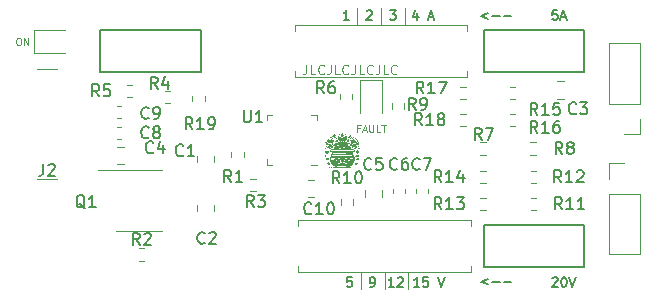
<source format=gbr>
%TF.GenerationSoftware,KiCad,Pcbnew,7.0.8*%
%TF.CreationDate,2024-12-11T22:38:04+01:00*%
%TF.ProjectId,USB-C_PD_Board_V2_CYPD3177,5553422d-435f-4504-945f-426f6172645f,rev?*%
%TF.SameCoordinates,Original*%
%TF.FileFunction,Legend,Top*%
%TF.FilePolarity,Positive*%
%FSLAX46Y46*%
G04 Gerber Fmt 4.6, Leading zero omitted, Abs format (unit mm)*
G04 Created by KiCad (PCBNEW 7.0.8) date 2024-12-11 22:38:04*
%MOMM*%
%LPD*%
G01*
G04 APERTURE LIST*
%ADD10C,0.150000*%
%ADD11C,0.125000*%
%ADD12C,0.120000*%
%ADD13C,0.100000*%
%ADD14C,0.200000*%
G04 APERTURE END LIST*
D10*
X158607684Y-102524961D02*
X157998160Y-102753533D01*
X157998160Y-102753533D02*
X158607684Y-102982104D01*
X158988636Y-102753533D02*
X159598160Y-102753533D01*
X159979112Y-102753533D02*
X160588636Y-102753533D01*
X147076112Y-102385295D02*
X146695160Y-102385295D01*
X146695160Y-102385295D02*
X146657064Y-102766247D01*
X146657064Y-102766247D02*
X146695160Y-102728152D01*
X146695160Y-102728152D02*
X146771350Y-102690057D01*
X146771350Y-102690057D02*
X146961826Y-102690057D01*
X146961826Y-102690057D02*
X147038017Y-102728152D01*
X147038017Y-102728152D02*
X147076112Y-102766247D01*
X147076112Y-102766247D02*
X147114207Y-102842438D01*
X147114207Y-102842438D02*
X147114207Y-103032914D01*
X147114207Y-103032914D02*
X147076112Y-103109104D01*
X147076112Y-103109104D02*
X147038017Y-103147200D01*
X147038017Y-103147200D02*
X146961826Y-103185295D01*
X146961826Y-103185295D02*
X146771350Y-103185295D01*
X146771350Y-103185295D02*
X146695160Y-103147200D01*
X146695160Y-103147200D02*
X146657064Y-103109104D01*
D11*
X151558426Y-80999452D02*
X151558426Y-79570880D01*
D10*
X146860207Y-80579295D02*
X146403064Y-80579295D01*
X146631636Y-80579295D02*
X146631636Y-79779295D01*
X146631636Y-79779295D02*
X146555445Y-79893580D01*
X146555445Y-79893580D02*
X146479255Y-79969771D01*
X146479255Y-79969771D02*
X146403064Y-80007866D01*
D12*
X118827089Y-82124331D02*
X118941375Y-82124331D01*
X118941375Y-82124331D02*
X118998518Y-82152902D01*
X118998518Y-82152902D02*
X119055661Y-82210045D01*
X119055661Y-82210045D02*
X119084232Y-82324331D01*
X119084232Y-82324331D02*
X119084232Y-82524331D01*
X119084232Y-82524331D02*
X119055661Y-82638617D01*
X119055661Y-82638617D02*
X118998518Y-82695760D01*
X118998518Y-82695760D02*
X118941375Y-82724331D01*
X118941375Y-82724331D02*
X118827089Y-82724331D01*
X118827089Y-82724331D02*
X118769947Y-82695760D01*
X118769947Y-82695760D02*
X118712804Y-82638617D01*
X118712804Y-82638617D02*
X118684232Y-82524331D01*
X118684232Y-82524331D02*
X118684232Y-82324331D01*
X118684232Y-82324331D02*
X118712804Y-82210045D01*
X118712804Y-82210045D02*
X118769947Y-82152902D01*
X118769947Y-82152902D02*
X118827089Y-82124331D01*
X119341375Y-82724331D02*
X119341375Y-82124331D01*
X119341375Y-82124331D02*
X119684232Y-82724331D01*
X119684232Y-82724331D02*
X119684232Y-82124331D01*
D13*
X143243761Y-84400895D02*
X143243761Y-84972323D01*
X143243761Y-84972323D02*
X143205666Y-85086609D01*
X143205666Y-85086609D02*
X143129475Y-85162800D01*
X143129475Y-85162800D02*
X143015190Y-85200895D01*
X143015190Y-85200895D02*
X142938999Y-85200895D01*
X144005666Y-85200895D02*
X143624714Y-85200895D01*
X143624714Y-85200895D02*
X143624714Y-84400895D01*
X144729476Y-85124704D02*
X144691380Y-85162800D01*
X144691380Y-85162800D02*
X144577095Y-85200895D01*
X144577095Y-85200895D02*
X144500904Y-85200895D01*
X144500904Y-85200895D02*
X144386618Y-85162800D01*
X144386618Y-85162800D02*
X144310428Y-85086609D01*
X144310428Y-85086609D02*
X144272333Y-85010419D01*
X144272333Y-85010419D02*
X144234237Y-84858038D01*
X144234237Y-84858038D02*
X144234237Y-84743752D01*
X144234237Y-84743752D02*
X144272333Y-84591371D01*
X144272333Y-84591371D02*
X144310428Y-84515180D01*
X144310428Y-84515180D02*
X144386618Y-84438990D01*
X144386618Y-84438990D02*
X144500904Y-84400895D01*
X144500904Y-84400895D02*
X144577095Y-84400895D01*
X144577095Y-84400895D02*
X144691380Y-84438990D01*
X144691380Y-84438990D02*
X144729476Y-84477085D01*
X145300904Y-84400895D02*
X145300904Y-84972323D01*
X145300904Y-84972323D02*
X145262809Y-85086609D01*
X145262809Y-85086609D02*
X145186618Y-85162800D01*
X145186618Y-85162800D02*
X145072333Y-85200895D01*
X145072333Y-85200895D02*
X144996142Y-85200895D01*
X146062809Y-85200895D02*
X145681857Y-85200895D01*
X145681857Y-85200895D02*
X145681857Y-84400895D01*
X146786619Y-85124704D02*
X146748523Y-85162800D01*
X146748523Y-85162800D02*
X146634238Y-85200895D01*
X146634238Y-85200895D02*
X146558047Y-85200895D01*
X146558047Y-85200895D02*
X146443761Y-85162800D01*
X146443761Y-85162800D02*
X146367571Y-85086609D01*
X146367571Y-85086609D02*
X146329476Y-85010419D01*
X146329476Y-85010419D02*
X146291380Y-84858038D01*
X146291380Y-84858038D02*
X146291380Y-84743752D01*
X146291380Y-84743752D02*
X146329476Y-84591371D01*
X146329476Y-84591371D02*
X146367571Y-84515180D01*
X146367571Y-84515180D02*
X146443761Y-84438990D01*
X146443761Y-84438990D02*
X146558047Y-84400895D01*
X146558047Y-84400895D02*
X146634238Y-84400895D01*
X146634238Y-84400895D02*
X146748523Y-84438990D01*
X146748523Y-84438990D02*
X146786619Y-84477085D01*
X147358047Y-84400895D02*
X147358047Y-84972323D01*
X147358047Y-84972323D02*
X147319952Y-85086609D01*
X147319952Y-85086609D02*
X147243761Y-85162800D01*
X147243761Y-85162800D02*
X147129476Y-85200895D01*
X147129476Y-85200895D02*
X147053285Y-85200895D01*
X148119952Y-85200895D02*
X147739000Y-85200895D01*
X147739000Y-85200895D02*
X147739000Y-84400895D01*
X148843762Y-85124704D02*
X148805666Y-85162800D01*
X148805666Y-85162800D02*
X148691381Y-85200895D01*
X148691381Y-85200895D02*
X148615190Y-85200895D01*
X148615190Y-85200895D02*
X148500904Y-85162800D01*
X148500904Y-85162800D02*
X148424714Y-85086609D01*
X148424714Y-85086609D02*
X148386619Y-85010419D01*
X148386619Y-85010419D02*
X148348523Y-84858038D01*
X148348523Y-84858038D02*
X148348523Y-84743752D01*
X148348523Y-84743752D02*
X148386619Y-84591371D01*
X148386619Y-84591371D02*
X148424714Y-84515180D01*
X148424714Y-84515180D02*
X148500904Y-84438990D01*
X148500904Y-84438990D02*
X148615190Y-84400895D01*
X148615190Y-84400895D02*
X148691381Y-84400895D01*
X148691381Y-84400895D02*
X148805666Y-84438990D01*
X148805666Y-84438990D02*
X148843762Y-84477085D01*
X149415190Y-84400895D02*
X149415190Y-84972323D01*
X149415190Y-84972323D02*
X149377095Y-85086609D01*
X149377095Y-85086609D02*
X149300904Y-85162800D01*
X149300904Y-85162800D02*
X149186619Y-85200895D01*
X149186619Y-85200895D02*
X149110428Y-85200895D01*
X150177095Y-85200895D02*
X149796143Y-85200895D01*
X149796143Y-85200895D02*
X149796143Y-84400895D01*
X150900905Y-85124704D02*
X150862809Y-85162800D01*
X150862809Y-85162800D02*
X150748524Y-85200895D01*
X150748524Y-85200895D02*
X150672333Y-85200895D01*
X150672333Y-85200895D02*
X150558047Y-85162800D01*
X150558047Y-85162800D02*
X150481857Y-85086609D01*
X150481857Y-85086609D02*
X150443762Y-85010419D01*
X150443762Y-85010419D02*
X150405666Y-84858038D01*
X150405666Y-84858038D02*
X150405666Y-84743752D01*
X150405666Y-84743752D02*
X150443762Y-84591371D01*
X150443762Y-84591371D02*
X150481857Y-84515180D01*
X150481857Y-84515180D02*
X150558047Y-84438990D01*
X150558047Y-84438990D02*
X150672333Y-84400895D01*
X150672333Y-84400895D02*
X150748524Y-84400895D01*
X150748524Y-84400895D02*
X150862809Y-84438990D01*
X150862809Y-84438990D02*
X150900905Y-84477085D01*
D11*
X149558426Y-80999452D02*
X149558426Y-79570880D01*
D10*
X148667255Y-103184295D02*
X148819636Y-103184295D01*
X148819636Y-103184295D02*
X148895826Y-103146200D01*
X148895826Y-103146200D02*
X148933922Y-103108104D01*
X148933922Y-103108104D02*
X149010112Y-102993819D01*
X149010112Y-102993819D02*
X149048207Y-102841438D01*
X149048207Y-102841438D02*
X149048207Y-102536676D01*
X149048207Y-102536676D02*
X149010112Y-102460485D01*
X149010112Y-102460485D02*
X148972017Y-102422390D01*
X148972017Y-102422390D02*
X148895826Y-102384295D01*
X148895826Y-102384295D02*
X148743445Y-102384295D01*
X148743445Y-102384295D02*
X148667255Y-102422390D01*
X148667255Y-102422390D02*
X148629160Y-102460485D01*
X148629160Y-102460485D02*
X148591064Y-102536676D01*
X148591064Y-102536676D02*
X148591064Y-102727152D01*
X148591064Y-102727152D02*
X148629160Y-102803342D01*
X148629160Y-102803342D02*
X148667255Y-102841438D01*
X148667255Y-102841438D02*
X148743445Y-102879533D01*
X148743445Y-102879533D02*
X148895826Y-102879533D01*
X148895826Y-102879533D02*
X148972017Y-102841438D01*
X148972017Y-102841438D02*
X149010112Y-102803342D01*
X149010112Y-102803342D02*
X149048207Y-102727152D01*
X164056064Y-102461485D02*
X164094160Y-102423390D01*
X164094160Y-102423390D02*
X164170350Y-102385295D01*
X164170350Y-102385295D02*
X164360826Y-102385295D01*
X164360826Y-102385295D02*
X164437017Y-102423390D01*
X164437017Y-102423390D02*
X164475112Y-102461485D01*
X164475112Y-102461485D02*
X164513207Y-102537676D01*
X164513207Y-102537676D02*
X164513207Y-102613866D01*
X164513207Y-102613866D02*
X164475112Y-102728152D01*
X164475112Y-102728152D02*
X164017969Y-103185295D01*
X164017969Y-103185295D02*
X164513207Y-103185295D01*
X165008446Y-102385295D02*
X165084636Y-102385295D01*
X165084636Y-102385295D02*
X165160827Y-102423390D01*
X165160827Y-102423390D02*
X165198922Y-102461485D01*
X165198922Y-102461485D02*
X165237017Y-102537676D01*
X165237017Y-102537676D02*
X165275112Y-102690057D01*
X165275112Y-102690057D02*
X165275112Y-102880533D01*
X165275112Y-102880533D02*
X165237017Y-103032914D01*
X165237017Y-103032914D02*
X165198922Y-103109104D01*
X165198922Y-103109104D02*
X165160827Y-103147200D01*
X165160827Y-103147200D02*
X165084636Y-103185295D01*
X165084636Y-103185295D02*
X165008446Y-103185295D01*
X165008446Y-103185295D02*
X164932255Y-103147200D01*
X164932255Y-103147200D02*
X164894160Y-103109104D01*
X164894160Y-103109104D02*
X164856065Y-103032914D01*
X164856065Y-103032914D02*
X164817969Y-102880533D01*
X164817969Y-102880533D02*
X164817969Y-102690057D01*
X164817969Y-102690057D02*
X164856065Y-102537676D01*
X164856065Y-102537676D02*
X164894160Y-102461485D01*
X164894160Y-102461485D02*
X164932255Y-102423390D01*
X164932255Y-102423390D02*
X165008446Y-102385295D01*
X165503684Y-102385295D02*
X165770351Y-103185295D01*
X165770351Y-103185295D02*
X166037017Y-102385295D01*
X158607684Y-80045961D02*
X157998160Y-80274533D01*
X157998160Y-80274533D02*
X158607684Y-80503104D01*
X158988636Y-80274533D02*
X159598160Y-80274533D01*
X159979112Y-80274533D02*
X160588636Y-80274533D01*
D11*
X151858426Y-103399452D02*
X151858426Y-101970880D01*
D12*
X147741804Y-89776045D02*
X147541804Y-89776045D01*
X147541804Y-90090331D02*
X147541804Y-89490331D01*
X147541804Y-89490331D02*
X147827518Y-89490331D01*
X148027518Y-89918902D02*
X148313233Y-89918902D01*
X147970375Y-90090331D02*
X148170375Y-89490331D01*
X148170375Y-89490331D02*
X148370375Y-90090331D01*
X148570376Y-89490331D02*
X148570376Y-89976045D01*
X148570376Y-89976045D02*
X148598947Y-90033188D01*
X148598947Y-90033188D02*
X148627519Y-90061760D01*
X148627519Y-90061760D02*
X148684661Y-90090331D01*
X148684661Y-90090331D02*
X148798947Y-90090331D01*
X148798947Y-90090331D02*
X148856090Y-90061760D01*
X148856090Y-90061760D02*
X148884661Y-90033188D01*
X148884661Y-90033188D02*
X148913233Y-89976045D01*
X148913233Y-89976045D02*
X148913233Y-89490331D01*
X149484661Y-90090331D02*
X149198947Y-90090331D01*
X149198947Y-90090331D02*
X149198947Y-89490331D01*
X149598946Y-89490331D02*
X149941804Y-89490331D01*
X149770375Y-90090331D02*
X149770375Y-89490331D01*
D10*
X150670207Y-103185295D02*
X150213064Y-103185295D01*
X150441636Y-103185295D02*
X150441636Y-102385295D01*
X150441636Y-102385295D02*
X150365445Y-102499580D01*
X150365445Y-102499580D02*
X150289255Y-102575771D01*
X150289255Y-102575771D02*
X150213064Y-102613866D01*
X150974969Y-102461485D02*
X151013065Y-102423390D01*
X151013065Y-102423390D02*
X151089255Y-102385295D01*
X151089255Y-102385295D02*
X151279731Y-102385295D01*
X151279731Y-102385295D02*
X151355922Y-102423390D01*
X151355922Y-102423390D02*
X151394017Y-102461485D01*
X151394017Y-102461485D02*
X151432112Y-102537676D01*
X151432112Y-102537676D02*
X151432112Y-102613866D01*
X151432112Y-102613866D02*
X151394017Y-102728152D01*
X151394017Y-102728152D02*
X150936874Y-103185295D01*
X150936874Y-103185295D02*
X151432112Y-103185295D01*
X152808207Y-103185295D02*
X152351064Y-103185295D01*
X152579636Y-103185295D02*
X152579636Y-102385295D01*
X152579636Y-102385295D02*
X152503445Y-102499580D01*
X152503445Y-102499580D02*
X152427255Y-102575771D01*
X152427255Y-102575771D02*
X152351064Y-102613866D01*
X153532017Y-102385295D02*
X153151065Y-102385295D01*
X153151065Y-102385295D02*
X153112969Y-102766247D01*
X153112969Y-102766247D02*
X153151065Y-102728152D01*
X153151065Y-102728152D02*
X153227255Y-102690057D01*
X153227255Y-102690057D02*
X153417731Y-102690057D01*
X153417731Y-102690057D02*
X153493922Y-102728152D01*
X153493922Y-102728152D02*
X153532017Y-102766247D01*
X153532017Y-102766247D02*
X153570112Y-102842438D01*
X153570112Y-102842438D02*
X153570112Y-103032914D01*
X153570112Y-103032914D02*
X153532017Y-103109104D01*
X153532017Y-103109104D02*
X153493922Y-103147200D01*
X153493922Y-103147200D02*
X153417731Y-103185295D01*
X153417731Y-103185295D02*
X153227255Y-103185295D01*
X153227255Y-103185295D02*
X153151065Y-103147200D01*
X153151065Y-103147200D02*
X153112969Y-103109104D01*
X154408208Y-102385295D02*
X154674875Y-103185295D01*
X154674875Y-103185295D02*
X154941541Y-102385295D01*
X150312969Y-79779295D02*
X150808207Y-79779295D01*
X150808207Y-79779295D02*
X150541541Y-80084057D01*
X150541541Y-80084057D02*
X150655826Y-80084057D01*
X150655826Y-80084057D02*
X150732017Y-80122152D01*
X150732017Y-80122152D02*
X150770112Y-80160247D01*
X150770112Y-80160247D02*
X150808207Y-80236438D01*
X150808207Y-80236438D02*
X150808207Y-80426914D01*
X150808207Y-80426914D02*
X150770112Y-80503104D01*
X150770112Y-80503104D02*
X150732017Y-80541200D01*
X150732017Y-80541200D02*
X150655826Y-80579295D01*
X150655826Y-80579295D02*
X150427255Y-80579295D01*
X150427255Y-80579295D02*
X150351064Y-80541200D01*
X150351064Y-80541200D02*
X150312969Y-80503104D01*
D11*
X149858426Y-103399452D02*
X149858426Y-101970880D01*
X147558426Y-80999452D02*
X147558426Y-79570880D01*
D10*
X152632017Y-80045961D02*
X152632017Y-80579295D01*
X152441541Y-79741200D02*
X152251064Y-80312628D01*
X152251064Y-80312628D02*
X152746303Y-80312628D01*
X153622493Y-80350723D02*
X154003446Y-80350723D01*
X153546303Y-80579295D02*
X153812970Y-79779295D01*
X153812970Y-79779295D02*
X154079636Y-80579295D01*
D11*
X147853426Y-103399452D02*
X147853426Y-101970880D01*
D10*
X164475112Y-79779295D02*
X164094160Y-79779295D01*
X164094160Y-79779295D02*
X164056064Y-80160247D01*
X164056064Y-80160247D02*
X164094160Y-80122152D01*
X164094160Y-80122152D02*
X164170350Y-80084057D01*
X164170350Y-80084057D02*
X164360826Y-80084057D01*
X164360826Y-80084057D02*
X164437017Y-80122152D01*
X164437017Y-80122152D02*
X164475112Y-80160247D01*
X164475112Y-80160247D02*
X164513207Y-80236438D01*
X164513207Y-80236438D02*
X164513207Y-80426914D01*
X164513207Y-80426914D02*
X164475112Y-80503104D01*
X164475112Y-80503104D02*
X164437017Y-80541200D01*
X164437017Y-80541200D02*
X164360826Y-80579295D01*
X164360826Y-80579295D02*
X164170350Y-80579295D01*
X164170350Y-80579295D02*
X164094160Y-80541200D01*
X164094160Y-80541200D02*
X164056064Y-80503104D01*
X164817969Y-80350723D02*
X165198922Y-80350723D01*
X164741779Y-80579295D02*
X165008446Y-79779295D01*
X165008446Y-79779295D02*
X165275112Y-80579295D01*
X148351064Y-79855485D02*
X148389160Y-79817390D01*
X148389160Y-79817390D02*
X148465350Y-79779295D01*
X148465350Y-79779295D02*
X148655826Y-79779295D01*
X148655826Y-79779295D02*
X148732017Y-79817390D01*
X148732017Y-79817390D02*
X148770112Y-79855485D01*
X148770112Y-79855485D02*
X148808207Y-79931676D01*
X148808207Y-79931676D02*
X148808207Y-80007866D01*
X148808207Y-80007866D02*
X148770112Y-80122152D01*
X148770112Y-80122152D02*
X148312969Y-80579295D01*
X148312969Y-80579295D02*
X148808207Y-80579295D01*
X164813142Y-94347819D02*
X164479809Y-93871628D01*
X164241714Y-94347819D02*
X164241714Y-93347819D01*
X164241714Y-93347819D02*
X164622666Y-93347819D01*
X164622666Y-93347819D02*
X164717904Y-93395438D01*
X164717904Y-93395438D02*
X164765523Y-93443057D01*
X164765523Y-93443057D02*
X164813142Y-93538295D01*
X164813142Y-93538295D02*
X164813142Y-93681152D01*
X164813142Y-93681152D02*
X164765523Y-93776390D01*
X164765523Y-93776390D02*
X164717904Y-93824009D01*
X164717904Y-93824009D02*
X164622666Y-93871628D01*
X164622666Y-93871628D02*
X164241714Y-93871628D01*
X165765523Y-94347819D02*
X165194095Y-94347819D01*
X165479809Y-94347819D02*
X165479809Y-93347819D01*
X165479809Y-93347819D02*
X165384571Y-93490676D01*
X165384571Y-93490676D02*
X165289333Y-93585914D01*
X165289333Y-93585914D02*
X165194095Y-93633533D01*
X166146476Y-93443057D02*
X166194095Y-93395438D01*
X166194095Y-93395438D02*
X166289333Y-93347819D01*
X166289333Y-93347819D02*
X166527428Y-93347819D01*
X166527428Y-93347819D02*
X166622666Y-93395438D01*
X166622666Y-93395438D02*
X166670285Y-93443057D01*
X166670285Y-93443057D02*
X166717904Y-93538295D01*
X166717904Y-93538295D02*
X166717904Y-93633533D01*
X166717904Y-93633533D02*
X166670285Y-93776390D01*
X166670285Y-93776390D02*
X166098857Y-94347819D01*
X166098857Y-94347819D02*
X166717904Y-94347819D01*
X153027142Y-89521819D02*
X152693809Y-89045628D01*
X152455714Y-89521819D02*
X152455714Y-88521819D01*
X152455714Y-88521819D02*
X152836666Y-88521819D01*
X152836666Y-88521819D02*
X152931904Y-88569438D01*
X152931904Y-88569438D02*
X152979523Y-88617057D01*
X152979523Y-88617057D02*
X153027142Y-88712295D01*
X153027142Y-88712295D02*
X153027142Y-88855152D01*
X153027142Y-88855152D02*
X152979523Y-88950390D01*
X152979523Y-88950390D02*
X152931904Y-88998009D01*
X152931904Y-88998009D02*
X152836666Y-89045628D01*
X152836666Y-89045628D02*
X152455714Y-89045628D01*
X153979523Y-89521819D02*
X153408095Y-89521819D01*
X153693809Y-89521819D02*
X153693809Y-88521819D01*
X153693809Y-88521819D02*
X153598571Y-88664676D01*
X153598571Y-88664676D02*
X153503333Y-88759914D01*
X153503333Y-88759914D02*
X153408095Y-88807533D01*
X154550952Y-88950390D02*
X154455714Y-88902771D01*
X154455714Y-88902771D02*
X154408095Y-88855152D01*
X154408095Y-88855152D02*
X154360476Y-88759914D01*
X154360476Y-88759914D02*
X154360476Y-88712295D01*
X154360476Y-88712295D02*
X154408095Y-88617057D01*
X154408095Y-88617057D02*
X154455714Y-88569438D01*
X154455714Y-88569438D02*
X154550952Y-88521819D01*
X154550952Y-88521819D02*
X154741428Y-88521819D01*
X154741428Y-88521819D02*
X154836666Y-88569438D01*
X154836666Y-88569438D02*
X154884285Y-88617057D01*
X154884285Y-88617057D02*
X154931904Y-88712295D01*
X154931904Y-88712295D02*
X154931904Y-88759914D01*
X154931904Y-88759914D02*
X154884285Y-88855152D01*
X154884285Y-88855152D02*
X154836666Y-88902771D01*
X154836666Y-88902771D02*
X154741428Y-88950390D01*
X154741428Y-88950390D02*
X154550952Y-88950390D01*
X154550952Y-88950390D02*
X154455714Y-88998009D01*
X154455714Y-88998009D02*
X154408095Y-89045628D01*
X154408095Y-89045628D02*
X154360476Y-89140866D01*
X154360476Y-89140866D02*
X154360476Y-89331342D01*
X154360476Y-89331342D02*
X154408095Y-89426580D01*
X154408095Y-89426580D02*
X154455714Y-89474200D01*
X154455714Y-89474200D02*
X154550952Y-89521819D01*
X154550952Y-89521819D02*
X154741428Y-89521819D01*
X154741428Y-89521819D02*
X154836666Y-89474200D01*
X154836666Y-89474200D02*
X154884285Y-89426580D01*
X154884285Y-89426580D02*
X154931904Y-89331342D01*
X154931904Y-89331342D02*
X154931904Y-89140866D01*
X154931904Y-89140866D02*
X154884285Y-89045628D01*
X154884285Y-89045628D02*
X154836666Y-88998009D01*
X154836666Y-88998009D02*
X154741428Y-88950390D01*
X138771333Y-96428819D02*
X138438000Y-95952628D01*
X138199905Y-96428819D02*
X138199905Y-95428819D01*
X138199905Y-95428819D02*
X138580857Y-95428819D01*
X138580857Y-95428819D02*
X138676095Y-95476438D01*
X138676095Y-95476438D02*
X138723714Y-95524057D01*
X138723714Y-95524057D02*
X138771333Y-95619295D01*
X138771333Y-95619295D02*
X138771333Y-95762152D01*
X138771333Y-95762152D02*
X138723714Y-95857390D01*
X138723714Y-95857390D02*
X138676095Y-95905009D01*
X138676095Y-95905009D02*
X138580857Y-95952628D01*
X138580857Y-95952628D02*
X138199905Y-95952628D01*
X139104667Y-95428819D02*
X139723714Y-95428819D01*
X139723714Y-95428819D02*
X139390381Y-95809771D01*
X139390381Y-95809771D02*
X139533238Y-95809771D01*
X139533238Y-95809771D02*
X139628476Y-95857390D01*
X139628476Y-95857390D02*
X139676095Y-95905009D01*
X139676095Y-95905009D02*
X139723714Y-96000247D01*
X139723714Y-96000247D02*
X139723714Y-96238342D01*
X139723714Y-96238342D02*
X139676095Y-96333580D01*
X139676095Y-96333580D02*
X139628476Y-96381200D01*
X139628476Y-96381200D02*
X139533238Y-96428819D01*
X139533238Y-96428819D02*
X139247524Y-96428819D01*
X139247524Y-96428819D02*
X139152286Y-96381200D01*
X139152286Y-96381200D02*
X139104667Y-96333580D01*
X153154142Y-86830819D02*
X152820809Y-86354628D01*
X152582714Y-86830819D02*
X152582714Y-85830819D01*
X152582714Y-85830819D02*
X152963666Y-85830819D01*
X152963666Y-85830819D02*
X153058904Y-85878438D01*
X153058904Y-85878438D02*
X153106523Y-85926057D01*
X153106523Y-85926057D02*
X153154142Y-86021295D01*
X153154142Y-86021295D02*
X153154142Y-86164152D01*
X153154142Y-86164152D02*
X153106523Y-86259390D01*
X153106523Y-86259390D02*
X153058904Y-86307009D01*
X153058904Y-86307009D02*
X152963666Y-86354628D01*
X152963666Y-86354628D02*
X152582714Y-86354628D01*
X154106523Y-86830819D02*
X153535095Y-86830819D01*
X153820809Y-86830819D02*
X153820809Y-85830819D01*
X153820809Y-85830819D02*
X153725571Y-85973676D01*
X153725571Y-85973676D02*
X153630333Y-86068914D01*
X153630333Y-86068914D02*
X153535095Y-86116533D01*
X154439857Y-85830819D02*
X155106523Y-85830819D01*
X155106523Y-85830819D02*
X154677952Y-86830819D01*
X158075333Y-90751819D02*
X157742000Y-90275628D01*
X157503905Y-90751819D02*
X157503905Y-89751819D01*
X157503905Y-89751819D02*
X157884857Y-89751819D01*
X157884857Y-89751819D02*
X157980095Y-89799438D01*
X157980095Y-89799438D02*
X158027714Y-89847057D01*
X158027714Y-89847057D02*
X158075333Y-89942295D01*
X158075333Y-89942295D02*
X158075333Y-90085152D01*
X158075333Y-90085152D02*
X158027714Y-90180390D01*
X158027714Y-90180390D02*
X157980095Y-90228009D01*
X157980095Y-90228009D02*
X157884857Y-90275628D01*
X157884857Y-90275628D02*
X157503905Y-90275628D01*
X158408667Y-89751819D02*
X159075333Y-89751819D01*
X159075333Y-89751819D02*
X158646762Y-90751819D01*
X120951666Y-92799819D02*
X120951666Y-93514104D01*
X120951666Y-93514104D02*
X120904047Y-93656961D01*
X120904047Y-93656961D02*
X120808809Y-93752200D01*
X120808809Y-93752200D02*
X120665952Y-93799819D01*
X120665952Y-93799819D02*
X120570714Y-93799819D01*
X121380238Y-92895057D02*
X121427857Y-92847438D01*
X121427857Y-92847438D02*
X121523095Y-92799819D01*
X121523095Y-92799819D02*
X121761190Y-92799819D01*
X121761190Y-92799819D02*
X121856428Y-92847438D01*
X121856428Y-92847438D02*
X121904047Y-92895057D01*
X121904047Y-92895057D02*
X121951666Y-92990295D01*
X121951666Y-92990295D02*
X121951666Y-93085533D01*
X121951666Y-93085533D02*
X121904047Y-93228390D01*
X121904047Y-93228390D02*
X121332619Y-93799819D01*
X121332619Y-93799819D02*
X121951666Y-93799819D01*
X130262333Y-91799580D02*
X130214714Y-91847200D01*
X130214714Y-91847200D02*
X130071857Y-91894819D01*
X130071857Y-91894819D02*
X129976619Y-91894819D01*
X129976619Y-91894819D02*
X129833762Y-91847200D01*
X129833762Y-91847200D02*
X129738524Y-91751961D01*
X129738524Y-91751961D02*
X129690905Y-91656723D01*
X129690905Y-91656723D02*
X129643286Y-91466247D01*
X129643286Y-91466247D02*
X129643286Y-91323390D01*
X129643286Y-91323390D02*
X129690905Y-91132914D01*
X129690905Y-91132914D02*
X129738524Y-91037676D01*
X129738524Y-91037676D02*
X129833762Y-90942438D01*
X129833762Y-90942438D02*
X129976619Y-90894819D01*
X129976619Y-90894819D02*
X130071857Y-90894819D01*
X130071857Y-90894819D02*
X130214714Y-90942438D01*
X130214714Y-90942438D02*
X130262333Y-90990057D01*
X131119476Y-91228152D02*
X131119476Y-91894819D01*
X130881381Y-90847200D02*
X130643286Y-91561485D01*
X130643286Y-91561485D02*
X131262333Y-91561485D01*
X136866333Y-94307819D02*
X136533000Y-93831628D01*
X136294905Y-94307819D02*
X136294905Y-93307819D01*
X136294905Y-93307819D02*
X136675857Y-93307819D01*
X136675857Y-93307819D02*
X136771095Y-93355438D01*
X136771095Y-93355438D02*
X136818714Y-93403057D01*
X136818714Y-93403057D02*
X136866333Y-93498295D01*
X136866333Y-93498295D02*
X136866333Y-93641152D01*
X136866333Y-93641152D02*
X136818714Y-93736390D01*
X136818714Y-93736390D02*
X136771095Y-93784009D01*
X136771095Y-93784009D02*
X136675857Y-93831628D01*
X136675857Y-93831628D02*
X136294905Y-93831628D01*
X137818714Y-94307819D02*
X137247286Y-94307819D01*
X137533000Y-94307819D02*
X137533000Y-93307819D01*
X137533000Y-93307819D02*
X137437762Y-93450676D01*
X137437762Y-93450676D02*
X137342524Y-93545914D01*
X137342524Y-93545914D02*
X137247286Y-93593533D01*
X124491761Y-96562057D02*
X124396523Y-96514438D01*
X124396523Y-96514438D02*
X124301285Y-96419200D01*
X124301285Y-96419200D02*
X124158428Y-96276342D01*
X124158428Y-96276342D02*
X124063190Y-96228723D01*
X124063190Y-96228723D02*
X123967952Y-96228723D01*
X124015571Y-96466819D02*
X123920333Y-96419200D01*
X123920333Y-96419200D02*
X123825095Y-96323961D01*
X123825095Y-96323961D02*
X123777476Y-96133485D01*
X123777476Y-96133485D02*
X123777476Y-95800152D01*
X123777476Y-95800152D02*
X123825095Y-95609676D01*
X123825095Y-95609676D02*
X123920333Y-95514438D01*
X123920333Y-95514438D02*
X124015571Y-95466819D01*
X124015571Y-95466819D02*
X124206047Y-95466819D01*
X124206047Y-95466819D02*
X124301285Y-95514438D01*
X124301285Y-95514438D02*
X124396523Y-95609676D01*
X124396523Y-95609676D02*
X124444142Y-95800152D01*
X124444142Y-95800152D02*
X124444142Y-96133485D01*
X124444142Y-96133485D02*
X124396523Y-96323961D01*
X124396523Y-96323961D02*
X124301285Y-96419200D01*
X124301285Y-96419200D02*
X124206047Y-96466819D01*
X124206047Y-96466819D02*
X124015571Y-96466819D01*
X125396523Y-96466819D02*
X124825095Y-96466819D01*
X125110809Y-96466819D02*
X125110809Y-95466819D01*
X125110809Y-95466819D02*
X125015571Y-95609676D01*
X125015571Y-95609676D02*
X124920333Y-95704914D01*
X124920333Y-95704914D02*
X124825095Y-95752533D01*
X129881333Y-90529580D02*
X129833714Y-90577200D01*
X129833714Y-90577200D02*
X129690857Y-90624819D01*
X129690857Y-90624819D02*
X129595619Y-90624819D01*
X129595619Y-90624819D02*
X129452762Y-90577200D01*
X129452762Y-90577200D02*
X129357524Y-90481961D01*
X129357524Y-90481961D02*
X129309905Y-90386723D01*
X129309905Y-90386723D02*
X129262286Y-90196247D01*
X129262286Y-90196247D02*
X129262286Y-90053390D01*
X129262286Y-90053390D02*
X129309905Y-89862914D01*
X129309905Y-89862914D02*
X129357524Y-89767676D01*
X129357524Y-89767676D02*
X129452762Y-89672438D01*
X129452762Y-89672438D02*
X129595619Y-89624819D01*
X129595619Y-89624819D02*
X129690857Y-89624819D01*
X129690857Y-89624819D02*
X129833714Y-89672438D01*
X129833714Y-89672438D02*
X129881333Y-89720057D01*
X130452762Y-90053390D02*
X130357524Y-90005771D01*
X130357524Y-90005771D02*
X130309905Y-89958152D01*
X130309905Y-89958152D02*
X130262286Y-89862914D01*
X130262286Y-89862914D02*
X130262286Y-89815295D01*
X130262286Y-89815295D02*
X130309905Y-89720057D01*
X130309905Y-89720057D02*
X130357524Y-89672438D01*
X130357524Y-89672438D02*
X130452762Y-89624819D01*
X130452762Y-89624819D02*
X130643238Y-89624819D01*
X130643238Y-89624819D02*
X130738476Y-89672438D01*
X130738476Y-89672438D02*
X130786095Y-89720057D01*
X130786095Y-89720057D02*
X130833714Y-89815295D01*
X130833714Y-89815295D02*
X130833714Y-89862914D01*
X130833714Y-89862914D02*
X130786095Y-89958152D01*
X130786095Y-89958152D02*
X130738476Y-90005771D01*
X130738476Y-90005771D02*
X130643238Y-90053390D01*
X130643238Y-90053390D02*
X130452762Y-90053390D01*
X130452762Y-90053390D02*
X130357524Y-90101009D01*
X130357524Y-90101009D02*
X130309905Y-90148628D01*
X130309905Y-90148628D02*
X130262286Y-90243866D01*
X130262286Y-90243866D02*
X130262286Y-90434342D01*
X130262286Y-90434342D02*
X130309905Y-90529580D01*
X130309905Y-90529580D02*
X130357524Y-90577200D01*
X130357524Y-90577200D02*
X130452762Y-90624819D01*
X130452762Y-90624819D02*
X130643238Y-90624819D01*
X130643238Y-90624819D02*
X130738476Y-90577200D01*
X130738476Y-90577200D02*
X130786095Y-90529580D01*
X130786095Y-90529580D02*
X130833714Y-90434342D01*
X130833714Y-90434342D02*
X130833714Y-90243866D01*
X130833714Y-90243866D02*
X130786095Y-90148628D01*
X130786095Y-90148628D02*
X130738476Y-90101009D01*
X130738476Y-90101009D02*
X130643238Y-90053390D01*
X164908333Y-91934819D02*
X164575000Y-91458628D01*
X164336905Y-91934819D02*
X164336905Y-90934819D01*
X164336905Y-90934819D02*
X164717857Y-90934819D01*
X164717857Y-90934819D02*
X164813095Y-90982438D01*
X164813095Y-90982438D02*
X164860714Y-91030057D01*
X164860714Y-91030057D02*
X164908333Y-91125295D01*
X164908333Y-91125295D02*
X164908333Y-91268152D01*
X164908333Y-91268152D02*
X164860714Y-91363390D01*
X164860714Y-91363390D02*
X164813095Y-91411009D01*
X164813095Y-91411009D02*
X164717857Y-91458628D01*
X164717857Y-91458628D02*
X164336905Y-91458628D01*
X165479762Y-91363390D02*
X165384524Y-91315771D01*
X165384524Y-91315771D02*
X165336905Y-91268152D01*
X165336905Y-91268152D02*
X165289286Y-91172914D01*
X165289286Y-91172914D02*
X165289286Y-91125295D01*
X165289286Y-91125295D02*
X165336905Y-91030057D01*
X165336905Y-91030057D02*
X165384524Y-90982438D01*
X165384524Y-90982438D02*
X165479762Y-90934819D01*
X165479762Y-90934819D02*
X165670238Y-90934819D01*
X165670238Y-90934819D02*
X165765476Y-90982438D01*
X165765476Y-90982438D02*
X165813095Y-91030057D01*
X165813095Y-91030057D02*
X165860714Y-91125295D01*
X165860714Y-91125295D02*
X165860714Y-91172914D01*
X165860714Y-91172914D02*
X165813095Y-91268152D01*
X165813095Y-91268152D02*
X165765476Y-91315771D01*
X165765476Y-91315771D02*
X165670238Y-91363390D01*
X165670238Y-91363390D02*
X165479762Y-91363390D01*
X165479762Y-91363390D02*
X165384524Y-91411009D01*
X165384524Y-91411009D02*
X165336905Y-91458628D01*
X165336905Y-91458628D02*
X165289286Y-91553866D01*
X165289286Y-91553866D02*
X165289286Y-91744342D01*
X165289286Y-91744342D02*
X165336905Y-91839580D01*
X165336905Y-91839580D02*
X165384524Y-91887200D01*
X165384524Y-91887200D02*
X165479762Y-91934819D01*
X165479762Y-91934819D02*
X165670238Y-91934819D01*
X165670238Y-91934819D02*
X165765476Y-91887200D01*
X165765476Y-91887200D02*
X165813095Y-91839580D01*
X165813095Y-91839580D02*
X165860714Y-91744342D01*
X165860714Y-91744342D02*
X165860714Y-91553866D01*
X165860714Y-91553866D02*
X165813095Y-91458628D01*
X165813095Y-91458628D02*
X165765476Y-91411009D01*
X165765476Y-91411009D02*
X165670238Y-91363390D01*
X132802333Y-92053580D02*
X132754714Y-92101200D01*
X132754714Y-92101200D02*
X132611857Y-92148819D01*
X132611857Y-92148819D02*
X132516619Y-92148819D01*
X132516619Y-92148819D02*
X132373762Y-92101200D01*
X132373762Y-92101200D02*
X132278524Y-92005961D01*
X132278524Y-92005961D02*
X132230905Y-91910723D01*
X132230905Y-91910723D02*
X132183286Y-91720247D01*
X132183286Y-91720247D02*
X132183286Y-91577390D01*
X132183286Y-91577390D02*
X132230905Y-91386914D01*
X132230905Y-91386914D02*
X132278524Y-91291676D01*
X132278524Y-91291676D02*
X132373762Y-91196438D01*
X132373762Y-91196438D02*
X132516619Y-91148819D01*
X132516619Y-91148819D02*
X132611857Y-91148819D01*
X132611857Y-91148819D02*
X132754714Y-91196438D01*
X132754714Y-91196438D02*
X132802333Y-91244057D01*
X133754714Y-92148819D02*
X133183286Y-92148819D01*
X133469000Y-92148819D02*
X133469000Y-91148819D01*
X133469000Y-91148819D02*
X133373762Y-91291676D01*
X133373762Y-91291676D02*
X133278524Y-91386914D01*
X133278524Y-91386914D02*
X133183286Y-91434533D01*
X129881333Y-88878580D02*
X129833714Y-88926200D01*
X129833714Y-88926200D02*
X129690857Y-88973819D01*
X129690857Y-88973819D02*
X129595619Y-88973819D01*
X129595619Y-88973819D02*
X129452762Y-88926200D01*
X129452762Y-88926200D02*
X129357524Y-88830961D01*
X129357524Y-88830961D02*
X129309905Y-88735723D01*
X129309905Y-88735723D02*
X129262286Y-88545247D01*
X129262286Y-88545247D02*
X129262286Y-88402390D01*
X129262286Y-88402390D02*
X129309905Y-88211914D01*
X129309905Y-88211914D02*
X129357524Y-88116676D01*
X129357524Y-88116676D02*
X129452762Y-88021438D01*
X129452762Y-88021438D02*
X129595619Y-87973819D01*
X129595619Y-87973819D02*
X129690857Y-87973819D01*
X129690857Y-87973819D02*
X129833714Y-88021438D01*
X129833714Y-88021438D02*
X129881333Y-88069057D01*
X130357524Y-88973819D02*
X130548000Y-88973819D01*
X130548000Y-88973819D02*
X130643238Y-88926200D01*
X130643238Y-88926200D02*
X130690857Y-88878580D01*
X130690857Y-88878580D02*
X130786095Y-88735723D01*
X130786095Y-88735723D02*
X130833714Y-88545247D01*
X130833714Y-88545247D02*
X130833714Y-88164295D01*
X130833714Y-88164295D02*
X130786095Y-88069057D01*
X130786095Y-88069057D02*
X130738476Y-88021438D01*
X130738476Y-88021438D02*
X130643238Y-87973819D01*
X130643238Y-87973819D02*
X130452762Y-87973819D01*
X130452762Y-87973819D02*
X130357524Y-88021438D01*
X130357524Y-88021438D02*
X130309905Y-88069057D01*
X130309905Y-88069057D02*
X130262286Y-88164295D01*
X130262286Y-88164295D02*
X130262286Y-88402390D01*
X130262286Y-88402390D02*
X130309905Y-88497628D01*
X130309905Y-88497628D02*
X130357524Y-88545247D01*
X130357524Y-88545247D02*
X130452762Y-88592866D01*
X130452762Y-88592866D02*
X130643238Y-88592866D01*
X130643238Y-88592866D02*
X130738476Y-88545247D01*
X130738476Y-88545247D02*
X130786095Y-88497628D01*
X130786095Y-88497628D02*
X130833714Y-88402390D01*
X133596142Y-89862819D02*
X133262809Y-89386628D01*
X133024714Y-89862819D02*
X133024714Y-88862819D01*
X133024714Y-88862819D02*
X133405666Y-88862819D01*
X133405666Y-88862819D02*
X133500904Y-88910438D01*
X133500904Y-88910438D02*
X133548523Y-88958057D01*
X133548523Y-88958057D02*
X133596142Y-89053295D01*
X133596142Y-89053295D02*
X133596142Y-89196152D01*
X133596142Y-89196152D02*
X133548523Y-89291390D01*
X133548523Y-89291390D02*
X133500904Y-89339009D01*
X133500904Y-89339009D02*
X133405666Y-89386628D01*
X133405666Y-89386628D02*
X133024714Y-89386628D01*
X134548523Y-89862819D02*
X133977095Y-89862819D01*
X134262809Y-89862819D02*
X134262809Y-88862819D01*
X134262809Y-88862819D02*
X134167571Y-89005676D01*
X134167571Y-89005676D02*
X134072333Y-89100914D01*
X134072333Y-89100914D02*
X133977095Y-89148533D01*
X135024714Y-89862819D02*
X135215190Y-89862819D01*
X135215190Y-89862819D02*
X135310428Y-89815200D01*
X135310428Y-89815200D02*
X135358047Y-89767580D01*
X135358047Y-89767580D02*
X135453285Y-89624723D01*
X135453285Y-89624723D02*
X135500904Y-89434247D01*
X135500904Y-89434247D02*
X135500904Y-89053295D01*
X135500904Y-89053295D02*
X135453285Y-88958057D01*
X135453285Y-88958057D02*
X135405666Y-88910438D01*
X135405666Y-88910438D02*
X135310428Y-88862819D01*
X135310428Y-88862819D02*
X135119952Y-88862819D01*
X135119952Y-88862819D02*
X135024714Y-88910438D01*
X135024714Y-88910438D02*
X134977095Y-88958057D01*
X134977095Y-88958057D02*
X134929476Y-89053295D01*
X134929476Y-89053295D02*
X134929476Y-89291390D01*
X134929476Y-89291390D02*
X134977095Y-89386628D01*
X134977095Y-89386628D02*
X135024714Y-89434247D01*
X135024714Y-89434247D02*
X135119952Y-89481866D01*
X135119952Y-89481866D02*
X135310428Y-89481866D01*
X135310428Y-89481866D02*
X135405666Y-89434247D01*
X135405666Y-89434247D02*
X135453285Y-89386628D01*
X135453285Y-89386628D02*
X135500904Y-89291390D01*
X134633333Y-99459580D02*
X134585714Y-99507200D01*
X134585714Y-99507200D02*
X134442857Y-99554819D01*
X134442857Y-99554819D02*
X134347619Y-99554819D01*
X134347619Y-99554819D02*
X134204762Y-99507200D01*
X134204762Y-99507200D02*
X134109524Y-99411961D01*
X134109524Y-99411961D02*
X134061905Y-99316723D01*
X134061905Y-99316723D02*
X134014286Y-99126247D01*
X134014286Y-99126247D02*
X134014286Y-98983390D01*
X134014286Y-98983390D02*
X134061905Y-98792914D01*
X134061905Y-98792914D02*
X134109524Y-98697676D01*
X134109524Y-98697676D02*
X134204762Y-98602438D01*
X134204762Y-98602438D02*
X134347619Y-98554819D01*
X134347619Y-98554819D02*
X134442857Y-98554819D01*
X134442857Y-98554819D02*
X134585714Y-98602438D01*
X134585714Y-98602438D02*
X134633333Y-98650057D01*
X135014286Y-98650057D02*
X135061905Y-98602438D01*
X135061905Y-98602438D02*
X135157143Y-98554819D01*
X135157143Y-98554819D02*
X135395238Y-98554819D01*
X135395238Y-98554819D02*
X135490476Y-98602438D01*
X135490476Y-98602438D02*
X135538095Y-98650057D01*
X135538095Y-98650057D02*
X135585714Y-98745295D01*
X135585714Y-98745295D02*
X135585714Y-98840533D01*
X135585714Y-98840533D02*
X135538095Y-98983390D01*
X135538095Y-98983390D02*
X134966667Y-99554819D01*
X134966667Y-99554819D02*
X135585714Y-99554819D01*
X130643333Y-86433819D02*
X130310000Y-85957628D01*
X130071905Y-86433819D02*
X130071905Y-85433819D01*
X130071905Y-85433819D02*
X130452857Y-85433819D01*
X130452857Y-85433819D02*
X130548095Y-85481438D01*
X130548095Y-85481438D02*
X130595714Y-85529057D01*
X130595714Y-85529057D02*
X130643333Y-85624295D01*
X130643333Y-85624295D02*
X130643333Y-85767152D01*
X130643333Y-85767152D02*
X130595714Y-85862390D01*
X130595714Y-85862390D02*
X130548095Y-85910009D01*
X130548095Y-85910009D02*
X130452857Y-85957628D01*
X130452857Y-85957628D02*
X130071905Y-85957628D01*
X131500476Y-85767152D02*
X131500476Y-86433819D01*
X131262381Y-85386200D02*
X131024286Y-86100485D01*
X131024286Y-86100485D02*
X131643333Y-86100485D01*
X137938095Y-88254819D02*
X137938095Y-89064342D01*
X137938095Y-89064342D02*
X137985714Y-89159580D01*
X137985714Y-89159580D02*
X138033333Y-89207200D01*
X138033333Y-89207200D02*
X138128571Y-89254819D01*
X138128571Y-89254819D02*
X138319047Y-89254819D01*
X138319047Y-89254819D02*
X138414285Y-89207200D01*
X138414285Y-89207200D02*
X138461904Y-89159580D01*
X138461904Y-89159580D02*
X138509523Y-89064342D01*
X138509523Y-89064342D02*
X138509523Y-88254819D01*
X139509523Y-89254819D02*
X138938095Y-89254819D01*
X139223809Y-89254819D02*
X139223809Y-88254819D01*
X139223809Y-88254819D02*
X139128571Y-88397676D01*
X139128571Y-88397676D02*
X139033333Y-88492914D01*
X139033333Y-88492914D02*
X138938095Y-88540533D01*
X154678142Y-94347819D02*
X154344809Y-93871628D01*
X154106714Y-94347819D02*
X154106714Y-93347819D01*
X154106714Y-93347819D02*
X154487666Y-93347819D01*
X154487666Y-93347819D02*
X154582904Y-93395438D01*
X154582904Y-93395438D02*
X154630523Y-93443057D01*
X154630523Y-93443057D02*
X154678142Y-93538295D01*
X154678142Y-93538295D02*
X154678142Y-93681152D01*
X154678142Y-93681152D02*
X154630523Y-93776390D01*
X154630523Y-93776390D02*
X154582904Y-93824009D01*
X154582904Y-93824009D02*
X154487666Y-93871628D01*
X154487666Y-93871628D02*
X154106714Y-93871628D01*
X155630523Y-94347819D02*
X155059095Y-94347819D01*
X155344809Y-94347819D02*
X155344809Y-93347819D01*
X155344809Y-93347819D02*
X155249571Y-93490676D01*
X155249571Y-93490676D02*
X155154333Y-93585914D01*
X155154333Y-93585914D02*
X155059095Y-93633533D01*
X156487666Y-93681152D02*
X156487666Y-94347819D01*
X156249571Y-93300200D02*
X156011476Y-94014485D01*
X156011476Y-94014485D02*
X156630523Y-94014485D01*
X150933333Y-93196580D02*
X150885714Y-93244200D01*
X150885714Y-93244200D02*
X150742857Y-93291819D01*
X150742857Y-93291819D02*
X150647619Y-93291819D01*
X150647619Y-93291819D02*
X150504762Y-93244200D01*
X150504762Y-93244200D02*
X150409524Y-93148961D01*
X150409524Y-93148961D02*
X150361905Y-93053723D01*
X150361905Y-93053723D02*
X150314286Y-92863247D01*
X150314286Y-92863247D02*
X150314286Y-92720390D01*
X150314286Y-92720390D02*
X150361905Y-92529914D01*
X150361905Y-92529914D02*
X150409524Y-92434676D01*
X150409524Y-92434676D02*
X150504762Y-92339438D01*
X150504762Y-92339438D02*
X150647619Y-92291819D01*
X150647619Y-92291819D02*
X150742857Y-92291819D01*
X150742857Y-92291819D02*
X150885714Y-92339438D01*
X150885714Y-92339438D02*
X150933333Y-92387057D01*
X151790476Y-92291819D02*
X151600000Y-92291819D01*
X151600000Y-92291819D02*
X151504762Y-92339438D01*
X151504762Y-92339438D02*
X151457143Y-92387057D01*
X151457143Y-92387057D02*
X151361905Y-92529914D01*
X151361905Y-92529914D02*
X151314286Y-92720390D01*
X151314286Y-92720390D02*
X151314286Y-93101342D01*
X151314286Y-93101342D02*
X151361905Y-93196580D01*
X151361905Y-93196580D02*
X151409524Y-93244200D01*
X151409524Y-93244200D02*
X151504762Y-93291819D01*
X151504762Y-93291819D02*
X151695238Y-93291819D01*
X151695238Y-93291819D02*
X151790476Y-93244200D01*
X151790476Y-93244200D02*
X151838095Y-93196580D01*
X151838095Y-93196580D02*
X151885714Y-93101342D01*
X151885714Y-93101342D02*
X151885714Y-92863247D01*
X151885714Y-92863247D02*
X151838095Y-92768009D01*
X151838095Y-92768009D02*
X151790476Y-92720390D01*
X151790476Y-92720390D02*
X151695238Y-92672771D01*
X151695238Y-92672771D02*
X151504762Y-92672771D01*
X151504762Y-92672771D02*
X151409524Y-92720390D01*
X151409524Y-92720390D02*
X151361905Y-92768009D01*
X151361905Y-92768009D02*
X151314286Y-92863247D01*
X162806142Y-88632819D02*
X162472809Y-88156628D01*
X162234714Y-88632819D02*
X162234714Y-87632819D01*
X162234714Y-87632819D02*
X162615666Y-87632819D01*
X162615666Y-87632819D02*
X162710904Y-87680438D01*
X162710904Y-87680438D02*
X162758523Y-87728057D01*
X162758523Y-87728057D02*
X162806142Y-87823295D01*
X162806142Y-87823295D02*
X162806142Y-87966152D01*
X162806142Y-87966152D02*
X162758523Y-88061390D01*
X162758523Y-88061390D02*
X162710904Y-88109009D01*
X162710904Y-88109009D02*
X162615666Y-88156628D01*
X162615666Y-88156628D02*
X162234714Y-88156628D01*
X163758523Y-88632819D02*
X163187095Y-88632819D01*
X163472809Y-88632819D02*
X163472809Y-87632819D01*
X163472809Y-87632819D02*
X163377571Y-87775676D01*
X163377571Y-87775676D02*
X163282333Y-87870914D01*
X163282333Y-87870914D02*
X163187095Y-87918533D01*
X164663285Y-87632819D02*
X164187095Y-87632819D01*
X164187095Y-87632819D02*
X164139476Y-88109009D01*
X164139476Y-88109009D02*
X164187095Y-88061390D01*
X164187095Y-88061390D02*
X164282333Y-88013771D01*
X164282333Y-88013771D02*
X164520428Y-88013771D01*
X164520428Y-88013771D02*
X164615666Y-88061390D01*
X164615666Y-88061390D02*
X164663285Y-88109009D01*
X164663285Y-88109009D02*
X164710904Y-88204247D01*
X164710904Y-88204247D02*
X164710904Y-88442342D01*
X164710904Y-88442342D02*
X164663285Y-88537580D01*
X164663285Y-88537580D02*
X164615666Y-88585200D01*
X164615666Y-88585200D02*
X164520428Y-88632819D01*
X164520428Y-88632819D02*
X164282333Y-88632819D01*
X164282333Y-88632819D02*
X164187095Y-88585200D01*
X164187095Y-88585200D02*
X164139476Y-88537580D01*
X148733333Y-93196580D02*
X148685714Y-93244200D01*
X148685714Y-93244200D02*
X148542857Y-93291819D01*
X148542857Y-93291819D02*
X148447619Y-93291819D01*
X148447619Y-93291819D02*
X148304762Y-93244200D01*
X148304762Y-93244200D02*
X148209524Y-93148961D01*
X148209524Y-93148961D02*
X148161905Y-93053723D01*
X148161905Y-93053723D02*
X148114286Y-92863247D01*
X148114286Y-92863247D02*
X148114286Y-92720390D01*
X148114286Y-92720390D02*
X148161905Y-92529914D01*
X148161905Y-92529914D02*
X148209524Y-92434676D01*
X148209524Y-92434676D02*
X148304762Y-92339438D01*
X148304762Y-92339438D02*
X148447619Y-92291819D01*
X148447619Y-92291819D02*
X148542857Y-92291819D01*
X148542857Y-92291819D02*
X148685714Y-92339438D01*
X148685714Y-92339438D02*
X148733333Y-92387057D01*
X149638095Y-92291819D02*
X149161905Y-92291819D01*
X149161905Y-92291819D02*
X149114286Y-92768009D01*
X149114286Y-92768009D02*
X149161905Y-92720390D01*
X149161905Y-92720390D02*
X149257143Y-92672771D01*
X149257143Y-92672771D02*
X149495238Y-92672771D01*
X149495238Y-92672771D02*
X149590476Y-92720390D01*
X149590476Y-92720390D02*
X149638095Y-92768009D01*
X149638095Y-92768009D02*
X149685714Y-92863247D01*
X149685714Y-92863247D02*
X149685714Y-93101342D01*
X149685714Y-93101342D02*
X149638095Y-93196580D01*
X149638095Y-93196580D02*
X149590476Y-93244200D01*
X149590476Y-93244200D02*
X149495238Y-93291819D01*
X149495238Y-93291819D02*
X149257143Y-93291819D01*
X149257143Y-93291819D02*
X149161905Y-93244200D01*
X149161905Y-93244200D02*
X149114286Y-93196580D01*
X166076333Y-88497580D02*
X166028714Y-88545200D01*
X166028714Y-88545200D02*
X165885857Y-88592819D01*
X165885857Y-88592819D02*
X165790619Y-88592819D01*
X165790619Y-88592819D02*
X165647762Y-88545200D01*
X165647762Y-88545200D02*
X165552524Y-88449961D01*
X165552524Y-88449961D02*
X165504905Y-88354723D01*
X165504905Y-88354723D02*
X165457286Y-88164247D01*
X165457286Y-88164247D02*
X165457286Y-88021390D01*
X165457286Y-88021390D02*
X165504905Y-87830914D01*
X165504905Y-87830914D02*
X165552524Y-87735676D01*
X165552524Y-87735676D02*
X165647762Y-87640438D01*
X165647762Y-87640438D02*
X165790619Y-87592819D01*
X165790619Y-87592819D02*
X165885857Y-87592819D01*
X165885857Y-87592819D02*
X166028714Y-87640438D01*
X166028714Y-87640438D02*
X166076333Y-87688057D01*
X166409667Y-87592819D02*
X167028714Y-87592819D01*
X167028714Y-87592819D02*
X166695381Y-87973771D01*
X166695381Y-87973771D02*
X166838238Y-87973771D01*
X166838238Y-87973771D02*
X166933476Y-88021390D01*
X166933476Y-88021390D02*
X166981095Y-88069009D01*
X166981095Y-88069009D02*
X167028714Y-88164247D01*
X167028714Y-88164247D02*
X167028714Y-88402342D01*
X167028714Y-88402342D02*
X166981095Y-88497580D01*
X166981095Y-88497580D02*
X166933476Y-88545200D01*
X166933476Y-88545200D02*
X166838238Y-88592819D01*
X166838238Y-88592819D02*
X166552524Y-88592819D01*
X166552524Y-88592819D02*
X166457286Y-88545200D01*
X166457286Y-88545200D02*
X166409667Y-88497580D01*
X125690333Y-87068819D02*
X125357000Y-86592628D01*
X125118905Y-87068819D02*
X125118905Y-86068819D01*
X125118905Y-86068819D02*
X125499857Y-86068819D01*
X125499857Y-86068819D02*
X125595095Y-86116438D01*
X125595095Y-86116438D02*
X125642714Y-86164057D01*
X125642714Y-86164057D02*
X125690333Y-86259295D01*
X125690333Y-86259295D02*
X125690333Y-86402152D01*
X125690333Y-86402152D02*
X125642714Y-86497390D01*
X125642714Y-86497390D02*
X125595095Y-86545009D01*
X125595095Y-86545009D02*
X125499857Y-86592628D01*
X125499857Y-86592628D02*
X125118905Y-86592628D01*
X126595095Y-86068819D02*
X126118905Y-86068819D01*
X126118905Y-86068819D02*
X126071286Y-86545009D01*
X126071286Y-86545009D02*
X126118905Y-86497390D01*
X126118905Y-86497390D02*
X126214143Y-86449771D01*
X126214143Y-86449771D02*
X126452238Y-86449771D01*
X126452238Y-86449771D02*
X126547476Y-86497390D01*
X126547476Y-86497390D02*
X126595095Y-86545009D01*
X126595095Y-86545009D02*
X126642714Y-86640247D01*
X126642714Y-86640247D02*
X126642714Y-86878342D01*
X126642714Y-86878342D02*
X126595095Y-86973580D01*
X126595095Y-86973580D02*
X126547476Y-87021200D01*
X126547476Y-87021200D02*
X126452238Y-87068819D01*
X126452238Y-87068819D02*
X126214143Y-87068819D01*
X126214143Y-87068819D02*
X126118905Y-87021200D01*
X126118905Y-87021200D02*
X126071286Y-86973580D01*
X162806142Y-90156819D02*
X162472809Y-89680628D01*
X162234714Y-90156819D02*
X162234714Y-89156819D01*
X162234714Y-89156819D02*
X162615666Y-89156819D01*
X162615666Y-89156819D02*
X162710904Y-89204438D01*
X162710904Y-89204438D02*
X162758523Y-89252057D01*
X162758523Y-89252057D02*
X162806142Y-89347295D01*
X162806142Y-89347295D02*
X162806142Y-89490152D01*
X162806142Y-89490152D02*
X162758523Y-89585390D01*
X162758523Y-89585390D02*
X162710904Y-89633009D01*
X162710904Y-89633009D02*
X162615666Y-89680628D01*
X162615666Y-89680628D02*
X162234714Y-89680628D01*
X163758523Y-90156819D02*
X163187095Y-90156819D01*
X163472809Y-90156819D02*
X163472809Y-89156819D01*
X163472809Y-89156819D02*
X163377571Y-89299676D01*
X163377571Y-89299676D02*
X163282333Y-89394914D01*
X163282333Y-89394914D02*
X163187095Y-89442533D01*
X164615666Y-89156819D02*
X164425190Y-89156819D01*
X164425190Y-89156819D02*
X164329952Y-89204438D01*
X164329952Y-89204438D02*
X164282333Y-89252057D01*
X164282333Y-89252057D02*
X164187095Y-89394914D01*
X164187095Y-89394914D02*
X164139476Y-89585390D01*
X164139476Y-89585390D02*
X164139476Y-89966342D01*
X164139476Y-89966342D02*
X164187095Y-90061580D01*
X164187095Y-90061580D02*
X164234714Y-90109200D01*
X164234714Y-90109200D02*
X164329952Y-90156819D01*
X164329952Y-90156819D02*
X164520428Y-90156819D01*
X164520428Y-90156819D02*
X164615666Y-90109200D01*
X164615666Y-90109200D02*
X164663285Y-90061580D01*
X164663285Y-90061580D02*
X164710904Y-89966342D01*
X164710904Y-89966342D02*
X164710904Y-89728247D01*
X164710904Y-89728247D02*
X164663285Y-89633009D01*
X164663285Y-89633009D02*
X164615666Y-89585390D01*
X164615666Y-89585390D02*
X164520428Y-89537771D01*
X164520428Y-89537771D02*
X164329952Y-89537771D01*
X164329952Y-89537771D02*
X164234714Y-89585390D01*
X164234714Y-89585390D02*
X164187095Y-89633009D01*
X164187095Y-89633009D02*
X164139476Y-89728247D01*
X144729333Y-86814819D02*
X144396000Y-86338628D01*
X144157905Y-86814819D02*
X144157905Y-85814819D01*
X144157905Y-85814819D02*
X144538857Y-85814819D01*
X144538857Y-85814819D02*
X144634095Y-85862438D01*
X144634095Y-85862438D02*
X144681714Y-85910057D01*
X144681714Y-85910057D02*
X144729333Y-86005295D01*
X144729333Y-86005295D02*
X144729333Y-86148152D01*
X144729333Y-86148152D02*
X144681714Y-86243390D01*
X144681714Y-86243390D02*
X144634095Y-86291009D01*
X144634095Y-86291009D02*
X144538857Y-86338628D01*
X144538857Y-86338628D02*
X144157905Y-86338628D01*
X145586476Y-85814819D02*
X145396000Y-85814819D01*
X145396000Y-85814819D02*
X145300762Y-85862438D01*
X145300762Y-85862438D02*
X145253143Y-85910057D01*
X145253143Y-85910057D02*
X145157905Y-86052914D01*
X145157905Y-86052914D02*
X145110286Y-86243390D01*
X145110286Y-86243390D02*
X145110286Y-86624342D01*
X145110286Y-86624342D02*
X145157905Y-86719580D01*
X145157905Y-86719580D02*
X145205524Y-86767200D01*
X145205524Y-86767200D02*
X145300762Y-86814819D01*
X145300762Y-86814819D02*
X145491238Y-86814819D01*
X145491238Y-86814819D02*
X145586476Y-86767200D01*
X145586476Y-86767200D02*
X145634095Y-86719580D01*
X145634095Y-86719580D02*
X145681714Y-86624342D01*
X145681714Y-86624342D02*
X145681714Y-86386247D01*
X145681714Y-86386247D02*
X145634095Y-86291009D01*
X145634095Y-86291009D02*
X145586476Y-86243390D01*
X145586476Y-86243390D02*
X145491238Y-86195771D01*
X145491238Y-86195771D02*
X145300762Y-86195771D01*
X145300762Y-86195771D02*
X145205524Y-86243390D01*
X145205524Y-86243390D02*
X145157905Y-86291009D01*
X145157905Y-86291009D02*
X145110286Y-86386247D01*
X143657142Y-96959580D02*
X143609523Y-97007200D01*
X143609523Y-97007200D02*
X143466666Y-97054819D01*
X143466666Y-97054819D02*
X143371428Y-97054819D01*
X143371428Y-97054819D02*
X143228571Y-97007200D01*
X143228571Y-97007200D02*
X143133333Y-96911961D01*
X143133333Y-96911961D02*
X143085714Y-96816723D01*
X143085714Y-96816723D02*
X143038095Y-96626247D01*
X143038095Y-96626247D02*
X143038095Y-96483390D01*
X143038095Y-96483390D02*
X143085714Y-96292914D01*
X143085714Y-96292914D02*
X143133333Y-96197676D01*
X143133333Y-96197676D02*
X143228571Y-96102438D01*
X143228571Y-96102438D02*
X143371428Y-96054819D01*
X143371428Y-96054819D02*
X143466666Y-96054819D01*
X143466666Y-96054819D02*
X143609523Y-96102438D01*
X143609523Y-96102438D02*
X143657142Y-96150057D01*
X144609523Y-97054819D02*
X144038095Y-97054819D01*
X144323809Y-97054819D02*
X144323809Y-96054819D01*
X144323809Y-96054819D02*
X144228571Y-96197676D01*
X144228571Y-96197676D02*
X144133333Y-96292914D01*
X144133333Y-96292914D02*
X144038095Y-96340533D01*
X145228571Y-96054819D02*
X145323809Y-96054819D01*
X145323809Y-96054819D02*
X145419047Y-96102438D01*
X145419047Y-96102438D02*
X145466666Y-96150057D01*
X145466666Y-96150057D02*
X145514285Y-96245295D01*
X145514285Y-96245295D02*
X145561904Y-96435771D01*
X145561904Y-96435771D02*
X145561904Y-96673866D01*
X145561904Y-96673866D02*
X145514285Y-96864342D01*
X145514285Y-96864342D02*
X145466666Y-96959580D01*
X145466666Y-96959580D02*
X145419047Y-97007200D01*
X145419047Y-97007200D02*
X145323809Y-97054819D01*
X145323809Y-97054819D02*
X145228571Y-97054819D01*
X145228571Y-97054819D02*
X145133333Y-97007200D01*
X145133333Y-97007200D02*
X145085714Y-96959580D01*
X145085714Y-96959580D02*
X145038095Y-96864342D01*
X145038095Y-96864342D02*
X144990476Y-96673866D01*
X144990476Y-96673866D02*
X144990476Y-96435771D01*
X144990476Y-96435771D02*
X145038095Y-96245295D01*
X145038095Y-96245295D02*
X145085714Y-96150057D01*
X145085714Y-96150057D02*
X145133333Y-96102438D01*
X145133333Y-96102438D02*
X145228571Y-96054819D01*
X146042142Y-94434819D02*
X145708809Y-93958628D01*
X145470714Y-94434819D02*
X145470714Y-93434819D01*
X145470714Y-93434819D02*
X145851666Y-93434819D01*
X145851666Y-93434819D02*
X145946904Y-93482438D01*
X145946904Y-93482438D02*
X145994523Y-93530057D01*
X145994523Y-93530057D02*
X146042142Y-93625295D01*
X146042142Y-93625295D02*
X146042142Y-93768152D01*
X146042142Y-93768152D02*
X145994523Y-93863390D01*
X145994523Y-93863390D02*
X145946904Y-93911009D01*
X145946904Y-93911009D02*
X145851666Y-93958628D01*
X145851666Y-93958628D02*
X145470714Y-93958628D01*
X146994523Y-94434819D02*
X146423095Y-94434819D01*
X146708809Y-94434819D02*
X146708809Y-93434819D01*
X146708809Y-93434819D02*
X146613571Y-93577676D01*
X146613571Y-93577676D02*
X146518333Y-93672914D01*
X146518333Y-93672914D02*
X146423095Y-93720533D01*
X147613571Y-93434819D02*
X147708809Y-93434819D01*
X147708809Y-93434819D02*
X147804047Y-93482438D01*
X147804047Y-93482438D02*
X147851666Y-93530057D01*
X147851666Y-93530057D02*
X147899285Y-93625295D01*
X147899285Y-93625295D02*
X147946904Y-93815771D01*
X147946904Y-93815771D02*
X147946904Y-94053866D01*
X147946904Y-94053866D02*
X147899285Y-94244342D01*
X147899285Y-94244342D02*
X147851666Y-94339580D01*
X147851666Y-94339580D02*
X147804047Y-94387200D01*
X147804047Y-94387200D02*
X147708809Y-94434819D01*
X147708809Y-94434819D02*
X147613571Y-94434819D01*
X147613571Y-94434819D02*
X147518333Y-94387200D01*
X147518333Y-94387200D02*
X147470714Y-94339580D01*
X147470714Y-94339580D02*
X147423095Y-94244342D01*
X147423095Y-94244342D02*
X147375476Y-94053866D01*
X147375476Y-94053866D02*
X147375476Y-93815771D01*
X147375476Y-93815771D02*
X147423095Y-93625295D01*
X147423095Y-93625295D02*
X147470714Y-93530057D01*
X147470714Y-93530057D02*
X147518333Y-93482438D01*
X147518333Y-93482438D02*
X147613571Y-93434819D01*
X164876142Y-96633819D02*
X164542809Y-96157628D01*
X164304714Y-96633819D02*
X164304714Y-95633819D01*
X164304714Y-95633819D02*
X164685666Y-95633819D01*
X164685666Y-95633819D02*
X164780904Y-95681438D01*
X164780904Y-95681438D02*
X164828523Y-95729057D01*
X164828523Y-95729057D02*
X164876142Y-95824295D01*
X164876142Y-95824295D02*
X164876142Y-95967152D01*
X164876142Y-95967152D02*
X164828523Y-96062390D01*
X164828523Y-96062390D02*
X164780904Y-96110009D01*
X164780904Y-96110009D02*
X164685666Y-96157628D01*
X164685666Y-96157628D02*
X164304714Y-96157628D01*
X165828523Y-96633819D02*
X165257095Y-96633819D01*
X165542809Y-96633819D02*
X165542809Y-95633819D01*
X165542809Y-95633819D02*
X165447571Y-95776676D01*
X165447571Y-95776676D02*
X165352333Y-95871914D01*
X165352333Y-95871914D02*
X165257095Y-95919533D01*
X166780904Y-96633819D02*
X166209476Y-96633819D01*
X166495190Y-96633819D02*
X166495190Y-95633819D01*
X166495190Y-95633819D02*
X166399952Y-95776676D01*
X166399952Y-95776676D02*
X166304714Y-95871914D01*
X166304714Y-95871914D02*
X166209476Y-95919533D01*
X129119333Y-99641819D02*
X128786000Y-99165628D01*
X128547905Y-99641819D02*
X128547905Y-98641819D01*
X128547905Y-98641819D02*
X128928857Y-98641819D01*
X128928857Y-98641819D02*
X129024095Y-98689438D01*
X129024095Y-98689438D02*
X129071714Y-98737057D01*
X129071714Y-98737057D02*
X129119333Y-98832295D01*
X129119333Y-98832295D02*
X129119333Y-98975152D01*
X129119333Y-98975152D02*
X129071714Y-99070390D01*
X129071714Y-99070390D02*
X129024095Y-99118009D01*
X129024095Y-99118009D02*
X128928857Y-99165628D01*
X128928857Y-99165628D02*
X128547905Y-99165628D01*
X129500286Y-98737057D02*
X129547905Y-98689438D01*
X129547905Y-98689438D02*
X129643143Y-98641819D01*
X129643143Y-98641819D02*
X129881238Y-98641819D01*
X129881238Y-98641819D02*
X129976476Y-98689438D01*
X129976476Y-98689438D02*
X130024095Y-98737057D01*
X130024095Y-98737057D02*
X130071714Y-98832295D01*
X130071714Y-98832295D02*
X130071714Y-98927533D01*
X130071714Y-98927533D02*
X130024095Y-99070390D01*
X130024095Y-99070390D02*
X129452667Y-99641819D01*
X129452667Y-99641819D02*
X130071714Y-99641819D01*
X152833333Y-93196580D02*
X152785714Y-93244200D01*
X152785714Y-93244200D02*
X152642857Y-93291819D01*
X152642857Y-93291819D02*
X152547619Y-93291819D01*
X152547619Y-93291819D02*
X152404762Y-93244200D01*
X152404762Y-93244200D02*
X152309524Y-93148961D01*
X152309524Y-93148961D02*
X152261905Y-93053723D01*
X152261905Y-93053723D02*
X152214286Y-92863247D01*
X152214286Y-92863247D02*
X152214286Y-92720390D01*
X152214286Y-92720390D02*
X152261905Y-92529914D01*
X152261905Y-92529914D02*
X152309524Y-92434676D01*
X152309524Y-92434676D02*
X152404762Y-92339438D01*
X152404762Y-92339438D02*
X152547619Y-92291819D01*
X152547619Y-92291819D02*
X152642857Y-92291819D01*
X152642857Y-92291819D02*
X152785714Y-92339438D01*
X152785714Y-92339438D02*
X152833333Y-92387057D01*
X153166667Y-92291819D02*
X153833333Y-92291819D01*
X153833333Y-92291819D02*
X153404762Y-93291819D01*
X154678142Y-96633819D02*
X154344809Y-96157628D01*
X154106714Y-96633819D02*
X154106714Y-95633819D01*
X154106714Y-95633819D02*
X154487666Y-95633819D01*
X154487666Y-95633819D02*
X154582904Y-95681438D01*
X154582904Y-95681438D02*
X154630523Y-95729057D01*
X154630523Y-95729057D02*
X154678142Y-95824295D01*
X154678142Y-95824295D02*
X154678142Y-95967152D01*
X154678142Y-95967152D02*
X154630523Y-96062390D01*
X154630523Y-96062390D02*
X154582904Y-96110009D01*
X154582904Y-96110009D02*
X154487666Y-96157628D01*
X154487666Y-96157628D02*
X154106714Y-96157628D01*
X155630523Y-96633819D02*
X155059095Y-96633819D01*
X155344809Y-96633819D02*
X155344809Y-95633819D01*
X155344809Y-95633819D02*
X155249571Y-95776676D01*
X155249571Y-95776676D02*
X155154333Y-95871914D01*
X155154333Y-95871914D02*
X155059095Y-95919533D01*
X155963857Y-95633819D02*
X156582904Y-95633819D01*
X156582904Y-95633819D02*
X156249571Y-96014771D01*
X156249571Y-96014771D02*
X156392428Y-96014771D01*
X156392428Y-96014771D02*
X156487666Y-96062390D01*
X156487666Y-96062390D02*
X156535285Y-96110009D01*
X156535285Y-96110009D02*
X156582904Y-96205247D01*
X156582904Y-96205247D02*
X156582904Y-96443342D01*
X156582904Y-96443342D02*
X156535285Y-96538580D01*
X156535285Y-96538580D02*
X156487666Y-96586200D01*
X156487666Y-96586200D02*
X156392428Y-96633819D01*
X156392428Y-96633819D02*
X156106714Y-96633819D01*
X156106714Y-96633819D02*
X156011476Y-96586200D01*
X156011476Y-96586200D02*
X155963857Y-96538580D01*
X152487333Y-88227819D02*
X152154000Y-87751628D01*
X151915905Y-88227819D02*
X151915905Y-87227819D01*
X151915905Y-87227819D02*
X152296857Y-87227819D01*
X152296857Y-87227819D02*
X152392095Y-87275438D01*
X152392095Y-87275438D02*
X152439714Y-87323057D01*
X152439714Y-87323057D02*
X152487333Y-87418295D01*
X152487333Y-87418295D02*
X152487333Y-87561152D01*
X152487333Y-87561152D02*
X152439714Y-87656390D01*
X152439714Y-87656390D02*
X152392095Y-87704009D01*
X152392095Y-87704009D02*
X152296857Y-87751628D01*
X152296857Y-87751628D02*
X151915905Y-87751628D01*
X152963524Y-88227819D02*
X153154000Y-88227819D01*
X153154000Y-88227819D02*
X153249238Y-88180200D01*
X153249238Y-88180200D02*
X153296857Y-88132580D01*
X153296857Y-88132580D02*
X153392095Y-87989723D01*
X153392095Y-87989723D02*
X153439714Y-87799247D01*
X153439714Y-87799247D02*
X153439714Y-87418295D01*
X153439714Y-87418295D02*
X153392095Y-87323057D01*
X153392095Y-87323057D02*
X153344476Y-87275438D01*
X153344476Y-87275438D02*
X153249238Y-87227819D01*
X153249238Y-87227819D02*
X153058762Y-87227819D01*
X153058762Y-87227819D02*
X152963524Y-87275438D01*
X152963524Y-87275438D02*
X152915905Y-87323057D01*
X152915905Y-87323057D02*
X152868286Y-87418295D01*
X152868286Y-87418295D02*
X152868286Y-87656390D01*
X152868286Y-87656390D02*
X152915905Y-87751628D01*
X152915905Y-87751628D02*
X152963524Y-87799247D01*
X152963524Y-87799247D02*
X153058762Y-87846866D01*
X153058762Y-87846866D02*
X153249238Y-87846866D01*
X153249238Y-87846866D02*
X153344476Y-87799247D01*
X153344476Y-87799247D02*
X153392095Y-87751628D01*
X153392095Y-87751628D02*
X153439714Y-87656390D01*
D12*
%TO.C,R12*%
X162233742Y-93370500D02*
X162708258Y-93370500D01*
X162233742Y-94415500D02*
X162708258Y-94415500D01*
%TO.C,J4*%
X168830000Y-92710000D02*
X170160000Y-92710000D01*
X168830000Y-94040000D02*
X168830000Y-92710000D01*
X168830000Y-95310000D02*
X168830000Y-100450000D01*
X168830000Y-95310000D02*
X171490000Y-95310000D01*
X168830000Y-100450000D02*
X171490000Y-100450000D01*
X171490000Y-95310000D02*
X171490000Y-100450000D01*
D13*
%TO.C,SW4*%
X142252300Y-81025000D02*
X142255000Y-81525000D01*
X142252300Y-81025000D02*
X156877700Y-81025000D01*
X142252300Y-85450400D02*
X142255000Y-84945000D01*
X142252300Y-85450400D02*
X156877700Y-85450400D01*
X156877700Y-81025000D02*
X156875000Y-81525000D01*
X156877700Y-85450400D02*
X156875000Y-84955000D01*
D14*
%TO.C,SW1*%
X158285000Y-97985000D02*
X166785000Y-97985000D01*
X158285000Y-101485000D02*
X158285000Y-97985000D01*
X166785000Y-97985000D02*
X166785000Y-101485000D01*
X166785000Y-101485000D02*
X158285000Y-101485000D01*
D12*
%TO.C,R18*%
X156264742Y-88544500D02*
X156739258Y-88544500D01*
X156264742Y-89589500D02*
X156739258Y-89589500D01*
%TO.C,R3*%
X138462742Y-94054500D02*
X138937258Y-94054500D01*
X138462742Y-95099500D02*
X138937258Y-95099500D01*
%TO.C,R17*%
X156264742Y-86258500D02*
X156739258Y-86258500D01*
X156264742Y-87303500D02*
X156739258Y-87303500D01*
%TO.C,R7*%
X157979742Y-90957500D02*
X158454258Y-90957500D01*
X157979742Y-92002500D02*
X158454258Y-92002500D01*
%TO.C,J1*%
X171490000Y-90290000D02*
X170160000Y-90290000D01*
X171490000Y-88960000D02*
X171490000Y-90290000D01*
X171490000Y-87690000D02*
X171490000Y-82550000D01*
X171490000Y-87690000D02*
X168830000Y-87690000D01*
X171490000Y-82550000D02*
X168830000Y-82550000D01*
X168830000Y-87690000D02*
X168830000Y-82550000D01*
%TO.C,J2*%
X120415000Y-84736000D02*
X122115000Y-84736000D01*
X120415000Y-94076000D02*
X122115000Y-94076000D01*
%TO.C,C4*%
X127769252Y-92810000D02*
X127246748Y-92810000D01*
X127769252Y-91340000D02*
X127246748Y-91340000D01*
%TO.C,R1*%
X137923500Y-91769742D02*
X137923500Y-92244258D01*
X136878500Y-91769742D02*
X136878500Y-92244258D01*
%TO.C,Q1*%
X129032000Y-93341000D02*
X125582000Y-93341000D01*
X129032000Y-93341000D02*
X130982000Y-93341000D01*
X129032000Y-98461000D02*
X127082000Y-98461000D01*
X129032000Y-98461000D02*
X130982000Y-98461000D01*
%TO.C,C8*%
X127527267Y-90680000D02*
X127234733Y-90680000D01*
X127527267Y-89660000D02*
X127234733Y-89660000D01*
%TO.C,G\u002A\u002A\u002A*%
G36*
X144820224Y-91484795D02*
G01*
X144818466Y-91486553D01*
X144816708Y-91484795D01*
X144818466Y-91483037D01*
X144820224Y-91484795D01*
G37*
G36*
X144887029Y-91537535D02*
G01*
X144885271Y-91539293D01*
X144883513Y-91537535D01*
X144885271Y-91535777D01*
X144887029Y-91537535D01*
G37*
G36*
X144988994Y-91815304D02*
G01*
X144987236Y-91817062D01*
X144985478Y-91815304D01*
X144987236Y-91813546D01*
X144988994Y-91815304D01*
G37*
G36*
X145263247Y-92715415D02*
G01*
X145261489Y-92717173D01*
X145259731Y-92715415D01*
X145261489Y-92713657D01*
X145263247Y-92715415D01*
G37*
G36*
X145372245Y-91822336D02*
G01*
X145370487Y-91824094D01*
X145368729Y-91822336D01*
X145370487Y-91820578D01*
X145372245Y-91822336D01*
G37*
G36*
X145414437Y-92841993D02*
G01*
X145412679Y-92843751D01*
X145410921Y-92841993D01*
X145412679Y-92840235D01*
X145414437Y-92841993D01*
G37*
G36*
X145453114Y-90700714D02*
G01*
X145451356Y-90702472D01*
X145449598Y-90700714D01*
X145451356Y-90698956D01*
X145453114Y-90700714D01*
G37*
G36*
X145470694Y-91210542D02*
G01*
X145468936Y-91212300D01*
X145467178Y-91210542D01*
X145468936Y-91208784D01*
X145470694Y-91210542D01*
G37*
G36*
X145505855Y-92926378D02*
G01*
X145504097Y-92928136D01*
X145502339Y-92926378D01*
X145504097Y-92924620D01*
X145505855Y-92926378D01*
G37*
G36*
X145657045Y-90282303D02*
G01*
X145655287Y-90284061D01*
X145653529Y-90282303D01*
X145655287Y-90280545D01*
X145657045Y-90282303D01*
G37*
G36*
X145678142Y-92318100D02*
G01*
X145676384Y-92319858D01*
X145674626Y-92318100D01*
X145676384Y-92316342D01*
X145678142Y-92318100D01*
G37*
G36*
X145797688Y-90338560D02*
G01*
X145795930Y-90340318D01*
X145794172Y-90338560D01*
X145795930Y-90336802D01*
X145797688Y-90338560D01*
G37*
G36*
X145846912Y-91291411D02*
G01*
X145845154Y-91293169D01*
X145843396Y-91291411D01*
X145845154Y-91289653D01*
X145846912Y-91291411D01*
G37*
G36*
X145857461Y-91305476D02*
G01*
X145855703Y-91307234D01*
X145853945Y-91305476D01*
X145855703Y-91303718D01*
X145857461Y-91305476D01*
G37*
G36*
X145910202Y-90974966D02*
G01*
X145908444Y-90976724D01*
X145906685Y-90974966D01*
X145908444Y-90973208D01*
X145910202Y-90974966D01*
G37*
G36*
X146170390Y-90873001D02*
G01*
X146168632Y-90874759D01*
X146166874Y-90873001D01*
X146168632Y-90871243D01*
X146170390Y-90873001D01*
G37*
G36*
X146275872Y-90560071D02*
G01*
X146274113Y-90561829D01*
X146272355Y-90560071D01*
X146274113Y-90558313D01*
X146275872Y-90560071D01*
G37*
G36*
X146550124Y-90890581D02*
G01*
X146548366Y-90892339D01*
X146546608Y-90890581D01*
X146548366Y-90888823D01*
X146550124Y-90890581D01*
G37*
G36*
X146557156Y-92557192D02*
G01*
X146555398Y-92558950D01*
X146553640Y-92557192D01*
X146555398Y-92555434D01*
X146557156Y-92557192D01*
G37*
G36*
X146750539Y-90827292D02*
G01*
X146748781Y-90829050D01*
X146747023Y-90827292D01*
X146748781Y-90825534D01*
X146750539Y-90827292D01*
G37*
G36*
X146768120Y-92504451D02*
G01*
X146766362Y-92506209D01*
X146764604Y-92504451D01*
X146766362Y-92502693D01*
X146768120Y-92504451D01*
G37*
G36*
X146785700Y-92356777D02*
G01*
X146783942Y-92358535D01*
X146782184Y-92356777D01*
X146783942Y-92355019D01*
X146785700Y-92356777D01*
G37*
G36*
X146813828Y-91913754D02*
G01*
X146812070Y-91915512D01*
X146810312Y-91913754D01*
X146812070Y-91911996D01*
X146813828Y-91913754D01*
G37*
G36*
X146848989Y-92451710D02*
G01*
X146847231Y-92453468D01*
X146845473Y-92451710D01*
X146847231Y-92449952D01*
X146848989Y-92451710D01*
G37*
G36*
X146950955Y-91069900D02*
G01*
X146949197Y-91071658D01*
X146947439Y-91069900D01*
X146949197Y-91068142D01*
X146950955Y-91069900D01*
G37*
G36*
X146954471Y-90612812D02*
G01*
X146952713Y-90614570D01*
X146950955Y-90612812D01*
X146952713Y-90611054D01*
X146954471Y-90612812D01*
G37*
G36*
X147056436Y-90774551D02*
G01*
X147054678Y-90776309D01*
X147052920Y-90774551D01*
X147054678Y-90772793D01*
X147056436Y-90774551D01*
G37*
G36*
X147088081Y-92922862D02*
G01*
X147086323Y-92924620D01*
X147084565Y-92922862D01*
X147086323Y-92921104D01*
X147088081Y-92922862D01*
G37*
G36*
X147095113Y-91403925D02*
G01*
X147093355Y-91405683D01*
X147091597Y-91403925D01*
X147093355Y-91402167D01*
X147095113Y-91403925D01*
G37*
G36*
X147179498Y-93007247D02*
G01*
X147177740Y-93009006D01*
X147175982Y-93007247D01*
X147177740Y-93005489D01*
X147179498Y-93007247D01*
G37*
G36*
X147429138Y-91347668D02*
G01*
X147427380Y-91349426D01*
X147425622Y-91347668D01*
X147427380Y-91345910D01*
X147429138Y-91347668D01*
G37*
G36*
X147471331Y-92100105D02*
G01*
X147469573Y-92101863D01*
X147467815Y-92100105D01*
X147469573Y-92098347D01*
X147471331Y-92100105D01*
G37*
G36*
X147552200Y-91618405D02*
G01*
X147550442Y-91620163D01*
X147548684Y-91618405D01*
X147550442Y-91616647D01*
X147552200Y-91618405D01*
G37*
G36*
X147619006Y-92599385D02*
G01*
X147617247Y-92601143D01*
X147615489Y-92599385D01*
X147617247Y-92597627D01*
X147619006Y-92599385D01*
G37*
G36*
X147735035Y-91326572D02*
G01*
X147733277Y-91328330D01*
X147731519Y-91326572D01*
X147733277Y-91324814D01*
X147735035Y-91326572D01*
G37*
G36*
X146788044Y-91899103D02*
G01*
X146787561Y-91901194D01*
X146785700Y-91901447D01*
X146782806Y-91900161D01*
X146783356Y-91899103D01*
X146787529Y-91898683D01*
X146788044Y-91899103D01*
G37*
G36*
X146791780Y-91930968D02*
G01*
X146790731Y-91932566D01*
X146787165Y-91932814D01*
X146783413Y-91931956D01*
X146785041Y-91930690D01*
X146790536Y-91930271D01*
X146791780Y-91930968D01*
G37*
G36*
X146957443Y-91287560D02*
G01*
X146961188Y-91290828D01*
X146961503Y-91291619D01*
X146959834Y-91293064D01*
X146956360Y-91289826D01*
X146955893Y-91289110D01*
X146955478Y-91286704D01*
X146957443Y-91287560D01*
G37*
G36*
X145515300Y-90768032D02*
G01*
X145514645Y-90769277D01*
X145511332Y-90772635D01*
X145510714Y-90772793D01*
X145510474Y-90770522D01*
X145511129Y-90769277D01*
X145514442Y-90765919D01*
X145515060Y-90765761D01*
X145515300Y-90768032D01*
G37*
G36*
X145578589Y-92438159D02*
G01*
X145577934Y-92439404D01*
X145574621Y-92442762D01*
X145574003Y-92442920D01*
X145573763Y-92440649D01*
X145574418Y-92439404D01*
X145577731Y-92436046D01*
X145578349Y-92435888D01*
X145578589Y-92438159D01*
G37*
G36*
X146774314Y-91930676D02*
G01*
X146775136Y-91931627D01*
X146770086Y-91932160D01*
X146766362Y-91932205D01*
X146759552Y-91931859D01*
X146758519Y-91931065D01*
X146760249Y-91930605D01*
X146769411Y-91930039D01*
X146774314Y-91930676D01*
G37*
G36*
X146850273Y-90291348D02*
G01*
X146857439Y-90300723D01*
X146859147Y-90311715D01*
X146856080Y-90322514D01*
X146848917Y-90331308D01*
X146838342Y-90336285D01*
X146833167Y-90336802D01*
X146821862Y-90334418D01*
X146814084Y-90327537D01*
X146807742Y-90315176D01*
X146808380Y-90303285D01*
X146815427Y-90292691D01*
X146826616Y-90285442D01*
X146838538Y-90285162D01*
X146850273Y-90291348D01*
G37*
G36*
X145171458Y-90610856D02*
G01*
X145178226Y-90618060D01*
X145181308Y-90628838D01*
X145180374Y-90640580D01*
X145176326Y-90649168D01*
X145166706Y-90657150D01*
X145154969Y-90660017D01*
X145143452Y-90657554D01*
X145136986Y-90652777D01*
X145131154Y-90642323D01*
X145129642Y-90629961D01*
X145132471Y-90618488D01*
X145136658Y-90612822D01*
X145146798Y-90607857D01*
X145159555Y-90607219D01*
X145171458Y-90610856D01*
G37*
G36*
X145773583Y-90285409D02*
G01*
X145782960Y-90291230D01*
X145789430Y-90301583D01*
X145790391Y-90313767D01*
X145785873Y-90325281D01*
X145782518Y-90329157D01*
X145771120Y-90335825D01*
X145759043Y-90336284D01*
X145748148Y-90330631D01*
X145744927Y-90327188D01*
X145739530Y-90315931D01*
X145739807Y-90304874D01*
X145744554Y-90295156D01*
X145752568Y-90287913D01*
X145762645Y-90284285D01*
X145773583Y-90285409D01*
G37*
G36*
X147431388Y-90610293D02*
G01*
X147440303Y-90617572D01*
X147444537Y-90627897D01*
X147443580Y-90639788D01*
X147436924Y-90651769D01*
X147434456Y-90654459D01*
X147424744Y-90659704D01*
X147413113Y-90659908D01*
X147402272Y-90655327D01*
X147397749Y-90651015D01*
X147391782Y-90638819D01*
X147391854Y-90626784D01*
X147397208Y-90616508D01*
X147407091Y-90609588D01*
X147418300Y-90607538D01*
X147431388Y-90610293D01*
G37*
G36*
X147440678Y-92501634D02*
G01*
X147452491Y-92508931D01*
X147459143Y-92520958D01*
X147460671Y-92532675D01*
X147457892Y-92547647D01*
X147450268Y-92559251D01*
X147439262Y-92566840D01*
X147426335Y-92569767D01*
X147412948Y-92567384D01*
X147400739Y-92559221D01*
X147392696Y-92547032D01*
X147390282Y-92533629D01*
X147392895Y-92520577D01*
X147399933Y-92509443D01*
X147410794Y-92501792D01*
X147423825Y-92499177D01*
X147440678Y-92501634D01*
G37*
G36*
X145159779Y-92500746D02*
G01*
X145172200Y-92507556D01*
X145180437Y-92518628D01*
X145184054Y-92532902D01*
X145181874Y-92545973D01*
X145175127Y-92556981D01*
X145165041Y-92565070D01*
X145152842Y-92569382D01*
X145139759Y-92569058D01*
X145127021Y-92563240D01*
X145122334Y-92559221D01*
X145114353Y-92546981D01*
X145111974Y-92533249D01*
X145114953Y-92519918D01*
X145123050Y-92508880D01*
X145129311Y-92504620D01*
X145145028Y-92499642D01*
X145159779Y-92500746D01*
G37*
G36*
X147372512Y-91904787D02*
G01*
X147382131Y-91914799D01*
X147386727Y-91928438D01*
X147386946Y-91932453D01*
X147384089Y-91947916D01*
X147376450Y-91959910D01*
X147365422Y-91967779D01*
X147352402Y-91970867D01*
X147338784Y-91968517D01*
X147326706Y-91960784D01*
X147318638Y-91949098D01*
X147315956Y-91935612D01*
X147318184Y-91922084D01*
X147324851Y-91910275D01*
X147335483Y-91901947D01*
X147343206Y-91899418D01*
X147359120Y-91899345D01*
X147372512Y-91904787D01*
G37*
G36*
X144936537Y-92599519D02*
G01*
X144946255Y-92604266D01*
X144953497Y-92612280D01*
X144957126Y-92622357D01*
X144956002Y-92633295D01*
X144950181Y-92642673D01*
X144944112Y-92648180D01*
X144939920Y-92650368D01*
X144933935Y-92651341D01*
X144932146Y-92651847D01*
X144924748Y-92652049D01*
X144922189Y-92651388D01*
X144911393Y-92644245D01*
X144905327Y-92633722D01*
X144904328Y-92621796D01*
X144908733Y-92610443D01*
X144914223Y-92604639D01*
X144925480Y-92599242D01*
X144936537Y-92599519D01*
G37*
G36*
X145158482Y-92090654D02*
G01*
X145169878Y-92098247D01*
X145177436Y-92109117D01*
X145180778Y-92121801D01*
X145179524Y-92134840D01*
X145173296Y-92146772D01*
X145161714Y-92156136D01*
X145161396Y-92156302D01*
X145147064Y-92161109D01*
X145133522Y-92159541D01*
X145123619Y-92154724D01*
X145113223Y-92144929D01*
X145108171Y-92132680D01*
X145108006Y-92119500D01*
X145112273Y-92106914D01*
X145120517Y-92096444D01*
X145132282Y-92089616D01*
X145143627Y-92087798D01*
X145158482Y-92090654D01*
G37*
G36*
X145235357Y-91899408D02*
G01*
X145248947Y-91907676D01*
X145251292Y-91909886D01*
X145260066Y-91922905D01*
X145262512Y-91936912D01*
X145258871Y-91950391D01*
X145249388Y-91961823D01*
X145242266Y-91966435D01*
X145228007Y-91971364D01*
X145215496Y-91969865D01*
X145203334Y-91961713D01*
X145201364Y-91959814D01*
X145191935Y-91946668D01*
X145189504Y-91932965D01*
X145194054Y-91918508D01*
X145197253Y-91913290D01*
X145208342Y-91902288D01*
X145221433Y-91897636D01*
X145235357Y-91899408D01*
G37*
G36*
X145631813Y-90912729D02*
G01*
X145641749Y-90920105D01*
X145647686Y-90930465D01*
X145649299Y-90942230D01*
X145646263Y-90953818D01*
X145638256Y-90963648D01*
X145630182Y-90968367D01*
X145621083Y-90971857D01*
X145615009Y-90972643D01*
X145608575Y-90970910D01*
X145605560Y-90969722D01*
X145594397Y-90962152D01*
X145588279Y-90951632D01*
X145586870Y-90939742D01*
X145589837Y-90928061D01*
X145596846Y-90918170D01*
X145607563Y-90911649D01*
X145618201Y-90909919D01*
X145631813Y-90912729D01*
G37*
G36*
X147647111Y-92600064D02*
G01*
X147655782Y-92605960D01*
X147656084Y-92606257D01*
X147663455Y-92617850D01*
X147664235Y-92630282D01*
X147658449Y-92642056D01*
X147655411Y-92645261D01*
X147645861Y-92652039D01*
X147636395Y-92653120D01*
X147627147Y-92650343D01*
X147617680Y-92643204D01*
X147612815Y-92632568D01*
X147612860Y-92620506D01*
X147618121Y-92609089D01*
X147620604Y-92606257D01*
X147629173Y-92600261D01*
X147638025Y-92597632D01*
X147638344Y-92597627D01*
X147647111Y-92600064D01*
G37*
G36*
X145224382Y-93088032D02*
G01*
X145237946Y-93097420D01*
X145245531Y-93110287D01*
X145246814Y-93125938D01*
X145245332Y-93133412D01*
X145238461Y-93146582D01*
X145227349Y-93155626D01*
X145213755Y-93160085D01*
X145199439Y-93159499D01*
X145186159Y-93153410D01*
X145182107Y-93149918D01*
X145175486Y-93141921D01*
X145172481Y-93133387D01*
X145171829Y-93122448D01*
X145172635Y-93110603D01*
X145175822Y-93102530D01*
X145181499Y-93096058D01*
X145195065Y-93086588D01*
X145209102Y-93083980D01*
X145224382Y-93088032D01*
G37*
G36*
X146945988Y-90909988D02*
G01*
X146947339Y-90910411D01*
X146958031Y-90917531D01*
X146965615Y-90929122D01*
X146968534Y-90942796D01*
X146968535Y-90942951D01*
X146965350Y-90954681D01*
X146956915Y-90964079D01*
X146944910Y-90970013D01*
X146931013Y-90971347D01*
X146927291Y-90970800D01*
X146916561Y-90965358D01*
X146909174Y-90954994D01*
X146905824Y-90941297D01*
X146907202Y-90925859D01*
X146907398Y-90925106D01*
X146912664Y-90917592D01*
X146922466Y-90911974D01*
X146934382Y-90909142D01*
X146945988Y-90909988D01*
G37*
G36*
X147376376Y-93084221D02*
G01*
X147386413Y-93087842D01*
X147399662Y-93098010D01*
X147406925Y-93110966D01*
X147407981Y-93125469D01*
X147402609Y-93140277D01*
X147397130Y-93147767D01*
X147389574Y-93155408D01*
X147382488Y-93159066D01*
X147372625Y-93160157D01*
X147368654Y-93160196D01*
X147357028Y-93159513D01*
X147349154Y-93156621D01*
X147341813Y-93150254D01*
X147340890Y-93149276D01*
X147332775Y-93136401D01*
X147330490Y-93122782D01*
X147333175Y-93109582D01*
X147339967Y-93097964D01*
X147350006Y-93089089D01*
X147362430Y-93084121D01*
X147376376Y-93084221D01*
G37*
G36*
X147228397Y-92930440D02*
G01*
X147241033Y-92937283D01*
X147246447Y-92944227D01*
X147250468Y-92949818D01*
X147253285Y-92951022D01*
X147254731Y-92952499D01*
X147254395Y-92958683D01*
X147252703Y-92967601D01*
X147250080Y-92977284D01*
X147246953Y-92985761D01*
X147244965Y-92989520D01*
X147234580Y-92999387D01*
X147220494Y-93004631D01*
X147204702Y-93004757D01*
X147194818Y-93002003D01*
X147184174Y-92994088D01*
X147177776Y-92981054D01*
X147175982Y-92966402D01*
X147178774Y-92950042D01*
X147186605Y-92937634D01*
X147198659Y-92930080D01*
X147210630Y-92928136D01*
X147228397Y-92930440D01*
G37*
G36*
X145379232Y-92929150D02*
G01*
X145387591Y-92933174D01*
X145395897Y-92940537D01*
X145403346Y-92948671D01*
X145406655Y-92955360D01*
X145406996Y-92963768D01*
X145406479Y-92969080D01*
X145401928Y-92985563D01*
X145392582Y-92996906D01*
X145378466Y-93003086D01*
X145371780Y-93004082D01*
X145360471Y-93004220D01*
X145351065Y-93002927D01*
X145349143Y-93002285D01*
X145339215Y-92994449D01*
X145332504Y-92981875D01*
X145330052Y-92966585D01*
X145331174Y-92955890D01*
X145335548Y-92947301D01*
X145342007Y-92940091D01*
X145351187Y-92932248D01*
X145359915Y-92928780D01*
X145368729Y-92928136D01*
X145379232Y-92929150D01*
G37*
G36*
X145407346Y-93095389D02*
G01*
X145416909Y-93096410D01*
X145423403Y-93098665D01*
X145428806Y-93102607D01*
X145429967Y-93103673D01*
X145437353Y-93114908D01*
X145438529Y-93127714D01*
X145433399Y-93140185D01*
X145431920Y-93142103D01*
X145421405Y-93149802D01*
X145406118Y-93154568D01*
X145387825Y-93156060D01*
X145369639Y-93154203D01*
X145360377Y-93149209D01*
X145354084Y-93139652D01*
X145351227Y-93127540D01*
X145352271Y-93114881D01*
X145357682Y-93103683D01*
X145357869Y-93103450D01*
X145361959Y-93099257D01*
X145367041Y-93096767D01*
X145374932Y-93095547D01*
X145387449Y-93095165D01*
X145392736Y-93095149D01*
X145407346Y-93095389D01*
G37*
G36*
X146872247Y-92480746D02*
G01*
X146880473Y-92487520D01*
X146889131Y-92496573D01*
X146896554Y-92506075D01*
X146901077Y-92514197D01*
X146901730Y-92517191D01*
X146899292Y-92523309D01*
X146893103Y-92531888D01*
X146884846Y-92541134D01*
X146876206Y-92549256D01*
X146868869Y-92554459D01*
X146865794Y-92555434D01*
X146860536Y-92553205D01*
X146852064Y-92547364D01*
X146842337Y-92539286D01*
X146833258Y-92530263D01*
X146826800Y-92522204D01*
X146824377Y-92516913D01*
X146826995Y-92510980D01*
X146833698Y-92502695D01*
X146842760Y-92493664D01*
X146852454Y-92485493D01*
X146861052Y-92479790D01*
X146866120Y-92478081D01*
X146872247Y-92480746D01*
G37*
G36*
X145719414Y-92483560D02*
G01*
X145732079Y-92492446D01*
X145742473Y-92503537D01*
X145749182Y-92515017D01*
X145750913Y-92524022D01*
X145749573Y-92530409D01*
X145747451Y-92531948D01*
X145743529Y-92533148D01*
X145736406Y-92538055D01*
X145730740Y-92542838D01*
X145720699Y-92551176D01*
X145713359Y-92554710D01*
X145706741Y-92553885D01*
X145699772Y-92549787D01*
X145692818Y-92543496D01*
X145684681Y-92534214D01*
X145681472Y-92530007D01*
X145675513Y-92521389D01*
X145673304Y-92515850D01*
X145674409Y-92510817D01*
X145677325Y-92505528D01*
X145684264Y-92496491D01*
X145693542Y-92487507D01*
X145695320Y-92486089D01*
X145707224Y-92476995D01*
X145719414Y-92483560D01*
G37*
G36*
X147055400Y-90374125D02*
G01*
X147053062Y-90390001D01*
X147048978Y-90408433D01*
X147044028Y-90425453D01*
X147043984Y-90425582D01*
X147038563Y-90440175D01*
X147033699Y-90448891D01*
X147028256Y-90452677D01*
X147021100Y-90452481D01*
X147014244Y-90450405D01*
X147000758Y-90443209D01*
X146988012Y-90432415D01*
X146978725Y-90420431D01*
X146977363Y-90417756D01*
X146973468Y-90405492D01*
X146972304Y-90390725D01*
X146972663Y-90381129D01*
X146973773Y-90368976D01*
X146975238Y-90359754D01*
X146976635Y-90355658D01*
X146980970Y-90354511D01*
X146990802Y-90353325D01*
X147004600Y-90352248D01*
X147018341Y-90351532D01*
X147057536Y-90349917D01*
X147055400Y-90374125D01*
G37*
G36*
X144884111Y-91995046D02*
G01*
X144893872Y-92002686D01*
X144894331Y-92003143D01*
X144904609Y-92013420D01*
X144904609Y-92087215D01*
X144904609Y-92161011D01*
X144893791Y-92170113D01*
X144881093Y-92177634D01*
X144869209Y-92178220D01*
X144858285Y-92171868D01*
X144857549Y-92171153D01*
X144854574Y-92167770D01*
X144852365Y-92163703D01*
X144850746Y-92157825D01*
X144849543Y-92149010D01*
X144848584Y-92136130D01*
X144847693Y-92118058D01*
X144847087Y-92103468D01*
X144846111Y-92074395D01*
X144845890Y-92051472D01*
X144846565Y-92033844D01*
X144848279Y-92020657D01*
X144851175Y-92011054D01*
X144855394Y-92004181D01*
X144861080Y-91999182D01*
X144864822Y-91996955D01*
X144875142Y-91993285D01*
X144884111Y-91995046D01*
G37*
G36*
X147147463Y-90618496D02*
G01*
X147152835Y-90619614D01*
X147158881Y-90622167D01*
X147166665Y-90626757D01*
X147177248Y-90633986D01*
X147191696Y-90644456D01*
X147203614Y-90653247D01*
X147224494Y-90669878D01*
X147239069Y-90684396D01*
X147247580Y-90697248D01*
X147250271Y-90708885D01*
X147247385Y-90719754D01*
X147243024Y-90726158D01*
X147231595Y-90735621D01*
X147218420Y-90738345D01*
X147206822Y-90735987D01*
X147193811Y-90729587D01*
X147179095Y-90719265D01*
X147163769Y-90706173D01*
X147148927Y-90691461D01*
X147135661Y-90676282D01*
X147125067Y-90661787D01*
X147118238Y-90649128D01*
X147116209Y-90640587D01*
X147119381Y-90630008D01*
X147127657Y-90622036D01*
X147139175Y-90618305D01*
X147141701Y-90618211D01*
X147147463Y-90618496D01*
G37*
G36*
X147202607Y-93094081D02*
G01*
X147209026Y-93096020D01*
X147214563Y-93099725D01*
X147216093Y-93101010D01*
X147224904Y-93112461D01*
X147227378Y-93125221D01*
X147223448Y-93137765D01*
X147217961Y-93144579D01*
X147211888Y-93149638D01*
X147205275Y-93152782D01*
X147196050Y-93154630D01*
X147182137Y-93155799D01*
X147179859Y-93155934D01*
X147165694Y-93156593D01*
X147156591Y-93156301D01*
X147150605Y-93154666D01*
X147145788Y-93151296D01*
X147142856Y-93148485D01*
X147134568Y-93136026D01*
X147133037Y-93122699D01*
X147138259Y-93109589D01*
X147142897Y-93103963D01*
X147148310Y-93099362D01*
X147154771Y-93096529D01*
X147164269Y-93094911D01*
X147178791Y-93093956D01*
X147178957Y-93093948D01*
X147193264Y-93093520D01*
X147202607Y-93094081D01*
G37*
G36*
X147108269Y-90482453D02*
G01*
X147115427Y-90486434D01*
X147122043Y-90495199D01*
X147123803Y-90508407D01*
X147120761Y-90525466D01*
X147112971Y-90545782D01*
X147109367Y-90553102D01*
X147089957Y-90585353D01*
X147067160Y-90612831D01*
X147041240Y-90636059D01*
X147018285Y-90652664D01*
X146996346Y-90665625D01*
X146976370Y-90674505D01*
X146959304Y-90678869D01*
X146948348Y-90678808D01*
X146938768Y-90673933D01*
X146932504Y-90664740D01*
X146930049Y-90653354D01*
X146931894Y-90641897D01*
X146937769Y-90633160D01*
X146945770Y-90627177D01*
X146956726Y-90620538D01*
X146961503Y-90618022D01*
X146995999Y-90596981D01*
X147026002Y-90570565D01*
X147051324Y-90538962D01*
X147065384Y-90515345D01*
X147076364Y-90497234D01*
X147086902Y-90485872D01*
X147097402Y-90481022D01*
X147108269Y-90482453D01*
G37*
G36*
X147495056Y-90815257D02*
G01*
X147499374Y-90817072D01*
X147499515Y-90817623D01*
X147497402Y-90825391D01*
X147491515Y-90836770D01*
X147482875Y-90850225D01*
X147472499Y-90864221D01*
X147461408Y-90877224D01*
X147456670Y-90882131D01*
X147428477Y-90905440D01*
X147395561Y-90924710D01*
X147359485Y-90939058D01*
X147351760Y-90941334D01*
X147335862Y-90945581D01*
X147325539Y-90947826D01*
X147319655Y-90948170D01*
X147317074Y-90946716D01*
X147316625Y-90944510D01*
X147318819Y-90937230D01*
X147324740Y-90926120D01*
X147333390Y-90912561D01*
X147343775Y-90897933D01*
X147354898Y-90883618D01*
X147365764Y-90870998D01*
X147375378Y-90861452D01*
X147378125Y-90859198D01*
X147402746Y-90842785D01*
X147429320Y-90829096D01*
X147447327Y-90822093D01*
X147460395Y-90818563D01*
X147473850Y-90816149D01*
X147485976Y-90814998D01*
X147495056Y-90815257D01*
G37*
G36*
X145361178Y-90490788D02*
G01*
X145370988Y-90498753D01*
X145377946Y-90512333D01*
X145382214Y-90531855D01*
X145383953Y-90557650D01*
X145383989Y-90560071D01*
X145382551Y-90584295D01*
X145377369Y-90602774D01*
X145368070Y-90615937D01*
X145354280Y-90624213D01*
X145335626Y-90628030D01*
X145324363Y-90628399D01*
X145309464Y-90627605D01*
X145295155Y-90625776D01*
X145286101Y-90623739D01*
X145270535Y-90618053D01*
X145260177Y-90612012D01*
X145253252Y-90604431D01*
X145250754Y-90600145D01*
X145247023Y-90586117D01*
X145249926Y-90572739D01*
X145259070Y-90561595D01*
X145266714Y-90557005D01*
X145275633Y-90555420D01*
X145286049Y-90555920D01*
X145298509Y-90557422D01*
X145309541Y-90559272D01*
X145312998Y-90560056D01*
X145322313Y-90562514D01*
X145318809Y-90546084D01*
X145316984Y-90527109D01*
X145319705Y-90510845D01*
X145326469Y-90498277D01*
X145336774Y-90490392D01*
X145348352Y-90488109D01*
X145361178Y-90490788D01*
G37*
G36*
X146941940Y-90375594D02*
G01*
X146943207Y-90384393D01*
X146943237Y-90392245D01*
X146945895Y-90414745D01*
X146954800Y-90434685D01*
X146969106Y-90451774D01*
X146981911Y-90461715D01*
X146996380Y-90469403D01*
X147009886Y-90473549D01*
X147014254Y-90473928D01*
X147019187Y-90474696D01*
X147019056Y-90478329D01*
X147017337Y-90481839D01*
X147007389Y-90496769D01*
X146993740Y-90512296D01*
X146978893Y-90525707D01*
X146972874Y-90530074D01*
X146958876Y-90537646D01*
X146945929Y-90540074D01*
X146930953Y-90537822D01*
X146927625Y-90536904D01*
X146908029Y-90528063D01*
X146889990Y-90514190D01*
X146875885Y-90497237D01*
X146872851Y-90491986D01*
X146866076Y-90473964D01*
X146862993Y-90454492D01*
X146863757Y-90435975D01*
X146868273Y-90421293D01*
X146875875Y-90411073D01*
X146888041Y-90399617D01*
X146902887Y-90388500D01*
X146918291Y-90379418D01*
X146930641Y-90373703D01*
X146938138Y-90372230D01*
X146941940Y-90375594D01*
G37*
G36*
X146836950Y-90462974D02*
G01*
X146838908Y-90470743D01*
X146839393Y-90473868D01*
X146846097Y-90498188D01*
X146858990Y-90520188D01*
X146877377Y-90538989D01*
X146900564Y-90553709D01*
X146903488Y-90555092D01*
X146924584Y-90564745D01*
X146914036Y-90568866D01*
X146905226Y-90572267D01*
X146892709Y-90577052D01*
X146880633Y-90581639D01*
X146861900Y-90589356D01*
X146844028Y-90597842D01*
X146828042Y-90606480D01*
X146814968Y-90614654D01*
X146805832Y-90621747D01*
X146801660Y-90627141D01*
X146801788Y-90629064D01*
X146800969Y-90630726D01*
X146798752Y-90630192D01*
X146792756Y-90631010D01*
X146789349Y-90633749D01*
X146782488Y-90637994D01*
X146776000Y-90639183D01*
X146767161Y-90639183D01*
X146769054Y-90606659D01*
X146774357Y-90567772D01*
X146785695Y-90531988D01*
X146796857Y-90509195D01*
X146804331Y-90496942D01*
X146812859Y-90484499D01*
X146821346Y-90473285D01*
X146828699Y-90464717D01*
X146833825Y-90460216D01*
X146834885Y-90459864D01*
X146836950Y-90462974D01*
G37*
G36*
X147236319Y-90488973D02*
G01*
X147243434Y-90492756D01*
X147250296Y-90501081D01*
X147250902Y-90501960D01*
X147255082Y-90512718D01*
X147256743Y-90527501D01*
X147255751Y-90543718D01*
X147253581Y-90553942D01*
X147251671Y-90561579D01*
X147251296Y-90565280D01*
X147251394Y-90565345D01*
X147255006Y-90564125D01*
X147262638Y-90561091D01*
X147265099Y-90560071D01*
X147282427Y-90555395D01*
X147298816Y-90555592D01*
X147312836Y-90560288D01*
X147323053Y-90569111D01*
X147326719Y-90576102D01*
X147327857Y-90589338D01*
X147322690Y-90602167D01*
X147312250Y-90612718D01*
X147299432Y-90619208D01*
X147282213Y-90624559D01*
X147263194Y-90628272D01*
X147244976Y-90629849D01*
X147230161Y-90628790D01*
X147229372Y-90628617D01*
X147213220Y-90621739D01*
X147201369Y-90609528D01*
X147193752Y-90591865D01*
X147190302Y-90568632D01*
X147190066Y-90559305D01*
X147191656Y-90532512D01*
X147196385Y-90512011D01*
X147204253Y-90497797D01*
X147215263Y-90489869D01*
X147225926Y-90488046D01*
X147236319Y-90488973D01*
G37*
G36*
X145453560Y-90613742D02*
G01*
X145462409Y-90621175D01*
X145466612Y-90632412D01*
X145465909Y-90646507D01*
X145460046Y-90662518D01*
X145456189Y-90669260D01*
X145442054Y-90688044D01*
X145423082Y-90708045D01*
X145400923Y-90727757D01*
X145377224Y-90745674D01*
X145361413Y-90755859D01*
X145342986Y-90766470D01*
X145329154Y-90773427D01*
X145318772Y-90777138D01*
X145310697Y-90778011D01*
X145303781Y-90776454D01*
X145303682Y-90776414D01*
X145294460Y-90770470D01*
X145286901Y-90761858D01*
X145283932Y-90755213D01*
X145283689Y-90746474D01*
X145287165Y-90738255D01*
X145295123Y-90729624D01*
X145308329Y-90719645D01*
X145318460Y-90713020D01*
X145335710Y-90701516D01*
X145352581Y-90689205D01*
X145368142Y-90676887D01*
X145381464Y-90665362D01*
X145391618Y-90655430D01*
X145397674Y-90647889D01*
X145398868Y-90643847D01*
X145398609Y-90640400D01*
X145399808Y-90640592D01*
X145403403Y-90639084D01*
X145409768Y-90633359D01*
X145415765Y-90626710D01*
X145424507Y-90617265D01*
X145431685Y-90612495D01*
X145439393Y-90611065D01*
X145440320Y-90611054D01*
X145453560Y-90613742D01*
G37*
G36*
X146592728Y-90211621D02*
G01*
X146605782Y-90215738D01*
X146615070Y-90222572D01*
X146620060Y-90231104D01*
X146620221Y-90240314D01*
X146615023Y-90249180D01*
X146603935Y-90256684D01*
X146600770Y-90258006D01*
X146584714Y-90266801D01*
X146574770Y-90278432D01*
X146571225Y-90292558D01*
X146571220Y-90293126D01*
X146574130Y-90304463D01*
X146581860Y-90312101D01*
X146592911Y-90315424D01*
X146605784Y-90313817D01*
X146613413Y-90310431D01*
X146627265Y-90305538D01*
X146640227Y-90306457D01*
X146650637Y-90313015D01*
X146651834Y-90314422D01*
X146658082Y-90327445D01*
X146658200Y-90341497D01*
X146652649Y-90355154D01*
X146641889Y-90366990D01*
X146633006Y-90372687D01*
X146619650Y-90377473D01*
X146603225Y-90380503D01*
X146586721Y-90381450D01*
X146573132Y-90379988D01*
X146571198Y-90379435D01*
X146549152Y-90369007D01*
X146530167Y-90353777D01*
X146515972Y-90335192D01*
X146514023Y-90331528D01*
X146506716Y-90309836D01*
X146505485Y-90287865D01*
X146509762Y-90266706D01*
X146518981Y-90247455D01*
X146532575Y-90231203D01*
X146549975Y-90219043D01*
X146570614Y-90212070D01*
X146576438Y-90211242D01*
X146592728Y-90211621D01*
G37*
G36*
X144919709Y-91270976D02*
G01*
X144925050Y-91274543D01*
X144933359Y-91284564D01*
X144936254Y-91295000D01*
X144937910Y-91303414D01*
X144941397Y-91308052D01*
X144948811Y-91310980D01*
X144953726Y-91312228D01*
X144967660Y-91318041D01*
X144975811Y-91326442D01*
X144978172Y-91336069D01*
X144974735Y-91345559D01*
X144965494Y-91353547D01*
X144953956Y-91357931D01*
X144944028Y-91360928D01*
X144938861Y-91364892D01*
X144936250Y-91371758D01*
X144935796Y-91373867D01*
X144930768Y-91386027D01*
X144922571Y-91393223D01*
X144912726Y-91394973D01*
X144902758Y-91390796D01*
X144897832Y-91385871D01*
X144892688Y-91376955D01*
X144890545Y-91368515D01*
X144890545Y-91368506D01*
X144889522Y-91363307D01*
X144885258Y-91360272D01*
X144875960Y-91358223D01*
X144874548Y-91358007D01*
X144860091Y-91354244D01*
X144851654Y-91347862D01*
X144848519Y-91338255D01*
X144848464Y-91335990D01*
X144851484Y-91323542D01*
X144860119Y-91315298D01*
X144869827Y-91312025D01*
X144881264Y-91308894D01*
X144887663Y-91303725D01*
X144891018Y-91294524D01*
X144891836Y-91290025D01*
X144894651Y-91280026D01*
X144900272Y-91274216D01*
X144904804Y-91271992D01*
X144913195Y-91269436D01*
X144919709Y-91270976D01*
G37*
G36*
X147668182Y-91271434D02*
G01*
X147676816Y-91277328D01*
X147681215Y-91288785D01*
X147681617Y-91292356D01*
X147682915Y-91302001D01*
X147685877Y-91306829D01*
X147691892Y-91309049D01*
X147692165Y-91309105D01*
X147706675Y-91312595D01*
X147715996Y-91316567D01*
X147721957Y-91321957D01*
X147724306Y-91325578D01*
X147727496Y-91332584D01*
X147726775Y-91338070D01*
X147722304Y-91344870D01*
X147712342Y-91353402D01*
X147701649Y-91356458D01*
X147693190Y-91358199D01*
X147688354Y-91361917D01*
X147684973Y-91369703D01*
X147683754Y-91373701D01*
X147680047Y-91383685D01*
X147676040Y-91390701D01*
X147674595Y-91392106D01*
X147664504Y-91394986D01*
X147653411Y-91393348D01*
X147645718Y-91388481D01*
X147640193Y-91379910D01*
X147637054Y-91371949D01*
X147632831Y-91364008D01*
X147624209Y-91359490D01*
X147622314Y-91358966D01*
X147608122Y-91353109D01*
X147599898Y-91344557D01*
X147597909Y-91336344D01*
X147600223Y-91324057D01*
X147607684Y-91315670D01*
X147620916Y-91310345D01*
X147631264Y-91306939D01*
X147636596Y-91302539D01*
X147638627Y-91297137D01*
X147642560Y-91283289D01*
X147647650Y-91275162D01*
X147654752Y-91271452D01*
X147655540Y-91271286D01*
X147668182Y-91271434D01*
G37*
G36*
X144938804Y-91442195D02*
G01*
X144946300Y-91447781D01*
X144949730Y-91456963D01*
X144948028Y-91469172D01*
X144945276Y-91475556D01*
X144939859Y-91484115D01*
X144934783Y-91489830D01*
X144932138Y-91493088D01*
X144932830Y-91497167D01*
X144937470Y-91503758D01*
X144941583Y-91508666D01*
X144949255Y-91517975D01*
X144952819Y-91524278D01*
X144952807Y-91529852D01*
X144949752Y-91536974D01*
X144948690Y-91539042D01*
X144940927Y-91549335D01*
X144931393Y-91553015D01*
X144919554Y-91550198D01*
X144913399Y-91546882D01*
X144904676Y-91540726D01*
X144898166Y-91534757D01*
X144898025Y-91534589D01*
X144893784Y-91530275D01*
X144889629Y-91529439D01*
X144883725Y-91532449D01*
X144874723Y-91539293D01*
X144861253Y-91547201D01*
X144848300Y-91549781D01*
X144837316Y-91546890D01*
X144833075Y-91543412D01*
X144827867Y-91532887D01*
X144828482Y-91520767D01*
X144834738Y-91509118D01*
X144836217Y-91507471D01*
X144845178Y-91498117D01*
X144833860Y-91479911D01*
X144822542Y-91461705D01*
X144829643Y-91452153D01*
X144839738Y-91443406D01*
X144851735Y-91441231D01*
X144865053Y-91445623D01*
X144874780Y-91452544D01*
X144888698Y-91464575D01*
X144902561Y-91452710D01*
X144915869Y-91444090D01*
X144928306Y-91440775D01*
X144938804Y-91442195D01*
G37*
G36*
X146022246Y-90213223D02*
G01*
X146036678Y-90218963D01*
X146055857Y-90232385D01*
X146070150Y-90250133D01*
X146079082Y-90271052D01*
X146082177Y-90293990D01*
X146078958Y-90317793D01*
X146078353Y-90319901D01*
X146071715Y-90333847D01*
X146060768Y-90348643D01*
X146047497Y-90362001D01*
X146033889Y-90371634D01*
X146033096Y-90372048D01*
X146018372Y-90377283D01*
X146000584Y-90380399D01*
X145983075Y-90380991D01*
X145971733Y-90379436D01*
X145952752Y-90371747D01*
X145938808Y-90360143D01*
X145930547Y-90345252D01*
X145928873Y-90337778D01*
X145928352Y-90328211D01*
X145930971Y-90321644D01*
X145938100Y-90314680D01*
X145938221Y-90314578D01*
X145946736Y-90308225D01*
X145954043Y-90305754D01*
X145962534Y-90307024D01*
X145974597Y-90311894D01*
X145975634Y-90312365D01*
X145989023Y-90317057D01*
X145999163Y-90316735D01*
X146007943Y-90311185D01*
X146010678Y-90308377D01*
X146016185Y-90297757D01*
X146015802Y-90286023D01*
X146010194Y-90274612D01*
X146000023Y-90264960D01*
X145987917Y-90259092D01*
X145975672Y-90254305D01*
X145969022Y-90249076D01*
X145966579Y-90242132D01*
X145966458Y-90239448D01*
X145969435Y-90226752D01*
X145977618Y-90217455D01*
X145989893Y-90211884D01*
X146005141Y-90210365D01*
X146022246Y-90213223D01*
G37*
G36*
X147608714Y-92283699D02*
G01*
X147628836Y-92292073D01*
X147643589Y-92301894D01*
X147661384Y-92321069D01*
X147673236Y-92342756D01*
X147679286Y-92365944D01*
X147679676Y-92389621D01*
X147674549Y-92412776D01*
X147664046Y-92434397D01*
X147648311Y-92453473D01*
X147627484Y-92468994D01*
X147619515Y-92473165D01*
X147602884Y-92478321D01*
X147582752Y-92480550D01*
X147562038Y-92479795D01*
X147543660Y-92475997D01*
X147540147Y-92474718D01*
X147519083Y-92462589D01*
X147500522Y-92444553D01*
X147486949Y-92424340D01*
X147481407Y-92412788D01*
X147478488Y-92402051D01*
X147477482Y-92388934D01*
X147477461Y-92381627D01*
X147478630Y-92361690D01*
X147482194Y-92346118D01*
X147488890Y-92332443D01*
X147494606Y-92324269D01*
X147502403Y-92315697D01*
X147508534Y-92313509D01*
X147514089Y-92317622D01*
X147517282Y-92322518D01*
X147524589Y-92331377D01*
X147532502Y-92337302D01*
X147540367Y-92340516D01*
X147546885Y-92339568D01*
X147551598Y-92337192D01*
X147559903Y-92329171D01*
X147562290Y-92318500D01*
X147558694Y-92306425D01*
X147553567Y-92298938D01*
X147548090Y-92291234D01*
X147547610Y-92286040D01*
X147552750Y-92282531D01*
X147564129Y-92279884D01*
X147568419Y-92279199D01*
X147587679Y-92279138D01*
X147608714Y-92283699D01*
G37*
G36*
X147737895Y-91442654D02*
G01*
X147745681Y-91448217D01*
X147749062Y-91457575D01*
X147749100Y-91458850D01*
X147746853Y-91468929D01*
X147741323Y-91480241D01*
X147734318Y-91489172D01*
X147733568Y-91489828D01*
X147730761Y-91493225D01*
X147731488Y-91497396D01*
X147736303Y-91504238D01*
X147738610Y-91507074D01*
X147746768Y-91519800D01*
X147748421Y-91530867D01*
X147743608Y-91541188D01*
X147740251Y-91544946D01*
X147733267Y-91550346D01*
X147725997Y-91551722D01*
X147716959Y-91548836D01*
X147704675Y-91541451D01*
X147700492Y-91538573D01*
X147685286Y-91527932D01*
X147675879Y-91536699D01*
X147665347Y-91545184D01*
X147655173Y-91551185D01*
X147647839Y-91553358D01*
X147643054Y-91551360D01*
X147635863Y-91546507D01*
X147635302Y-91546070D01*
X147627583Y-91536312D01*
X147626454Y-91524842D01*
X147631899Y-91512367D01*
X147636072Y-91507078D01*
X147646106Y-91495848D01*
X147635698Y-91481082D01*
X147628874Y-91469475D01*
X147627216Y-91460967D01*
X147627652Y-91458875D01*
X147634168Y-91447391D01*
X147643915Y-91441629D01*
X147655792Y-91441771D01*
X147668700Y-91447998D01*
X147672967Y-91451392D01*
X147680815Y-91457710D01*
X147686658Y-91461397D01*
X147688033Y-91461797D01*
X147692341Y-91459600D01*
X147699664Y-91454219D01*
X147703258Y-91451249D01*
X147715168Y-91443919D01*
X147727219Y-91441137D01*
X147737895Y-91442654D01*
G37*
G36*
X145433439Y-91394227D02*
G01*
X145451932Y-91395946D01*
X145465836Y-91399152D01*
X145476346Y-91404149D01*
X145484654Y-91411236D01*
X145486402Y-91413220D01*
X145493980Y-91426903D01*
X145494689Y-91441178D01*
X145488532Y-91455148D01*
X145486204Y-91458154D01*
X145481703Y-91463184D01*
X145477348Y-91466348D01*
X145471448Y-91468079D01*
X145462312Y-91468809D01*
X145448250Y-91468970D01*
X145443863Y-91468972D01*
X145408281Y-91470906D01*
X145374215Y-91477048D01*
X145339192Y-91487912D01*
X145323862Y-91493900D01*
X145287920Y-91508642D01*
X145257856Y-91520861D01*
X145233065Y-91530757D01*
X145212942Y-91538526D01*
X145196880Y-91544366D01*
X145184274Y-91548475D01*
X145174518Y-91551051D01*
X145167006Y-91552292D01*
X145161132Y-91552396D01*
X145156291Y-91551560D01*
X145151988Y-91550031D01*
X145141934Y-91542404D01*
X145135458Y-91530923D01*
X145133087Y-91517821D01*
X145135348Y-91505330D01*
X145139794Y-91498330D01*
X145145245Y-91494478D01*
X145155881Y-91488574D01*
X145170398Y-91481283D01*
X145187496Y-91473274D01*
X145196930Y-91469066D01*
X145217854Y-91459751D01*
X145239798Y-91449742D01*
X145260453Y-91440106D01*
X145277509Y-91431911D01*
X145280827Y-91430269D01*
X145306148Y-91417922D01*
X145326850Y-91408653D01*
X145344416Y-91402040D01*
X145360327Y-91397662D01*
X145376063Y-91395095D01*
X145393106Y-91393918D01*
X145409163Y-91393694D01*
X145433439Y-91394227D01*
G37*
G36*
X146790303Y-90719063D02*
G01*
X146813778Y-90724474D01*
X146835132Y-90735210D01*
X146851114Y-90749049D01*
X146866616Y-90771091D01*
X146876075Y-90795564D01*
X146879289Y-90821287D01*
X146876059Y-90847073D01*
X146870412Y-90863302D01*
X146857434Y-90884246D01*
X146839583Y-90901241D01*
X146818139Y-90913749D01*
X146794380Y-90921233D01*
X146769583Y-90923155D01*
X146745026Y-90918977D01*
X146741160Y-90917690D01*
X146716535Y-90905454D01*
X146696681Y-90888304D01*
X146682077Y-90866782D01*
X146673206Y-90841435D01*
X146673020Y-90840558D01*
X146671681Y-90821409D01*
X146736587Y-90821409D01*
X146739412Y-90837115D01*
X146747694Y-90848722D01*
X146760754Y-90855567D01*
X146773247Y-90857178D01*
X146785759Y-90855849D01*
X146796356Y-90852481D01*
X146798309Y-90851382D01*
X146806942Y-90843134D01*
X146813156Y-90832522D01*
X146815240Y-90822523D01*
X146815197Y-90822018D01*
X146814434Y-90813612D01*
X146814234Y-90810962D01*
X146811699Y-90804888D01*
X146805866Y-90796787D01*
X146803628Y-90794261D01*
X146795212Y-90786871D01*
X146786287Y-90783793D01*
X146778039Y-90783341D01*
X146760483Y-90786052D01*
X146747364Y-90793855D01*
X146739221Y-90806253D01*
X146736587Y-90821409D01*
X146671681Y-90821409D01*
X146671257Y-90815349D01*
X146676364Y-90790670D01*
X146688181Y-90767036D01*
X146701225Y-90750443D01*
X146720169Y-90734669D01*
X146742198Y-90724173D01*
X146766010Y-90718967D01*
X146790303Y-90719063D01*
G37*
G36*
X147189171Y-91392452D02*
G01*
X147191805Y-91392627D01*
X147206223Y-91394473D01*
X147221732Y-91398110D01*
X147239297Y-91403899D01*
X147259886Y-91412200D01*
X147284464Y-91423374D01*
X147313998Y-91437780D01*
X147317396Y-91439480D01*
X147337517Y-91449329D01*
X147358895Y-91459398D01*
X147379129Y-91468579D01*
X147395817Y-91475762D01*
X147397494Y-91476448D01*
X147413008Y-91483321D01*
X147426434Y-91490326D01*
X147435973Y-91496479D01*
X147438808Y-91499025D01*
X147445311Y-91511076D01*
X147446026Y-91524111D01*
X147441636Y-91536356D01*
X147432821Y-91546036D01*
X147420262Y-91551380D01*
X147418590Y-91551638D01*
X147407909Y-91551585D01*
X147394579Y-91549680D01*
X147387810Y-91548079D01*
X147378730Y-91545018D01*
X147364629Y-91539603D01*
X147346888Y-91532395D01*
X147326887Y-91523954D01*
X147306244Y-91514947D01*
X147277704Y-91502396D01*
X147254389Y-91492512D01*
X147235161Y-91484967D01*
X147218879Y-91479436D01*
X147204407Y-91475592D01*
X147190605Y-91473107D01*
X147176335Y-91471655D01*
X147160459Y-91470910D01*
X147152075Y-91470710D01*
X147133689Y-91470252D01*
X147120927Y-91469556D01*
X147112378Y-91468381D01*
X147106634Y-91466485D01*
X147102287Y-91463626D01*
X147100267Y-91461828D01*
X147091899Y-91449659D01*
X147089370Y-91435673D01*
X147092471Y-91421640D01*
X147100996Y-91409331D01*
X147107014Y-91404514D01*
X147117322Y-91400110D01*
X147132670Y-91396424D01*
X147151080Y-91393734D01*
X147170573Y-91392318D01*
X147189171Y-91392452D01*
G37*
G36*
X145827087Y-90752636D02*
G01*
X145852170Y-90760712D01*
X145873392Y-90774538D01*
X145891109Y-90794318D01*
X145899885Y-90808538D01*
X145905598Y-90819561D01*
X145909154Y-90828516D01*
X145911062Y-90837743D01*
X145911827Y-90849579D01*
X145911960Y-90864210D01*
X145911768Y-90880446D01*
X145910915Y-90891757D01*
X145908983Y-90900249D01*
X145905555Y-90908024D01*
X145902060Y-90914137D01*
X145883799Y-90938392D01*
X145861362Y-90957697D01*
X145848671Y-90965292D01*
X145828299Y-90972622D01*
X145804730Y-90975992D01*
X145780657Y-90975282D01*
X145758774Y-90970372D01*
X145756249Y-90969426D01*
X145739458Y-90960190D01*
X145722300Y-90946387D01*
X145706922Y-90930021D01*
X145695470Y-90913093D01*
X145695086Y-90912360D01*
X145689892Y-90898497D01*
X145686795Y-90880418D01*
X145685895Y-90868816D01*
X145685678Y-90863032D01*
X145752429Y-90863032D01*
X145754727Y-90878596D01*
X145762365Y-90892773D01*
X145774125Y-90903238D01*
X145788722Y-90908840D01*
X145804949Y-90909514D01*
X145820405Y-90905532D01*
X145832686Y-90897165D01*
X145833250Y-90896551D01*
X145843231Y-90880776D01*
X145846518Y-90863985D01*
X145843107Y-90847237D01*
X145833445Y-90832087D01*
X145821240Y-90823287D01*
X145805719Y-90818944D01*
X145789284Y-90819421D01*
X145777018Y-90823555D01*
X145763631Y-90833959D01*
X145755416Y-90847636D01*
X145752429Y-90863032D01*
X145685678Y-90863032D01*
X145685326Y-90853654D01*
X145685940Y-90842700D01*
X145688222Y-90833164D01*
X145692655Y-90822258D01*
X145694776Y-90817663D01*
X145710181Y-90792489D01*
X145730635Y-90772182D01*
X145750221Y-90759579D01*
X145760482Y-90754743D01*
X145770297Y-90751887D01*
X145782193Y-90750508D01*
X145797788Y-90750107D01*
X145827087Y-90752636D01*
G37*
G36*
X146291626Y-90183437D02*
G01*
X146296141Y-90185757D01*
X146305604Y-90193116D01*
X146317356Y-90205358D01*
X146330375Y-90221164D01*
X146343637Y-90239212D01*
X146356121Y-90258184D01*
X146366802Y-90276760D01*
X146367089Y-90277306D01*
X146384383Y-90316142D01*
X146394932Y-90353548D01*
X146398729Y-90389420D01*
X146395768Y-90423658D01*
X146386043Y-90456159D01*
X146378600Y-90471803D01*
X146369549Y-90485705D01*
X146356502Y-90502046D01*
X146341089Y-90519046D01*
X146324938Y-90534924D01*
X146309679Y-90547900D01*
X146307458Y-90549566D01*
X146298333Y-90556113D01*
X146291752Y-90560554D01*
X146289465Y-90561806D01*
X146285970Y-90560032D01*
X146279320Y-90555784D01*
X146279127Y-90555653D01*
X146246170Y-90529864D01*
X146219784Y-90501737D01*
X146199999Y-90471514D01*
X146186844Y-90439435D01*
X146180348Y-90405741D01*
X146180541Y-90370675D01*
X146183174Y-90356883D01*
X146265323Y-90356883D01*
X146267902Y-90372978D01*
X146274659Y-90389615D01*
X146283824Y-90402828D01*
X146291440Y-90410935D01*
X146297711Y-90402876D01*
X146302478Y-90394678D01*
X146307353Y-90383164D01*
X146309246Y-90377541D01*
X146312352Y-90364273D01*
X146312226Y-90353219D01*
X146310646Y-90345917D01*
X146306155Y-90332208D01*
X146300748Y-90319995D01*
X146295257Y-90310805D01*
X146290516Y-90306164D01*
X146288868Y-90305962D01*
X146284313Y-90310118D01*
X146278763Y-90318959D01*
X146273175Y-90330414D01*
X146268506Y-90342411D01*
X146265715Y-90352879D01*
X146265323Y-90356883D01*
X146183174Y-90356883D01*
X146187452Y-90334476D01*
X146201111Y-90297387D01*
X146221546Y-90259648D01*
X146239906Y-90232962D01*
X146250565Y-90219248D01*
X146261363Y-90206220D01*
X146270579Y-90195928D01*
X146273785Y-90192701D01*
X146281660Y-90185593D01*
X146286844Y-90182742D01*
X146291626Y-90183437D01*
G37*
G36*
X147449615Y-92645244D02*
G01*
X147455229Y-92648103D01*
X147461069Y-92654871D01*
X147468139Y-92668174D01*
X147476251Y-92687658D01*
X147476683Y-92688794D01*
X147490099Y-92724217D01*
X147529523Y-92723332D01*
X147547161Y-92723074D01*
X147559229Y-92723360D01*
X147567181Y-92724370D01*
X147572469Y-92726284D01*
X147576396Y-92729145D01*
X147581912Y-92736054D01*
X147583845Y-92741753D01*
X147581389Y-92746483D01*
X147574801Y-92754634D01*
X147565250Y-92765005D01*
X147553903Y-92776396D01*
X147541931Y-92787607D01*
X147530501Y-92797437D01*
X147526671Y-92800464D01*
X147516964Y-92807904D01*
X147527062Y-92835497D01*
X147534029Y-92855387D01*
X147538259Y-92870027D01*
X147539897Y-92880582D01*
X147539086Y-92888217D01*
X147535971Y-92894097D01*
X147534512Y-92895797D01*
X147527850Y-92901368D01*
X147522546Y-92903524D01*
X147517399Y-92901947D01*
X147507711Y-92897744D01*
X147495086Y-92891707D01*
X147481129Y-92884628D01*
X147467445Y-92877299D01*
X147455637Y-92870512D01*
X147455509Y-92870434D01*
X147444961Y-92864043D01*
X147415074Y-92881827D01*
X147397432Y-92891974D01*
X147384396Y-92898443D01*
X147374802Y-92901580D01*
X147367486Y-92901726D01*
X147361286Y-92899226D01*
X147359696Y-92898172D01*
X147355070Y-92893925D01*
X147352716Y-92888504D01*
X147352718Y-92880722D01*
X147355158Y-92869391D01*
X147360120Y-92853324D01*
X147363563Y-92843173D01*
X147375278Y-92809192D01*
X147344002Y-92780348D01*
X147330664Y-92767857D01*
X147321796Y-92758886D01*
X147316565Y-92752338D01*
X147314137Y-92747117D01*
X147313680Y-92742124D01*
X147313796Y-92740572D01*
X147315918Y-92732207D01*
X147320992Y-92726559D01*
X147329971Y-92723309D01*
X147343805Y-92722141D01*
X147363446Y-92722738D01*
X147366704Y-92722944D01*
X147400962Y-92725207D01*
X147408187Y-92708005D01*
X147418204Y-92684694D01*
X147426317Y-92667363D01*
X147433019Y-92655383D01*
X147438807Y-92648123D01*
X147444174Y-92644953D01*
X147449615Y-92645244D01*
G37*
G36*
X145136373Y-92645000D02*
G01*
X145140857Y-92647094D01*
X145144862Y-92650981D01*
X145149015Y-92657764D01*
X145153943Y-92668547D01*
X145160270Y-92684432D01*
X145163371Y-92692560D01*
X145174691Y-92722447D01*
X145215758Y-92722447D01*
X145233465Y-92722538D01*
X145245528Y-92722965D01*
X145253331Y-92723959D01*
X145258261Y-92725751D01*
X145261704Y-92728571D01*
X145263226Y-92730345D01*
X145267292Y-92737347D01*
X145267360Y-92744492D01*
X145262954Y-92752846D01*
X145253595Y-92763474D01*
X145244377Y-92772340D01*
X145234622Y-92781836D01*
X145227416Y-92789709D01*
X145223917Y-92794662D01*
X145223778Y-92795455D01*
X145222695Y-92797191D01*
X145221922Y-92796820D01*
X145217381Y-92797432D01*
X145211182Y-92801049D01*
X145203264Y-92807021D01*
X145213917Y-92839348D01*
X145220164Y-92859669D01*
X145223545Y-92874632D01*
X145224103Y-92885281D01*
X145221883Y-92892659D01*
X145216927Y-92897811D01*
X145216368Y-92898188D01*
X145210774Y-92900770D01*
X145204189Y-92901132D01*
X145195526Y-92898933D01*
X145183697Y-92893832D01*
X145167613Y-92885486D01*
X145156656Y-92879444D01*
X145129273Y-92864154D01*
X145116094Y-92872875D01*
X145103481Y-92880573D01*
X145088762Y-92888609D01*
X145074385Y-92895725D01*
X145062797Y-92900665D01*
X145060374Y-92901490D01*
X145051982Y-92901286D01*
X145045102Y-92896342D01*
X145041137Y-92890994D01*
X145039402Y-92884250D01*
X145040020Y-92874947D01*
X145043116Y-92861921D01*
X145048812Y-92844008D01*
X145051482Y-92836256D01*
X145060844Y-92809422D01*
X145048652Y-92799513D01*
X145038323Y-92790639D01*
X145026851Y-92780033D01*
X145015410Y-92768881D01*
X145005171Y-92758368D01*
X144997306Y-92749676D01*
X144992986Y-92743992D01*
X144992511Y-92742761D01*
X144994554Y-92737586D01*
X144999249Y-92730747D01*
X145002513Y-92727180D01*
X145006321Y-92724854D01*
X145012082Y-92723550D01*
X145021207Y-92723045D01*
X145035104Y-92723117D01*
X145046345Y-92723347D01*
X145086701Y-92724247D01*
X145099435Y-92691384D01*
X145108660Y-92669967D01*
X145117243Y-92655213D01*
X145125433Y-92646808D01*
X145133480Y-92644440D01*
X145136373Y-92645000D01*
G37*
G36*
X145003440Y-92201970D02*
G01*
X145011874Y-92215180D01*
X145020912Y-92234994D01*
X145027859Y-92253053D01*
X145037503Y-92279424D01*
X145083182Y-92278157D01*
X145102030Y-92277712D01*
X145115170Y-92277706D01*
X145123924Y-92278290D01*
X145129611Y-92279617D01*
X145133550Y-92281837D01*
X145136218Y-92284247D01*
X145141243Y-92291221D01*
X145140913Y-92298471D01*
X145140306Y-92300202D01*
X145138720Y-92304167D01*
X145136825Y-92307851D01*
X145133812Y-92312343D01*
X145128878Y-92318731D01*
X145121215Y-92328102D01*
X145110019Y-92341546D01*
X145107082Y-92345061D01*
X145087494Y-92368505D01*
X145108761Y-92393959D01*
X145122946Y-92411632D01*
X145132438Y-92425235D01*
X145137665Y-92435519D01*
X145139057Y-92443232D01*
X145138540Y-92446078D01*
X145135029Y-92452066D01*
X145128340Y-92456121D01*
X145117567Y-92458423D01*
X145101800Y-92459153D01*
X145080132Y-92458490D01*
X145076752Y-92458306D01*
X145035096Y-92455952D01*
X145032652Y-92466137D01*
X145028912Y-92477872D01*
X145023047Y-92492216D01*
X145016109Y-92506961D01*
X145009151Y-92519896D01*
X145003225Y-92528812D01*
X145002300Y-92529871D01*
X144994729Y-92536294D01*
X144987885Y-92537108D01*
X144981059Y-92534042D01*
X144974476Y-92527275D01*
X144966878Y-92514416D01*
X144958680Y-92496261D01*
X144951837Y-92478086D01*
X144947465Y-92466710D01*
X144943576Y-92458553D01*
X144940989Y-92455323D01*
X144940928Y-92455320D01*
X144936387Y-92455619D01*
X144926468Y-92456352D01*
X144912805Y-92457397D01*
X144902233Y-92458220D01*
X144882709Y-92459364D01*
X144868835Y-92459033D01*
X144859333Y-92456949D01*
X144852924Y-92452828D01*
X144848328Y-92446392D01*
X144848326Y-92446387D01*
X144846742Y-92441030D01*
X144847814Y-92434584D01*
X144852044Y-92426106D01*
X144859937Y-92414653D01*
X144871995Y-92399282D01*
X144876251Y-92394070D01*
X144886648Y-92380642D01*
X144893010Y-92370702D01*
X144894928Y-92364915D01*
X144894656Y-92364183D01*
X144891247Y-92359795D01*
X144884660Y-92351403D01*
X144876080Y-92340516D01*
X144872262Y-92335680D01*
X144860307Y-92320251D01*
X144852392Y-92309070D01*
X144847971Y-92301052D01*
X144846496Y-92295115D01*
X144847421Y-92290175D01*
X144848330Y-92288255D01*
X144851799Y-92283684D01*
X144857222Y-92280580D01*
X144865750Y-92278742D01*
X144878531Y-92277973D01*
X144896715Y-92278072D01*
X144905661Y-92278307D01*
X144943019Y-92279424D01*
X144949038Y-92263601D01*
X144960029Y-92236360D01*
X144969857Y-92215959D01*
X144978819Y-92202359D01*
X144987207Y-92195520D01*
X144995316Y-92195404D01*
X145003440Y-92201970D01*
G37*
G36*
X147578483Y-91619602D02*
G01*
X147587108Y-91629111D01*
X147593127Y-91640511D01*
X147601842Y-91660381D01*
X147608233Y-91674677D01*
X147612745Y-91684294D01*
X147615821Y-91690121D01*
X147617905Y-91693051D01*
X147619441Y-91693977D01*
X147619745Y-91694000D01*
X147624384Y-91693632D01*
X147634284Y-91692643D01*
X147647721Y-91691211D01*
X147655493Y-91690354D01*
X147677048Y-91688702D01*
X147692615Y-91689352D01*
X147702892Y-91692420D01*
X147708577Y-91698026D01*
X147709222Y-91699458D01*
X147709745Y-91705141D01*
X147707014Y-91712471D01*
X147700502Y-91722290D01*
X147689680Y-91735444D01*
X147679760Y-91746539D01*
X147657086Y-91771382D01*
X147678942Y-91795101D01*
X147693825Y-91812347D01*
X147703276Y-91826031D01*
X147707582Y-91836682D01*
X147707029Y-91844828D01*
X147706506Y-91845940D01*
X147701900Y-91852258D01*
X147695456Y-91855960D01*
X147685880Y-91857254D01*
X147671877Y-91856348D01*
X147656003Y-91854082D01*
X147637776Y-91851224D01*
X147625375Y-91849546D01*
X147617700Y-91849012D01*
X147613652Y-91849583D01*
X147612131Y-91851223D01*
X147611973Y-91852583D01*
X147610343Y-91859004D01*
X147606068Y-91869409D01*
X147600076Y-91882012D01*
X147593292Y-91895023D01*
X147586643Y-91906654D01*
X147581055Y-91915117D01*
X147577851Y-91918472D01*
X147569068Y-91920086D01*
X147562658Y-91917883D01*
X147556695Y-91912438D01*
X147549765Y-91901315D01*
X147541539Y-91883974D01*
X147540339Y-91881192D01*
X147534022Y-91866493D01*
X147528938Y-91856732D01*
X147523572Y-91851209D01*
X147516407Y-91849221D01*
X147505929Y-91850067D01*
X147490623Y-91853044D01*
X147482995Y-91854637D01*
X147467399Y-91857553D01*
X147456773Y-91858617D01*
X147449325Y-91857914D01*
X147445099Y-91856441D01*
X147436610Y-91850958D01*
X147432878Y-91843930D01*
X147434060Y-91834709D01*
X147440309Y-91822645D01*
X147451782Y-91807088D01*
X147458926Y-91798498D01*
X147481873Y-91771604D01*
X147461517Y-91749503D01*
X147447582Y-91733970D01*
X147438193Y-91722322D01*
X147432801Y-91713601D01*
X147430856Y-91706845D01*
X147431809Y-91701094D01*
X147432719Y-91699154D01*
X147438795Y-91692746D01*
X147449068Y-91689297D01*
X147464343Y-91688671D01*
X147483637Y-91690489D01*
X147501568Y-91692743D01*
X147513775Y-91693745D01*
X147521480Y-91693330D01*
X147525907Y-91691336D01*
X147528278Y-91687597D01*
X147529238Y-91684388D01*
X147532586Y-91674267D01*
X147537941Y-91661370D01*
X147544370Y-91647614D01*
X147550936Y-91634916D01*
X147556705Y-91625193D01*
X147560341Y-91620649D01*
X147569449Y-91616713D01*
X147578483Y-91619602D01*
G37*
G36*
X146299242Y-92424312D02*
G01*
X146305894Y-92432838D01*
X146313195Y-92445691D01*
X146319780Y-92460465D01*
X146319793Y-92460501D01*
X146329976Y-92486871D01*
X146367837Y-92486871D01*
X146385483Y-92487065D01*
X146397487Y-92487774D01*
X146405231Y-92489189D01*
X146410099Y-92491500D01*
X146411756Y-92492920D01*
X146414880Y-92497383D01*
X146415112Y-92502619D01*
X146411963Y-92509606D01*
X146404942Y-92519323D01*
X146393560Y-92532748D01*
X146389542Y-92537286D01*
X146380579Y-92547342D01*
X146375217Y-92554547D01*
X146373648Y-92560484D01*
X146376066Y-92566733D01*
X146382667Y-92574877D01*
X146393644Y-92586498D01*
X146395868Y-92588837D01*
X146408257Y-92603157D01*
X146414922Y-92614295D01*
X146415667Y-92622525D01*
X146410293Y-92628126D01*
X146398603Y-92631372D01*
X146380397Y-92632541D01*
X146364727Y-92632308D01*
X146328038Y-92631029D01*
X146319129Y-92652126D01*
X146310005Y-92671705D01*
X146301791Y-92684627D01*
X146294097Y-92691146D01*
X146286533Y-92691517D01*
X146278709Y-92685993D01*
X146274603Y-92681133D01*
X146268511Y-92671519D01*
X146261778Y-92658566D01*
X146257346Y-92648610D01*
X146251277Y-92635763D01*
X146246247Y-92629435D01*
X146243850Y-92628855D01*
X146238418Y-92629585D01*
X146227713Y-92630475D01*
X146213487Y-92631393D01*
X146203094Y-92631945D01*
X146167235Y-92633693D01*
X146164909Y-92624424D01*
X146164260Y-92617505D01*
X146166430Y-92610319D01*
X146172148Y-92601530D01*
X146182146Y-92589803D01*
X146186266Y-92585321D01*
X146197129Y-92573555D01*
X146203435Y-92565300D01*
X146205178Y-92558704D01*
X146203961Y-92555782D01*
X146259250Y-92555782D01*
X146264906Y-92565808D01*
X146268569Y-92569769D01*
X146281092Y-92578225D01*
X146294700Y-92579790D01*
X146302084Y-92577862D01*
X146307909Y-92572934D01*
X146313625Y-92564247D01*
X146317434Y-92554867D01*
X146318064Y-92550604D01*
X146315931Y-92544746D01*
X146310637Y-92536687D01*
X146308962Y-92534608D01*
X146300090Y-92526606D01*
X146290263Y-92523847D01*
X146288178Y-92523790D01*
X146277872Y-92525770D01*
X146269043Y-92532721D01*
X146267394Y-92534608D01*
X146260097Y-92545890D01*
X146259250Y-92555782D01*
X146203961Y-92555782D01*
X146202350Y-92551915D01*
X146194946Y-92543083D01*
X146186079Y-92533679D01*
X146172931Y-92518739D01*
X146165370Y-92507232D01*
X146163645Y-92498689D01*
X146168001Y-92492639D01*
X146178685Y-92488614D01*
X146195944Y-92486145D01*
X146211618Y-92485113D01*
X146248261Y-92483355D01*
X146258656Y-92458420D01*
X146265129Y-92444787D01*
X146272305Y-92432553D01*
X146278684Y-92424262D01*
X146278962Y-92423989D01*
X146288873Y-92414494D01*
X146299242Y-92424312D01*
G37*
G36*
X147737503Y-91997062D02*
G01*
X147751714Y-91998667D01*
X147761312Y-92001780D01*
X147768324Y-92006822D01*
X147775781Y-92017890D01*
X147776600Y-92029946D01*
X147770772Y-92041625D01*
X147768598Y-92044008D01*
X147762402Y-92049027D01*
X147755080Y-92051648D01*
X147744166Y-92052580D01*
X147738551Y-92052638D01*
X147725622Y-92053112D01*
X147717223Y-92055006D01*
X147710889Y-92059029D01*
X147708505Y-92061268D01*
X147702395Y-92069833D01*
X147700211Y-92080319D01*
X147701845Y-92094246D01*
X147705187Y-92106817D01*
X147709135Y-92125590D01*
X147710237Y-92144790D01*
X147708422Y-92161636D01*
X147706691Y-92167560D01*
X147697193Y-92183375D01*
X147682724Y-92195933D01*
X147664779Y-92204744D01*
X147644851Y-92209317D01*
X147624436Y-92209162D01*
X147605027Y-92203789D01*
X147601472Y-92202083D01*
X147586808Y-92192076D01*
X147569945Y-92176341D01*
X147551560Y-92155567D01*
X147536378Y-92136006D01*
X147520463Y-92115473D01*
X147507098Y-92100893D01*
X147495645Y-92091953D01*
X147485469Y-92088338D01*
X147475931Y-92089732D01*
X147466397Y-92095822D01*
X147462467Y-92099476D01*
X147455088Y-92108080D01*
X147450406Y-92117217D01*
X147448303Y-92128172D01*
X147448661Y-92142229D01*
X147451363Y-92160674D01*
X147455140Y-92179489D01*
X147458797Y-92198264D01*
X147461760Y-92216753D01*
X147463700Y-92232680D01*
X147464299Y-92242778D01*
X147463788Y-92255442D01*
X147461592Y-92264123D01*
X147456714Y-92271837D01*
X147453387Y-92275785D01*
X147441353Y-92285409D01*
X147428436Y-92288474D01*
X147415566Y-92284811D01*
X147412817Y-92283074D01*
X147409320Y-92279761D01*
X147406947Y-92274680D01*
X147405354Y-92266350D01*
X147404195Y-92253287D01*
X147403616Y-92243518D01*
X147402059Y-92225307D01*
X147399528Y-92206633D01*
X147396480Y-92190675D01*
X147395356Y-92186248D01*
X147390647Y-92163146D01*
X147388822Y-92139249D01*
X147389861Y-92116669D01*
X147393743Y-92097516D01*
X147396271Y-92090884D01*
X147410425Y-92067214D01*
X147428364Y-92049242D01*
X147449719Y-92037224D01*
X147474121Y-92031418D01*
X147482833Y-92030907D01*
X147502381Y-92032361D01*
X147520392Y-92037792D01*
X147537650Y-92047750D01*
X147554942Y-92062787D01*
X147573050Y-92083455D01*
X147589825Y-92106082D01*
X147604914Y-92126205D01*
X147617760Y-92140171D01*
X147628753Y-92148344D01*
X147638288Y-92151085D01*
X147638547Y-92151087D01*
X147645772Y-92148673D01*
X147649157Y-92141207D01*
X147648766Y-92128352D01*
X147645617Y-92113341D01*
X147640782Y-92085449D01*
X147641795Y-92061294D01*
X147648726Y-92040605D01*
X147661644Y-92023111D01*
X147671015Y-92014987D01*
X147690320Y-92003647D01*
X147711590Y-91997800D01*
X147736478Y-91997000D01*
X147737503Y-91997062D01*
G37*
G36*
X144989677Y-91611696D02*
G01*
X144998205Y-91618599D01*
X145005401Y-91628030D01*
X145012606Y-91640196D01*
X145020401Y-91655476D01*
X145026497Y-91669147D01*
X145036461Y-91693606D01*
X145088190Y-91691504D01*
X145110683Y-91690770D01*
X145127097Y-91690814D01*
X145138366Y-91691858D01*
X145145420Y-91694122D01*
X145149192Y-91697825D01*
X145150612Y-91703188D01*
X145150733Y-91706286D01*
X145148741Y-91712975D01*
X145143385Y-91723731D01*
X145135599Y-91737049D01*
X145126315Y-91751428D01*
X145116464Y-91765366D01*
X145106980Y-91777359D01*
X145105727Y-91778806D01*
X145094705Y-91791359D01*
X145114007Y-91814759D01*
X145131889Y-91837561D01*
X145144459Y-91856277D01*
X145151869Y-91871249D01*
X145154269Y-91882821D01*
X145151810Y-91891336D01*
X145148992Y-91894401D01*
X145144434Y-91896207D01*
X145135462Y-91897330D01*
X145121315Y-91897811D01*
X145101235Y-91897689D01*
X145090890Y-91897469D01*
X145038046Y-91896173D01*
X145025839Y-91924302D01*
X145014392Y-91948583D01*
X145003953Y-91966118D01*
X144994294Y-91977087D01*
X144985190Y-91981666D01*
X144976415Y-91980033D01*
X144967740Y-91972367D01*
X144966538Y-91970844D01*
X144961029Y-91962332D01*
X144953908Y-91949545D01*
X144946358Y-91934659D01*
X144943006Y-91927571D01*
X144936767Y-91914140D01*
X144931670Y-91903358D01*
X144928393Y-91896650D01*
X144927569Y-91895159D01*
X144923914Y-91895074D01*
X144914559Y-91895546D01*
X144900806Y-91896491D01*
X144883959Y-91897827D01*
X144878789Y-91898266D01*
X144859256Y-91899861D01*
X144845405Y-91900689D01*
X144835924Y-91900711D01*
X144829500Y-91899886D01*
X144824821Y-91898175D01*
X144822081Y-91896562D01*
X144815700Y-91890162D01*
X144813552Y-91881667D01*
X144815830Y-91870554D01*
X144822725Y-91856301D01*
X144834429Y-91838386D01*
X144851136Y-91816285D01*
X144852022Y-91815167D01*
X144867317Y-91795894D01*
X144953834Y-91795894D01*
X144956224Y-91803400D01*
X144962022Y-91811496D01*
X144962464Y-91811948D01*
X144974046Y-91819219D01*
X144986838Y-91820403D01*
X144998860Y-91815503D01*
X145002983Y-91811868D01*
X145009826Y-91800150D01*
X145010434Y-91787522D01*
X145004888Y-91775886D01*
X145001315Y-91772232D01*
X144992518Y-91766065D01*
X144984321Y-91764726D01*
X144973507Y-91767710D01*
X144973190Y-91767831D01*
X144966944Y-91771726D01*
X144966472Y-91775406D01*
X144966891Y-91777832D01*
X144965102Y-91777072D01*
X144960823Y-91777746D01*
X144956766Y-91783286D01*
X144954183Y-91791599D01*
X144953834Y-91795894D01*
X144867317Y-91795894D01*
X144868872Y-91793934D01*
X144851181Y-91771217D01*
X144837402Y-91752535D01*
X144826153Y-91735306D01*
X144818063Y-91720613D01*
X144813760Y-91709540D01*
X144813225Y-91705858D01*
X144813874Y-91699814D01*
X144816502Y-91695487D01*
X144822032Y-91692666D01*
X144831391Y-91691140D01*
X144845504Y-91690697D01*
X144865296Y-91691127D01*
X144875968Y-91691535D01*
X144927929Y-91693668D01*
X144941006Y-91666061D01*
X144952865Y-91642558D01*
X144963266Y-91625604D01*
X144972604Y-91614965D01*
X144981276Y-91610407D01*
X144989677Y-91611696D01*
G37*
G36*
X145646162Y-90282805D02*
G01*
X145651058Y-90288224D01*
X145656963Y-90301117D01*
X145659877Y-90318814D01*
X145659843Y-90339774D01*
X145656908Y-90362459D01*
X145651117Y-90385329D01*
X145647928Y-90394401D01*
X145647983Y-90396833D01*
X145651596Y-90397096D01*
X145659931Y-90395092D01*
X145667874Y-90392700D01*
X145686976Y-90388187D01*
X145707334Y-90385754D01*
X145726920Y-90385443D01*
X145743703Y-90387298D01*
X145754768Y-90390871D01*
X145766263Y-90399351D01*
X145771417Y-90408967D01*
X145770723Y-90419194D01*
X145764675Y-90429507D01*
X145753764Y-90439381D01*
X145738484Y-90448292D01*
X145719326Y-90455715D01*
X145696785Y-90461125D01*
X145687481Y-90462538D01*
X145667266Y-90465138D01*
X145691307Y-90486225D01*
X145709949Y-90504016D01*
X145729231Y-90524940D01*
X145748028Y-90547553D01*
X145765215Y-90570410D01*
X145779669Y-90592068D01*
X145790265Y-90611081D01*
X145792711Y-90616497D01*
X145797212Y-90633318D01*
X145796015Y-90647562D01*
X145789428Y-90658412D01*
X145777761Y-90665050D01*
X145774028Y-90665967D01*
X145766133Y-90666575D01*
X145759657Y-90663954D01*
X145751888Y-90656944D01*
X145751173Y-90656205D01*
X145743295Y-90647199D01*
X145733576Y-90634957D01*
X145724086Y-90622085D01*
X145723850Y-90621751D01*
X145714880Y-90610170D01*
X145702238Y-90595376D01*
X145687399Y-90578951D01*
X145671836Y-90562476D01*
X145657024Y-90547534D01*
X145644434Y-90535705D01*
X145640649Y-90532446D01*
X145636369Y-90529214D01*
X145633704Y-90529236D01*
X145631711Y-90533639D01*
X145629449Y-90543553D01*
X145628815Y-90546617D01*
X145622474Y-90569123D01*
X145614080Y-90587083D01*
X145604284Y-90600248D01*
X145593741Y-90608368D01*
X145583101Y-90611196D01*
X145573018Y-90608482D01*
X145564143Y-90599977D01*
X145557129Y-90585433D01*
X145554354Y-90575021D01*
X145552289Y-90562016D01*
X145552346Y-90550186D01*
X145554626Y-90536104D01*
X145555660Y-90531364D01*
X145558752Y-90518403D01*
X145561621Y-90507639D01*
X145563621Y-90501467D01*
X145564090Y-90498800D01*
X145561634Y-90498058D01*
X145555113Y-90499364D01*
X145543389Y-90502841D01*
X145539389Y-90504104D01*
X145515554Y-90510155D01*
X145494112Y-90512730D01*
X145475657Y-90512115D01*
X145460788Y-90508599D01*
X145450100Y-90502467D01*
X145444190Y-90494008D01*
X145443655Y-90483509D01*
X145449092Y-90471258D01*
X145455145Y-90463540D01*
X145466790Y-90453617D01*
X145579475Y-90453617D01*
X145583621Y-90465266D01*
X145591320Y-90473840D01*
X145602686Y-90478527D01*
X145615384Y-90479103D01*
X145627076Y-90475342D01*
X145633357Y-90470074D01*
X145640790Y-90456563D01*
X145641438Y-90443315D01*
X145635517Y-90431252D01*
X145623242Y-90421295D01*
X145621752Y-90420492D01*
X145613226Y-90416794D01*
X145606808Y-90416849D01*
X145600569Y-90419543D01*
X145586796Y-90429146D01*
X145579808Y-90440389D01*
X145579475Y-90453617D01*
X145466790Y-90453617D01*
X145468713Y-90451978D01*
X145486898Y-90442618D01*
X145510632Y-90435035D01*
X145524702Y-90431812D01*
X145545307Y-90427560D01*
X145533492Y-90420524D01*
X145520603Y-90411296D01*
X145506723Y-90398917D01*
X145493846Y-90385395D01*
X145483968Y-90372732D01*
X145480959Y-90367707D01*
X145475851Y-90353698D01*
X145474481Y-90340023D01*
X145476911Y-90328866D01*
X145479736Y-90324747D01*
X145489492Y-90319700D01*
X145502970Y-90319301D01*
X145518948Y-90323194D01*
X145536205Y-90331027D01*
X145553518Y-90342445D01*
X145560376Y-90348104D01*
X145568829Y-90354813D01*
X145575231Y-90358558D01*
X145577649Y-90358769D01*
X145578689Y-90359252D01*
X145577880Y-90362045D01*
X145577675Y-90367951D01*
X145579122Y-90369852D01*
X145581496Y-90367965D01*
X145583823Y-90360566D01*
X145585052Y-90353506D01*
X145589678Y-90330717D01*
X145596599Y-90311240D01*
X145605259Y-90295625D01*
X145615102Y-90284424D01*
X145625571Y-90278187D01*
X145636110Y-90277464D01*
X145646162Y-90282805D01*
G37*
G36*
X147519487Y-90725276D02*
G01*
X147536450Y-90729758D01*
X147554219Y-90735650D01*
X147568490Y-90741477D01*
X147590054Y-90751663D01*
X147592535Y-90774827D01*
X147592911Y-90810698D01*
X147586620Y-90846401D01*
X147573988Y-90881024D01*
X147555341Y-90913652D01*
X147533314Y-90940950D01*
X147520021Y-90953322D01*
X147502612Y-90967066D01*
X147483338Y-90980561D01*
X147464447Y-90992188D01*
X147455509Y-90996966D01*
X147440448Y-91004236D01*
X147426276Y-91010413D01*
X147412045Y-91015725D01*
X147396806Y-91020398D01*
X147379612Y-91024660D01*
X147359516Y-91028739D01*
X147335568Y-91032862D01*
X147306823Y-91037257D01*
X147272331Y-91042151D01*
X147260368Y-91043798D01*
X147239257Y-91047107D01*
X147217469Y-91051245D01*
X147196203Y-91055906D01*
X147176661Y-91060782D01*
X147160043Y-91065567D01*
X147147549Y-91069955D01*
X147140382Y-91073639D01*
X147139359Y-91074697D01*
X147137970Y-91079363D01*
X147135983Y-91088925D01*
X147133825Y-91101324D01*
X147133803Y-91101457D01*
X147124761Y-91139562D01*
X147110190Y-91173799D01*
X147089560Y-91205246D01*
X147073923Y-91223361D01*
X147062845Y-91234425D01*
X147054321Y-91240739D01*
X147046594Y-91243110D01*
X147037909Y-91242346D01*
X147034413Y-91241512D01*
X147028303Y-91237064D01*
X147022433Y-91228560D01*
X147018494Y-91218824D01*
X147017760Y-91213681D01*
X147018869Y-91208321D01*
X147021917Y-91197709D01*
X147026481Y-91183214D01*
X147032139Y-91166207D01*
X147034310Y-91159886D01*
X147040786Y-91141006D01*
X147045308Y-91126741D01*
X147048232Y-91115065D01*
X147049913Y-91103953D01*
X147050706Y-91091376D01*
X147050967Y-91075309D01*
X147051011Y-91064626D01*
X147049497Y-91022195D01*
X147044394Y-90982503D01*
X147035291Y-90944072D01*
X147021771Y-90905422D01*
X147003421Y-90865074D01*
X146985931Y-90832258D01*
X146973933Y-90808940D01*
X146966851Y-90790094D01*
X146964676Y-90775172D01*
X146967400Y-90763627D01*
X146975013Y-90754909D01*
X146984640Y-90749594D01*
X146994161Y-90746538D01*
X147002144Y-90747179D01*
X147008213Y-90749396D01*
X147020739Y-90757073D01*
X147035240Y-90769955D01*
X147050730Y-90786868D01*
X147066226Y-90806638D01*
X147080741Y-90828091D01*
X147093291Y-90850052D01*
X147094235Y-90851904D01*
X147105302Y-90875541D01*
X147114115Y-90898667D01*
X147121176Y-90923073D01*
X147126987Y-90950549D01*
X147132051Y-90982886D01*
X147133076Y-90990539D01*
X147135573Y-91009628D01*
X147156201Y-90989393D01*
X147238074Y-90989393D01*
X147238157Y-90990769D01*
X147242505Y-90990283D01*
X147252474Y-90988960D01*
X147266728Y-90986984D01*
X147283931Y-90984539D01*
X147290254Y-90983627D01*
X147341934Y-90973920D01*
X147387664Y-90960627D01*
X147427420Y-90943767D01*
X147461178Y-90923356D01*
X147488913Y-90899412D01*
X147510601Y-90871954D01*
X147526217Y-90840999D01*
X147535737Y-90806564D01*
X147535900Y-90805637D01*
X147536510Y-90798201D01*
X147533876Y-90793776D01*
X147526376Y-90789987D01*
X147524799Y-90789354D01*
X147497393Y-90782212D01*
X147468078Y-90781656D01*
X147437329Y-90787655D01*
X147413900Y-90796310D01*
X147388188Y-90809918D01*
X147363753Y-90827682D01*
X147339931Y-90850246D01*
X147316057Y-90878256D01*
X147291466Y-90912358D01*
X147286361Y-90920031D01*
X147275364Y-90936502D01*
X147264554Y-90952246D01*
X147255084Y-90965611D01*
X147248106Y-90974948D01*
X147247388Y-90975845D01*
X147241268Y-90983974D01*
X147238074Y-90989393D01*
X147156201Y-90989393D01*
X147162201Y-90983507D01*
X147175810Y-90969386D01*
X147189666Y-90953733D01*
X147201541Y-90939108D01*
X147205625Y-90933574D01*
X147213847Y-90921553D01*
X147218345Y-90913683D01*
X147219690Y-90908546D01*
X147218458Y-90904728D01*
X147217716Y-90903687D01*
X147213045Y-90897797D01*
X147205668Y-90888640D01*
X147198677Y-90880033D01*
X147167199Y-90837564D01*
X147148340Y-90807147D01*
X147140556Y-90789728D01*
X147138010Y-90774811D01*
X147140431Y-90763103D01*
X147147547Y-90755311D01*
X147159086Y-90752142D01*
X147169154Y-90752957D01*
X147178091Y-90756475D01*
X147190738Y-90763837D01*
X147205721Y-90774025D01*
X147221670Y-90786021D01*
X147237213Y-90798807D01*
X147250977Y-90811366D01*
X147258817Y-90819475D01*
X147274794Y-90837245D01*
X147285824Y-90823478D01*
X147314232Y-90792583D01*
X147345520Y-90766828D01*
X147378982Y-90746508D01*
X147413917Y-90731920D01*
X147449618Y-90723359D01*
X147485383Y-90721121D01*
X147519487Y-90725276D01*
G37*
G36*
X145133289Y-90724983D02*
G01*
X145167522Y-90732994D01*
X145199756Y-90746935D01*
X145230813Y-90767164D01*
X145261514Y-90794040D01*
X145262430Y-90794944D01*
X145291499Y-90823743D01*
X145301106Y-90817664D01*
X145316460Y-90808739D01*
X145333888Y-90799851D01*
X145351572Y-90791803D01*
X145367693Y-90785403D01*
X145380433Y-90781453D01*
X145384620Y-90780686D01*
X145398775Y-90780891D01*
X145408040Y-90784902D01*
X145411821Y-90792271D01*
X145410498Y-90800277D01*
X145406666Y-90807378D01*
X145399348Y-90818558D01*
X145389544Y-90832481D01*
X145378255Y-90847809D01*
X145366481Y-90863208D01*
X145355221Y-90877340D01*
X145345478Y-90888869D01*
X145339091Y-90895666D01*
X145331790Y-90903496D01*
X145327262Y-90909861D01*
X145326536Y-90911957D01*
X145328959Y-90915637D01*
X145335560Y-90923098D01*
X145345341Y-90933363D01*
X145357301Y-90945457D01*
X145370442Y-90958401D01*
X145383765Y-90971221D01*
X145396269Y-90982938D01*
X145406956Y-90992576D01*
X145414826Y-90999160D01*
X145418051Y-91001389D01*
X145422207Y-91003036D01*
X145424256Y-91001208D01*
X145424934Y-90994511D01*
X145424990Y-90988275D01*
X145428163Y-90949921D01*
X145437278Y-90910362D01*
X145451768Y-90871045D01*
X145471061Y-90833417D01*
X145494589Y-90798923D01*
X145504097Y-90787425D01*
X145521633Y-90768703D01*
X145536591Y-90756027D01*
X145549572Y-90749172D01*
X145561179Y-90747913D01*
X145572015Y-90752025D01*
X145580403Y-90758898D01*
X145587290Y-90766892D01*
X145589786Y-90774182D01*
X145589284Y-90783310D01*
X145586723Y-90792301D01*
X145581358Y-90805170D01*
X145574109Y-90819829D01*
X145569610Y-90827970D01*
X145545761Y-90873840D01*
X145528192Y-90918065D01*
X145516644Y-90961590D01*
X145510857Y-91005356D01*
X145510277Y-91043529D01*
X145511740Y-91068291D01*
X145514593Y-91089672D01*
X145519384Y-91109662D01*
X145526665Y-91130256D01*
X145536983Y-91153446D01*
X145545202Y-91170107D01*
X145554448Y-91189544D01*
X145559861Y-91204328D01*
X145561568Y-91215617D01*
X145559696Y-91224569D01*
X145554372Y-91232344D01*
X145552250Y-91234497D01*
X145541880Y-91241989D01*
X145531762Y-91243242D01*
X145519989Y-91238413D01*
X145518161Y-91237298D01*
X145506633Y-91228387D01*
X145493053Y-91215348D01*
X145479111Y-91200005D01*
X145466495Y-91184186D01*
X145459244Y-91173623D01*
X145443587Y-91145541D01*
X145433091Y-91118868D01*
X145427898Y-91097579D01*
X145423762Y-91075131D01*
X145386576Y-91063187D01*
X145365838Y-91057212D01*
X145342067Y-91051408D01*
X145319219Y-91046712D01*
X145310714Y-91045273D01*
X145274988Y-91039705D01*
X145245356Y-91034920D01*
X145220951Y-91030703D01*
X145200906Y-91026839D01*
X145184354Y-91023115D01*
X145170427Y-91019314D01*
X145158258Y-91015223D01*
X145146981Y-91010628D01*
X145135728Y-91005312D01*
X145123632Y-90999063D01*
X145123315Y-90998895D01*
X145087873Y-90976899D01*
X145086327Y-90975619D01*
X145231929Y-90975619D01*
X145232197Y-90978331D01*
X145235816Y-90979194D01*
X145244609Y-90980825D01*
X145256799Y-90982933D01*
X145270610Y-90985222D01*
X145284263Y-90987400D01*
X145295983Y-90989172D01*
X145303992Y-90990244D01*
X145304768Y-90990327D01*
X145307759Y-90988923D01*
X145307340Y-90987503D01*
X145303243Y-90984771D01*
X145294351Y-90980543D01*
X145282537Y-90975556D01*
X145269674Y-90970545D01*
X145257635Y-90966249D01*
X145248293Y-90963401D01*
X145244146Y-90962660D01*
X145239618Y-90964982D01*
X145234873Y-90970184D01*
X145231929Y-90975619D01*
X145086327Y-90975619D01*
X145056588Y-90950997D01*
X145030092Y-90921936D01*
X145009015Y-90890463D01*
X144993990Y-90857326D01*
X144988757Y-90839598D01*
X144986522Y-90826666D01*
X144984819Y-90809917D01*
X144984308Y-90799645D01*
X145042441Y-90799645D01*
X145042947Y-90809973D01*
X145044700Y-90817476D01*
X145057139Y-90850587D01*
X145075917Y-90880854D01*
X145100854Y-90908067D01*
X145131770Y-90932019D01*
X145156007Y-90946280D01*
X145165914Y-90950786D01*
X145172150Y-90950768D01*
X145176894Y-90945599D01*
X145180119Y-90939370D01*
X145183698Y-90931211D01*
X145185242Y-90926341D01*
X145185165Y-90925845D01*
X145181758Y-90923895D01*
X145174022Y-90919669D01*
X145166443Y-90915590D01*
X145146006Y-90902099D01*
X145125284Y-90884000D01*
X145106276Y-90863333D01*
X145090981Y-90842141D01*
X145086168Y-90833619D01*
X145081618Y-90823423D01*
X145081601Y-90817792D01*
X145086755Y-90815434D01*
X145095355Y-90815038D01*
X145115895Y-90817003D01*
X145138919Y-90822200D01*
X145161188Y-90829772D01*
X145174618Y-90836038D01*
X145193538Y-90846285D01*
X145191032Y-90828063D01*
X145188903Y-90816873D01*
X145185238Y-90809045D01*
X145178603Y-90803094D01*
X145167565Y-90797535D01*
X145157765Y-90793588D01*
X145126320Y-90784389D01*
X145095861Y-90781330D01*
X145070216Y-90783912D01*
X145055157Y-90787824D01*
X145046205Y-90792665D01*
X145042441Y-90799645D01*
X144984308Y-90799645D01*
X144983955Y-90792563D01*
X144983910Y-90789206D01*
X144983947Y-90774187D01*
X144984564Y-90764437D01*
X144986185Y-90758192D01*
X144989238Y-90753690D01*
X144993418Y-90749794D01*
X145007220Y-90741103D01*
X145026313Y-90733580D01*
X145048992Y-90727678D01*
X145073553Y-90723849D01*
X145096234Y-90722544D01*
X145133289Y-90724983D01*
G37*
G36*
X144928146Y-90948153D02*
G01*
X144945971Y-90956581D01*
X144961079Y-90969172D01*
X144972050Y-90984736D01*
X144977462Y-91002083D01*
X144977506Y-91002457D01*
X144979276Y-91018167D01*
X145007852Y-91031386D01*
X145061721Y-91053697D01*
X145115644Y-91070980D01*
X145168113Y-91082776D01*
X145185894Y-91085529D01*
X145223907Y-91091267D01*
X145256305Y-91097639D01*
X145284506Y-91105161D01*
X145309925Y-91114346D01*
X145333979Y-91125711D01*
X145358085Y-91139769D01*
X145383659Y-91157036D01*
X145384736Y-91157803D01*
X145398724Y-91168118D01*
X145407481Y-91175544D01*
X145411759Y-91180886D01*
X145412312Y-91184948D01*
X145411599Y-91186489D01*
X145407563Y-91189300D01*
X145398391Y-91194097D01*
X145385454Y-91200201D01*
X145370487Y-91206782D01*
X145303156Y-91239051D01*
X145236568Y-91278260D01*
X145170685Y-91324432D01*
X145124363Y-91361416D01*
X145113814Y-91370270D01*
X145122605Y-91370344D01*
X145132505Y-91369358D01*
X145146999Y-91366600D01*
X145164017Y-91362544D01*
X145181489Y-91357668D01*
X145191270Y-91354566D01*
X145206377Y-91348665D01*
X145225783Y-91339828D01*
X145247845Y-91328886D01*
X145270924Y-91316668D01*
X145293378Y-91304005D01*
X145305440Y-91296801D01*
X145317872Y-91289544D01*
X145333739Y-91280802D01*
X145351833Y-91271185D01*
X145370949Y-91261299D01*
X145389881Y-91251755D01*
X145407424Y-91243159D01*
X145422371Y-91236119D01*
X145433517Y-91231245D01*
X145439555Y-91229161D01*
X145444038Y-91231257D01*
X145452032Y-91237712D01*
X145462545Y-91247478D01*
X145474588Y-91259511D01*
X145487171Y-91272762D01*
X145499304Y-91286188D01*
X145509997Y-91298741D01*
X145518260Y-91309375D01*
X145523103Y-91317045D01*
X145523448Y-91317812D01*
X145526166Y-91326184D01*
X145525560Y-91333095D01*
X145521434Y-91342021D01*
X145514597Y-91351620D01*
X145506646Y-91355820D01*
X145496687Y-91354596D01*
X145483823Y-91347921D01*
X145473403Y-91340589D01*
X145459453Y-91330343D01*
X145447465Y-91322595D01*
X145436530Y-91317468D01*
X145425736Y-91315089D01*
X145414174Y-91315582D01*
X145400932Y-91319073D01*
X145385099Y-91325685D01*
X145365766Y-91335546D01*
X145342021Y-91348778D01*
X145319504Y-91361723D01*
X145280481Y-91383220D01*
X145245211Y-91400233D01*
X145212407Y-91413184D01*
X145180784Y-91422493D01*
X145149054Y-91428581D01*
X145115931Y-91431869D01*
X145103266Y-91432454D01*
X145081730Y-91432930D01*
X145065807Y-91432630D01*
X145054110Y-91431469D01*
X145045256Y-91429361D01*
X145043540Y-91428757D01*
X145030490Y-91422163D01*
X145023272Y-91413563D01*
X145020700Y-91401390D01*
X145020639Y-91398507D01*
X145021429Y-91391157D01*
X145024139Y-91383303D01*
X145029281Y-91374286D01*
X145037365Y-91363445D01*
X145048904Y-91350122D01*
X145064407Y-91333657D01*
X145084387Y-91313390D01*
X145094103Y-91303718D01*
X145126354Y-91272938D01*
X145156395Y-91246989D01*
X145185733Y-91224735D01*
X145215876Y-91205036D01*
X145248332Y-91186757D01*
X145250931Y-91185396D01*
X145289597Y-91165246D01*
X145268511Y-91158580D01*
X145249183Y-91154203D01*
X145226843Y-91151885D01*
X145219296Y-91151663D01*
X145208820Y-91151763D01*
X145199198Y-91152472D01*
X145189384Y-91154102D01*
X145178334Y-91156964D01*
X145165004Y-91161368D01*
X145148348Y-91167627D01*
X145127321Y-91176052D01*
X145100994Y-91186905D01*
X145075112Y-91197186D01*
X145053291Y-91204569D01*
X145033407Y-91209499D01*
X145013334Y-91212420D01*
X144990946Y-91213778D01*
X144971414Y-91214038D01*
X144951497Y-91213923D01*
X144936993Y-91213424D01*
X144926285Y-91212337D01*
X144917755Y-91210461D01*
X144909787Y-91207590D01*
X144905656Y-91205786D01*
X144894437Y-91199697D01*
X144885375Y-91192993D01*
X144881923Y-91189209D01*
X144876990Y-91175790D01*
X144878260Y-91161769D01*
X144884392Y-91150789D01*
X144888650Y-91146574D01*
X144893832Y-91143620D01*
X144901483Y-91141489D01*
X144913148Y-91139741D01*
X144929221Y-91138049D01*
X144947744Y-91135966D01*
X144966568Y-91133371D01*
X144982772Y-91130683D01*
X144988994Y-91129433D01*
X145010150Y-91124572D01*
X145028387Y-91120000D01*
X145042727Y-91115990D01*
X145052187Y-91112818D01*
X145055786Y-91110761D01*
X145055795Y-91110692D01*
X145052702Y-91108688D01*
X145044639Y-91105555D01*
X145034548Y-91102334D01*
X145021330Y-91097972D01*
X145004678Y-91091807D01*
X144987553Y-91084951D01*
X144982242Y-91082699D01*
X144951177Y-91069306D01*
X144937877Y-91076130D01*
X144927258Y-91080287D01*
X144915248Y-91081857D01*
X144902324Y-91081536D01*
X144885553Y-91079260D01*
X144872565Y-91074077D01*
X144861368Y-91064769D01*
X144849970Y-91050115D01*
X144849231Y-91049032D01*
X144841786Y-91036276D01*
X144838422Y-91024868D01*
X144837881Y-91015883D01*
X144838053Y-91014746D01*
X144893722Y-91014746D01*
X144896215Y-91022750D01*
X144898280Y-91025246D01*
X144902807Y-91028807D01*
X144907314Y-91028411D01*
X144914375Y-91023992D01*
X144921075Y-91017031D01*
X144920843Y-91009906D01*
X144915450Y-91003359D01*
X144907843Y-90999822D01*
X144900826Y-91001637D01*
X144895689Y-91007160D01*
X144893722Y-91014746D01*
X144838053Y-91014746D01*
X144841196Y-90993999D01*
X144850332Y-90975116D01*
X144864407Y-90960111D01*
X144882537Y-90949863D01*
X144903840Y-90945251D01*
X144909025Y-90945080D01*
X144928146Y-90948153D01*
G37*
G36*
X147688079Y-90949400D02*
G01*
X147696464Y-90952991D01*
X147713213Y-90964958D01*
X147724813Y-90980530D01*
X147731223Y-90998475D01*
X147732397Y-91017562D01*
X147728294Y-91036558D01*
X147718869Y-91054231D01*
X147704079Y-91069349D01*
X147700654Y-91071835D01*
X147686274Y-91078329D01*
X147668438Y-91081663D01*
X147650080Y-91081614D01*
X147634134Y-91077959D01*
X147632086Y-91077064D01*
X147626688Y-91074671D01*
X147621881Y-91073525D01*
X147616247Y-91073893D01*
X147608367Y-91076043D01*
X147596825Y-91080243D01*
X147580201Y-91086761D01*
X147579686Y-91086965D01*
X147563241Y-91093357D01*
X147548349Y-91098942D01*
X147536689Y-91103104D01*
X147530108Y-91105183D01*
X147522537Y-91107792D01*
X147518879Y-91110204D01*
X147521040Y-91112499D01*
X147528927Y-91115621D01*
X147541318Y-91119303D01*
X147556990Y-91123278D01*
X147574724Y-91127278D01*
X147593296Y-91131038D01*
X147611487Y-91134290D01*
X147628074Y-91136767D01*
X147641836Y-91138202D01*
X147648126Y-91138452D01*
X147660828Y-91139884D01*
X147673060Y-91143326D01*
X147673331Y-91143438D01*
X147681666Y-91146145D01*
X147686998Y-91146460D01*
X147687468Y-91146182D01*
X147688354Y-91146830D01*
X147687515Y-91149642D01*
X147687471Y-91155649D01*
X147689087Y-91157653D01*
X147692155Y-91163165D01*
X147692582Y-91172386D01*
X147690517Y-91182566D01*
X147687401Y-91189209D01*
X147677485Y-91198562D01*
X147661950Y-91206052D01*
X147641996Y-91211525D01*
X147618825Y-91214823D01*
X147593639Y-91215791D01*
X147567639Y-91214274D01*
X147542027Y-91210115D01*
X147536401Y-91208790D01*
X147521905Y-91204581D01*
X147503010Y-91198260D01*
X147481752Y-91190550D01*
X147460165Y-91182174D01*
X147450827Y-91178357D01*
X147424396Y-91167615D01*
X147403107Y-91159667D01*
X147385791Y-91154212D01*
X147371276Y-91150948D01*
X147358393Y-91149575D01*
X147345969Y-91149791D01*
X147341424Y-91150195D01*
X147328073Y-91152212D01*
X147314103Y-91155315D01*
X147301222Y-91158990D01*
X147291140Y-91162726D01*
X147285566Y-91166009D01*
X147284980Y-91167125D01*
X147287705Y-91169986D01*
X147288776Y-91170107D01*
X147296382Y-91172035D01*
X147308625Y-91177382D01*
X147324408Y-91185501D01*
X147342633Y-91195740D01*
X147362203Y-91207450D01*
X147382020Y-91219980D01*
X147400989Y-91232681D01*
X147418010Y-91244902D01*
X147427633Y-91252379D01*
X147442882Y-91265349D01*
X147460042Y-91280982D01*
X147478187Y-91298327D01*
X147496394Y-91316433D01*
X147513735Y-91334349D01*
X147529286Y-91351124D01*
X147542121Y-91365807D01*
X147551316Y-91377448D01*
X147555196Y-91383477D01*
X147559051Y-91397754D01*
X147556749Y-91412225D01*
X147550997Y-91421897D01*
X147547439Y-91425759D01*
X147543697Y-91428440D01*
X147538463Y-91430188D01*
X147530430Y-91431253D01*
X147518291Y-91431882D01*
X147500739Y-91432324D01*
X147495619Y-91432429D01*
X147475844Y-91432545D01*
X147456486Y-91432159D01*
X147439720Y-91431347D01*
X147427722Y-91430179D01*
X147427380Y-91430128D01*
X147395596Y-91423513D01*
X147363208Y-91413207D01*
X147329059Y-91398749D01*
X147291994Y-91379680D01*
X147272674Y-91368665D01*
X147243613Y-91351789D01*
X147219677Y-91338459D01*
X147200011Y-91328521D01*
X147183757Y-91321825D01*
X147170059Y-91318219D01*
X147158060Y-91317551D01*
X147146904Y-91319669D01*
X147135734Y-91324423D01*
X147123694Y-91331659D01*
X147111470Y-91340124D01*
X147096066Y-91350119D01*
X147084229Y-91355163D01*
X147074769Y-91355488D01*
X147066498Y-91351323D01*
X147064131Y-91349289D01*
X147057261Y-91339247D01*
X147056556Y-91327361D01*
X147062082Y-91313237D01*
X147072912Y-91297701D01*
X147092788Y-91273702D01*
X147109576Y-91254598D01*
X147123068Y-91240602D01*
X147133055Y-91231928D01*
X147139328Y-91228787D01*
X147140310Y-91228898D01*
X147150325Y-91233022D01*
X147165304Y-91239978D01*
X147184076Y-91249162D01*
X147205469Y-91259973D01*
X147228311Y-91271806D01*
X147251432Y-91284060D01*
X147273658Y-91296130D01*
X147293818Y-91307413D01*
X147301824Y-91312027D01*
X147338872Y-91332647D01*
X147371343Y-91348595D01*
X147399735Y-91360068D01*
X147424548Y-91367258D01*
X147446280Y-91370360D01*
X147452087Y-91370523D01*
X147456467Y-91370152D01*
X147456981Y-91368317D01*
X147453115Y-91363936D01*
X147445761Y-91357186D01*
X147415749Y-91332159D01*
X147381073Y-91306445D01*
X147343356Y-91281053D01*
X147304222Y-91256988D01*
X147265295Y-91235259D01*
X147228198Y-91216873D01*
X147200595Y-91205117D01*
X147181954Y-91197631D01*
X147169632Y-91191604D01*
X147163299Y-91186210D01*
X147162623Y-91180621D01*
X147167275Y-91174008D01*
X147176924Y-91165543D01*
X147182919Y-91160823D01*
X147192667Y-91152610D01*
X147199375Y-91145697D01*
X147201829Y-91141370D01*
X147201714Y-91140946D01*
X147201796Y-91139078D01*
X147203606Y-91139909D01*
X147208446Y-91139466D01*
X147217277Y-91135900D01*
X147228227Y-91129973D01*
X147228725Y-91129672D01*
X147252840Y-91116866D01*
X147279495Y-91106470D01*
X147310035Y-91098062D01*
X147345805Y-91091221D01*
X147357059Y-91089512D01*
X147385598Y-91085205D01*
X147409294Y-91081108D01*
X147430300Y-91076718D01*
X147450770Y-91071535D01*
X147472856Y-91065058D01*
X147498712Y-91056783D01*
X147501489Y-91055870D01*
X147526122Y-91047324D01*
X147547935Y-91038910D01*
X147566121Y-91031003D01*
X147579873Y-91023976D01*
X147588384Y-91018203D01*
X147589790Y-91016115D01*
X147649894Y-91016115D01*
X147652873Y-91022029D01*
X147660016Y-91028576D01*
X147667341Y-91028098D01*
X147671043Y-91025246D01*
X147675231Y-91017578D01*
X147674893Y-91009455D01*
X147671051Y-91002824D01*
X147664729Y-90999632D01*
X147658321Y-91000995D01*
X147650691Y-91007761D01*
X147649894Y-91016115D01*
X147589790Y-91016115D01*
X147590897Y-91014471D01*
X147593294Y-91001009D01*
X147599472Y-90985952D01*
X147608067Y-90972503D01*
X147609498Y-90970802D01*
X147626456Y-90956354D01*
X147646076Y-90947793D01*
X147667052Y-90945386D01*
X147688079Y-90949400D01*
G37*
G36*
X146608810Y-90465060D02*
G01*
X146626555Y-90466290D01*
X146645588Y-90468052D01*
X146664023Y-90470175D01*
X146679971Y-90472484D01*
X146690625Y-90474577D01*
X146705401Y-90478955D01*
X146717106Y-90483902D01*
X146724316Y-90488729D01*
X146725927Y-90491667D01*
X146724442Y-90496079D01*
X146720424Y-90505311D01*
X146714526Y-90517914D01*
X146708930Y-90529375D01*
X146699048Y-90549695D01*
X146690701Y-90568036D01*
X146683331Y-90585905D01*
X146676378Y-90604806D01*
X146669284Y-90626247D01*
X146661488Y-90651733D01*
X146653989Y-90677372D01*
X146640359Y-90721563D01*
X146626600Y-90759614D01*
X146612207Y-90792403D01*
X146596677Y-90820812D01*
X146579508Y-90845721D01*
X146560196Y-90868011D01*
X146538238Y-90888563D01*
X146528971Y-90896199D01*
X146516650Y-90904883D01*
X146500876Y-90914354D01*
X146483238Y-90923834D01*
X146465325Y-90932547D01*
X146448726Y-90939715D01*
X146435029Y-90944563D01*
X146426508Y-90946298D01*
X146418788Y-90945784D01*
X146413381Y-90942235D01*
X146407936Y-90933998D01*
X146407255Y-90932774D01*
X146401382Y-90920778D01*
X146399957Y-90912695D01*
X146403241Y-90906787D01*
X146411492Y-90901318D01*
X146411993Y-90901050D01*
X146422520Y-90893891D01*
X146436031Y-90882451D01*
X146451244Y-90868038D01*
X146466874Y-90851959D01*
X146481640Y-90835522D01*
X146494258Y-90820035D01*
X146501616Y-90809712D01*
X146508839Y-90798383D01*
X146514158Y-90789559D01*
X146516726Y-90784663D01*
X146516817Y-90784138D01*
X146513148Y-90784723D01*
X146504791Y-90787835D01*
X146493293Y-90792755D01*
X146480206Y-90798763D01*
X146467076Y-90805140D01*
X146455454Y-90811166D01*
X146446889Y-90816122D01*
X146444673Y-90817639D01*
X146437043Y-90823911D01*
X146426042Y-90833669D01*
X146413294Y-90845447D01*
X146403348Y-90854932D01*
X146390803Y-90866963D01*
X146382134Y-90874745D01*
X146376217Y-90878975D01*
X146371926Y-90880346D01*
X146368136Y-90879554D01*
X146365551Y-90878285D01*
X146359834Y-90873971D01*
X146357273Y-90867525D01*
X146356741Y-90858083D01*
X146358557Y-90842641D01*
X146363602Y-90822889D01*
X146371268Y-90800410D01*
X146380946Y-90776788D01*
X146392030Y-90753606D01*
X146403912Y-90732447D01*
X146406560Y-90728241D01*
X146429042Y-90697503D01*
X146457148Y-90665908D01*
X146489744Y-90634545D01*
X146525697Y-90604501D01*
X146563871Y-90576864D01*
X146565510Y-90575770D01*
X146579356Y-90566286D01*
X146587573Y-90559757D01*
X146589940Y-90555951D01*
X146586237Y-90554638D01*
X146576242Y-90555583D01*
X146559737Y-90558556D01*
X146550855Y-90560344D01*
X146508234Y-90572594D01*
X146468292Y-90591230D01*
X146431397Y-90615994D01*
X146397920Y-90646629D01*
X146368231Y-90682878D01*
X146362455Y-90691264D01*
X146340228Y-90727571D01*
X146323205Y-90762450D01*
X146313340Y-90788615D01*
X146307371Y-90804034D01*
X146300828Y-90816816D01*
X146294526Y-90825604D01*
X146289279Y-90829043D01*
X146289075Y-90829050D01*
X146285427Y-90827867D01*
X146281614Y-90823701D01*
X146277116Y-90815623D01*
X146271417Y-90802707D01*
X146264203Y-90784560D01*
X146246022Y-90742667D01*
X146225532Y-90705918D01*
X146201654Y-90672879D01*
X146173311Y-90642113D01*
X146139424Y-90612187D01*
X146127681Y-90602900D01*
X146117141Y-90596138D01*
X146102024Y-90588157D01*
X146084439Y-90579916D01*
X146066497Y-90572371D01*
X146050307Y-90566478D01*
X146042054Y-90564069D01*
X146028826Y-90561133D01*
X146014796Y-90558594D01*
X146001479Y-90556641D01*
X145990389Y-90555467D01*
X145983041Y-90555264D01*
X145980950Y-90556222D01*
X145981061Y-90556360D01*
X145986924Y-90561243D01*
X145996210Y-90567603D01*
X146007204Y-90574431D01*
X146018191Y-90580721D01*
X146027453Y-90585463D01*
X146033276Y-90587651D01*
X146034238Y-90587598D01*
X146036188Y-90587639D01*
X146035466Y-90589238D01*
X146036329Y-90593526D01*
X146041076Y-90597360D01*
X146052656Y-90604918D01*
X146067600Y-90616782D01*
X146084778Y-90631850D01*
X146103059Y-90649023D01*
X146121310Y-90667199D01*
X146138399Y-90685277D01*
X146153197Y-90702157D01*
X146164570Y-90716737D01*
X146166207Y-90719092D01*
X146180222Y-90741507D01*
X146192584Y-90764674D01*
X146203078Y-90787793D01*
X146211488Y-90810067D01*
X146217598Y-90830697D01*
X146221192Y-90848884D01*
X146222054Y-90863830D01*
X146219969Y-90874736D01*
X146214721Y-90880803D01*
X146210174Y-90881791D01*
X146205089Y-90879386D01*
X146196985Y-90873051D01*
X146187527Y-90864102D01*
X146186564Y-90863107D01*
X146159510Y-90837696D01*
X146130930Y-90815913D01*
X146102158Y-90798644D01*
X146074527Y-90786773D01*
X146069005Y-90785052D01*
X146060795Y-90782678D01*
X146067148Y-90792679D01*
X146084633Y-90816956D01*
X146106922Y-90842751D01*
X146132538Y-90868418D01*
X146145690Y-90880303D01*
X146158735Y-90891957D01*
X146169600Y-90902182D01*
X146177294Y-90910008D01*
X146180827Y-90914462D01*
X146180948Y-90914882D01*
X146179170Y-90921666D01*
X146174742Y-90930644D01*
X146169060Y-90939590D01*
X146163520Y-90946278D01*
X146159848Y-90948526D01*
X146154255Y-90947352D01*
X146143988Y-90944285D01*
X146130955Y-90939912D01*
X146126439Y-90938305D01*
X146101741Y-90928742D01*
X146081628Y-90919154D01*
X146063863Y-90908159D01*
X146046211Y-90894374D01*
X146026698Y-90876668D01*
X146005927Y-90854794D01*
X145987926Y-90830810D01*
X145971411Y-90802863D01*
X145961014Y-90782014D01*
X145955472Y-90770053D01*
X145950729Y-90759162D01*
X145946353Y-90748113D01*
X145941914Y-90735679D01*
X145936981Y-90720630D01*
X145931124Y-90701738D01*
X145923911Y-90677774D01*
X145920793Y-90667311D01*
X145909732Y-90631346D01*
X145899515Y-90600870D01*
X145889619Y-90574470D01*
X145879522Y-90550738D01*
X145871006Y-90532838D01*
X145864036Y-90518413D01*
X145858441Y-90506023D01*
X145854882Y-90497182D01*
X145853945Y-90493713D01*
X145857432Y-90486570D01*
X145867885Y-90480294D01*
X145885290Y-90474887D01*
X145909634Y-90470356D01*
X145938425Y-90466937D01*
X145989816Y-90465280D01*
X146039350Y-90470176D01*
X146086623Y-90481452D01*
X146131230Y-90498931D01*
X146172768Y-90522440D01*
X146210831Y-90551805D01*
X146245016Y-90586850D01*
X146260033Y-90605780D01*
X146268908Y-90618008D01*
X146276526Y-90628965D01*
X146281600Y-90636781D01*
X146282471Y-90638304D01*
X146286512Y-90644280D01*
X146289180Y-90646215D01*
X146292100Y-90643493D01*
X146297951Y-90636160D01*
X146305774Y-90625462D01*
X146311521Y-90617207D01*
X146328396Y-90593563D01*
X146343898Y-90574447D01*
X146359706Y-90558051D01*
X146377497Y-90542568D01*
X146389467Y-90533232D01*
X146426798Y-90508745D01*
X146466722Y-90489469D01*
X146507871Y-90475955D01*
X146548880Y-90468757D01*
X146548916Y-90468754D01*
X146563243Y-90467323D01*
X146576501Y-90465885D01*
X146584740Y-90464889D01*
X146594243Y-90464535D01*
X146608810Y-90465060D01*
G37*
G36*
X146293777Y-90866802D02*
G01*
X146302582Y-90870525D01*
X146303996Y-90871240D01*
X146323066Y-90883780D01*
X146342992Y-90901940D01*
X146362775Y-90924560D01*
X146381418Y-90950476D01*
X146397922Y-90978528D01*
X146400610Y-90983756D01*
X146405866Y-90994084D01*
X146409781Y-91001535D01*
X146411343Y-91004240D01*
X146414840Y-91003569D01*
X146423464Y-91000845D01*
X146435783Y-90996544D01*
X146445704Y-90992897D01*
X146494072Y-90978492D01*
X146543990Y-90970940D01*
X146574943Y-90969692D01*
X146599280Y-90970333D01*
X146623259Y-90972118D01*
X146645185Y-90974839D01*
X146663364Y-90978290D01*
X146675466Y-90981990D01*
X146686613Y-90986647D01*
X146677870Y-91028274D01*
X146665996Y-91073928D01*
X146650210Y-91117443D01*
X146631133Y-91157374D01*
X146609386Y-91192275D01*
X146604812Y-91198470D01*
X146592599Y-91214526D01*
X146610140Y-91227622D01*
X146619899Y-91234105D01*
X146627779Y-91237899D01*
X146631639Y-91238272D01*
X146634054Y-91237856D01*
X146633567Y-91239108D01*
X146635104Y-91242722D01*
X146640744Y-91250291D01*
X146649641Y-91260775D01*
X146660947Y-91273133D01*
X146663378Y-91275691D01*
X146676227Y-91289420D01*
X146688014Y-91302538D01*
X146697472Y-91313601D01*
X146703335Y-91321167D01*
X146703524Y-91321447D01*
X146711831Y-91333903D01*
X146731483Y-91315614D01*
X146740936Y-91306635D01*
X146748070Y-91299519D01*
X146751571Y-91295583D01*
X146751716Y-91295306D01*
X146749998Y-91291748D01*
X146744929Y-91284273D01*
X146737573Y-91274438D01*
X146736892Y-91273563D01*
X146719688Y-91246307D01*
X146709292Y-91217555D01*
X146705746Y-91187730D01*
X146705972Y-91185668D01*
X146789156Y-91185668D01*
X146790132Y-91202354D01*
X146794156Y-91215112D01*
X146805290Y-91230109D01*
X146820323Y-91241512D01*
X146837596Y-91248696D01*
X146855448Y-91251039D01*
X146872217Y-91247915D01*
X146876413Y-91246017D01*
X146893182Y-91233824D01*
X146904780Y-91218249D01*
X146911003Y-91200573D01*
X146911649Y-91182074D01*
X146906514Y-91164031D01*
X146895394Y-91147724D01*
X146892494Y-91144840D01*
X146875846Y-91133692D01*
X146857230Y-91128510D01*
X146838114Y-91129124D01*
X146819970Y-91135367D01*
X146804268Y-91147071D01*
X146797231Y-91155738D01*
X146791576Y-91169094D01*
X146789156Y-91185668D01*
X146705972Y-91185668D01*
X146709092Y-91157254D01*
X146719372Y-91126550D01*
X146721723Y-91121521D01*
X146732503Y-91104498D01*
X146747651Y-91087290D01*
X146765194Y-91071727D01*
X146783160Y-91059641D01*
X146793774Y-91054647D01*
X146824708Y-91046434D01*
X146855695Y-91044548D01*
X146885732Y-91048802D01*
X146913820Y-91059007D01*
X146938957Y-91074977D01*
X146948744Y-91083702D01*
X146968862Y-91106747D01*
X146982540Y-91130433D01*
X146990333Y-91156150D01*
X146992793Y-91185291D01*
X146992611Y-91194023D01*
X146991103Y-91212914D01*
X146987719Y-91228706D01*
X146981633Y-91243519D01*
X146972020Y-91259470D01*
X146961347Y-91274328D01*
X146947787Y-91292406D01*
X146969134Y-91309177D01*
X146995413Y-91334230D01*
X147016386Y-91363778D01*
X147030517Y-91394062D01*
X147035450Y-91408505D01*
X147038448Y-91420808D01*
X147039942Y-91433716D01*
X147040361Y-91449971D01*
X147040336Y-91456666D01*
X147039596Y-91477912D01*
X147037523Y-91494734D01*
X147033766Y-91509674D01*
X147032425Y-91513691D01*
X147028539Y-91525011D01*
X147025790Y-91533377D01*
X147024792Y-91536895D01*
X147027991Y-91537500D01*
X147036337Y-91537753D01*
X147046767Y-91537625D01*
X147057166Y-91537551D01*
X147073087Y-91537704D01*
X147093024Y-91538058D01*
X147115471Y-91538586D01*
X147138923Y-91539261D01*
X147140822Y-91539321D01*
X147166651Y-91540247D01*
X147186619Y-91541241D01*
X147201898Y-91542426D01*
X147213658Y-91543923D01*
X147223071Y-91545854D01*
X147231308Y-91548340D01*
X147232829Y-91548882D01*
X147260771Y-91562203D01*
X147285429Y-91580154D01*
X147306204Y-91601811D01*
X147322496Y-91626253D01*
X147333705Y-91652558D01*
X147339230Y-91679802D01*
X147338473Y-91707065D01*
X147337908Y-91710422D01*
X147330015Y-91735772D01*
X147316690Y-91758925D01*
X147298980Y-91778879D01*
X147277933Y-91794632D01*
X147254596Y-91805181D01*
X147234640Y-91809231D01*
X147220392Y-91811900D01*
X147209326Y-91817801D01*
X147199728Y-91828208D01*
X147191675Y-91841128D01*
X147182859Y-91861998D01*
X147180395Y-91882774D01*
X147183091Y-91902080D01*
X147187252Y-91915114D01*
X147194101Y-91931790D01*
X147202582Y-91949801D01*
X147211637Y-91966837D01*
X147216450Y-91974908D01*
X147239487Y-92014004D01*
X147260581Y-92054533D01*
X147278757Y-92094475D01*
X147293037Y-92131810D01*
X147294770Y-92137023D01*
X147304967Y-92169376D01*
X147312869Y-92197192D01*
X147318869Y-92222431D01*
X147323360Y-92247053D01*
X147326736Y-92273019D01*
X147329391Y-92302290D01*
X147330221Y-92313653D01*
X147331588Y-92382572D01*
X147326015Y-92450668D01*
X147313481Y-92518062D01*
X147293963Y-92584876D01*
X147271745Y-92641578D01*
X147261595Y-92664464D01*
X147253102Y-92682703D01*
X147245254Y-92698155D01*
X147237039Y-92712679D01*
X147227446Y-92728134D01*
X147215463Y-92746379D01*
X147211519Y-92752275D01*
X147201194Y-92767934D01*
X147192434Y-92781717D01*
X147185932Y-92792496D01*
X147182379Y-92799140D01*
X147181926Y-92800524D01*
X147180329Y-92803497D01*
X147179371Y-92803238D01*
X147176158Y-92805027D01*
X147169954Y-92811159D01*
X147162014Y-92820374D01*
X147160824Y-92821852D01*
X147116542Y-92871774D01*
X147066578Y-92917802D01*
X147011282Y-92959659D01*
X146951002Y-92997070D01*
X146916622Y-93015266D01*
X146869983Y-93038559D01*
X146855867Y-93065975D01*
X146841752Y-93093391D01*
X146950582Y-93093391D01*
X147059413Y-93093391D01*
X147069814Y-93102143D01*
X147077161Y-93110194D01*
X147081612Y-93118526D01*
X147081883Y-93119625D01*
X147080857Y-93130328D01*
X147075234Y-93141494D01*
X147066677Y-93150385D01*
X147061480Y-93153252D01*
X147056967Y-93153645D01*
X147045825Y-93154012D01*
X147028442Y-93154355D01*
X147005208Y-93154672D01*
X146976513Y-93154965D01*
X146942747Y-93155232D01*
X146904298Y-93155476D01*
X146861557Y-93155694D01*
X146814913Y-93155889D01*
X146764756Y-93156059D01*
X146711475Y-93156205D01*
X146655460Y-93156328D01*
X146597100Y-93156427D01*
X146536784Y-93156503D01*
X146474904Y-93156555D01*
X146411847Y-93156585D01*
X146348004Y-93156591D01*
X146283764Y-93156575D01*
X146219517Y-93156537D01*
X146155652Y-93156476D01*
X146092559Y-93156392D01*
X146030628Y-93156287D01*
X145970247Y-93156160D01*
X145911807Y-93156011D01*
X145855698Y-93155841D01*
X145802307Y-93155649D01*
X145752027Y-93155436D01*
X145705245Y-93155202D01*
X145662351Y-93154948D01*
X145623735Y-93154672D01*
X145589787Y-93154376D01*
X145560896Y-93154060D01*
X145537452Y-93153724D01*
X145519844Y-93153368D01*
X145508462Y-93152992D01*
X145503695Y-93152596D01*
X145503619Y-93152568D01*
X145495007Y-93144802D01*
X145489594Y-93132483D01*
X145488275Y-93121666D01*
X145491292Y-93111150D01*
X145499093Y-93102494D01*
X145509911Y-93093391D01*
X145622214Y-93093391D01*
X145734517Y-93093391D01*
X145725217Y-93074932D01*
X145718026Y-93061244D01*
X145711430Y-93050897D01*
X145704081Y-93042699D01*
X145694632Y-93035456D01*
X145681735Y-93027976D01*
X145664041Y-93019066D01*
X145659697Y-93016953D01*
X145645118Y-93009006D01*
X145815357Y-93009006D01*
X145824179Y-93028955D01*
X145829492Y-93040332D01*
X145834253Y-93049450D01*
X145836872Y-93053568D01*
X145838592Y-93054354D01*
X145842619Y-93055051D01*
X145849322Y-93055664D01*
X145859073Y-93056197D01*
X145872243Y-93056656D01*
X145889202Y-93057044D01*
X145910322Y-93057368D01*
X145935972Y-93057632D01*
X145966525Y-93057840D01*
X146002351Y-93057999D01*
X146043821Y-93058112D01*
X146091306Y-93058185D01*
X146145176Y-93058223D01*
X146189541Y-93058230D01*
X146538341Y-93058230D01*
X146570417Y-93037099D01*
X146572979Y-93035376D01*
X146747023Y-93035376D01*
X146748781Y-93037134D01*
X146750539Y-93035376D01*
X146748781Y-93033618D01*
X146747023Y-93035376D01*
X146572979Y-93035376D01*
X146583665Y-93028191D01*
X146594670Y-93020454D01*
X146602123Y-93014830D01*
X146604645Y-93012486D01*
X146601531Y-93011878D01*
X146591437Y-93011326D01*
X146574412Y-93010832D01*
X146550509Y-93010396D01*
X146519778Y-93010019D01*
X146482270Y-93009700D01*
X146438037Y-93009441D01*
X146387129Y-93009241D01*
X146329597Y-93009102D01*
X146265492Y-93009024D01*
X146211076Y-93009006D01*
X145815357Y-93009006D01*
X145645118Y-93009006D01*
X145606197Y-92987790D01*
X145553876Y-92953056D01*
X145504256Y-92913927D01*
X145458855Y-92871584D01*
X145426883Y-92836527D01*
X145415960Y-92823914D01*
X145406520Y-92813664D01*
X145399530Y-92806781D01*
X145395955Y-92804268D01*
X145395856Y-92804282D01*
X145394289Y-92803114D01*
X145394780Y-92802075D01*
X145393909Y-92797756D01*
X145389593Y-92789990D01*
X145385052Y-92783528D01*
X145376969Y-92772047D01*
X145366617Y-92756117D01*
X145355055Y-92737489D01*
X145343341Y-92717909D01*
X145332534Y-92699125D01*
X145323693Y-92682886D01*
X145321444Y-92678496D01*
X145308867Y-92650447D01*
X145871270Y-92650447D01*
X145872564Y-92677538D01*
X145878579Y-92704719D01*
X145888785Y-92730560D01*
X145902651Y-92753630D01*
X145919649Y-92772500D01*
X145933719Y-92782795D01*
X145959753Y-92795171D01*
X145984442Y-92801124D01*
X146007389Y-92800605D01*
X146027251Y-92794054D01*
X146035094Y-92789531D01*
X146121023Y-92789531D01*
X146122241Y-92800375D01*
X146123856Y-92803617D01*
X146133009Y-92811484D01*
X146145176Y-92814938D01*
X146157389Y-92813262D01*
X146159591Y-92812241D01*
X146167687Y-92804302D01*
X146171923Y-92792736D01*
X146171475Y-92780255D01*
X146170334Y-92776811D01*
X146162662Y-92765373D01*
X146152425Y-92759899D01*
X146140997Y-92760688D01*
X146129795Y-92767996D01*
X146123714Y-92777700D01*
X146121023Y-92789531D01*
X146035094Y-92789531D01*
X146039193Y-92787167D01*
X146044976Y-92781517D01*
X146045212Y-92776460D01*
X146044794Y-92775691D01*
X146045066Y-92774034D01*
X146046681Y-92774788D01*
X146050635Y-92774618D01*
X146052874Y-92769528D01*
X146053223Y-92761462D01*
X146051506Y-92752361D01*
X146049213Y-92746838D01*
X146042473Y-92737517D01*
X146034459Y-92733868D01*
X146023637Y-92735518D01*
X146015630Y-92738685D01*
X145997173Y-92744238D01*
X145980494Y-92743316D01*
X145965096Y-92735752D01*
X145950482Y-92721378D01*
X145945791Y-92715174D01*
X145940601Y-92706451D01*
X145937496Y-92696769D01*
X145935810Y-92683642D01*
X145935351Y-92676219D01*
X145935018Y-92669624D01*
X146061392Y-92669624D01*
X146062161Y-92674105D01*
X146065006Y-92677583D01*
X146070730Y-92680215D01*
X146080138Y-92682157D01*
X146094035Y-92683565D01*
X146113225Y-92684597D01*
X146138512Y-92685408D01*
X146143213Y-92685528D01*
X146213428Y-92687286D01*
X146239143Y-92737917D01*
X146248138Y-92755261D01*
X146256353Y-92770420D01*
X146263144Y-92782258D01*
X146267867Y-92789638D01*
X146269485Y-92791484D01*
X146272053Y-92794021D01*
X146271237Y-92794472D01*
X146270184Y-92796521D01*
X146272962Y-92801381D01*
X146278038Y-92807317D01*
X146283879Y-92812594D01*
X146288950Y-92815479D01*
X146289936Y-92815622D01*
X146296104Y-92812951D01*
X146303127Y-92806336D01*
X146304640Y-92804388D01*
X146308970Y-92797472D01*
X146312719Y-92790841D01*
X146405966Y-92790841D01*
X146408609Y-92798325D01*
X146415009Y-92806556D01*
X146422868Y-92813122D01*
X146429565Y-92815622D01*
X146436462Y-92814044D01*
X146442236Y-92811532D01*
X146453447Y-92802431D01*
X146458331Y-92791017D01*
X146456606Y-92778303D01*
X146453247Y-92771883D01*
X146444462Y-92763952D01*
X146432884Y-92760208D01*
X146424008Y-92760977D01*
X146417405Y-92765912D01*
X146411112Y-92774897D01*
X146406843Y-92785094D01*
X146405966Y-92790841D01*
X146312719Y-92790841D01*
X146315686Y-92785594D01*
X146324060Y-92770096D01*
X146330147Y-92758462D01*
X146525942Y-92758462D01*
X146527993Y-92768610D01*
X146530366Y-92774726D01*
X146538840Y-92786406D01*
X146552300Y-92794839D01*
X146569392Y-92799822D01*
X146588760Y-92801151D01*
X146609052Y-92798622D01*
X146628912Y-92792030D01*
X146632821Y-92790152D01*
X146651142Y-92777938D01*
X146668985Y-92760928D01*
X146684408Y-92741203D01*
X146693649Y-92724972D01*
X146697620Y-92715947D01*
X146700291Y-92707791D01*
X146701916Y-92698757D01*
X146702749Y-92687100D01*
X146703046Y-92671074D01*
X146703073Y-92660330D01*
X146702884Y-92643274D01*
X146702369Y-92628823D01*
X146701603Y-92618399D01*
X146700664Y-92613426D01*
X146700554Y-92613274D01*
X146696658Y-92613820D01*
X146689766Y-92618135D01*
X146686372Y-92620892D01*
X146676079Y-92629046D01*
X146663734Y-92637775D01*
X146658811Y-92640967D01*
X146642911Y-92650904D01*
X146643105Y-92674942D01*
X146642825Y-92688765D01*
X146641208Y-92698418D01*
X146637494Y-92706739D01*
X146632621Y-92714178D01*
X146617718Y-92731351D01*
X146601973Y-92741569D01*
X146585267Y-92744870D01*
X146567482Y-92741293D01*
X146560400Y-92738130D01*
X146546344Y-92730960D01*
X146535928Y-92741376D01*
X146528439Y-92750271D01*
X146525942Y-92758462D01*
X146330147Y-92758462D01*
X146333360Y-92752320D01*
X146339537Y-92740220D01*
X146366283Y-92687286D01*
X146434470Y-92685502D01*
X146456007Y-92684797D01*
X146475396Y-92683897D01*
X146491436Y-92682879D01*
X146502926Y-92681819D01*
X146508664Y-92680795D01*
X146508810Y-92680731D01*
X146513108Y-92677282D01*
X146514306Y-92672060D01*
X146512096Y-92664388D01*
X146506169Y-92653588D01*
X146496216Y-92638981D01*
X146481927Y-92619892D01*
X146479815Y-92617149D01*
X146467812Y-92601372D01*
X146457311Y-92587144D01*
X146449095Y-92575557D01*
X146443944Y-92567703D01*
X146442617Y-92565139D01*
X146443434Y-92558985D01*
X146449021Y-92549367D01*
X146458774Y-92536827D01*
X146472836Y-92519616D01*
X146486193Y-92502607D01*
X146498131Y-92486780D01*
X146507933Y-92473113D01*
X146514883Y-92462585D01*
X146518267Y-92456175D01*
X146518479Y-92455177D01*
X146515928Y-92449930D01*
X146509735Y-92443592D01*
X146509215Y-92443175D01*
X146505526Y-92440619D01*
X146501191Y-92438740D01*
X146495138Y-92437435D01*
X146486293Y-92436601D01*
X146473583Y-92436134D01*
X146455935Y-92435931D01*
X146433591Y-92435888D01*
X146367232Y-92435888D01*
X146361612Y-92421843D01*
X146355462Y-92407455D01*
X146347514Y-92390292D01*
X146338431Y-92371633D01*
X146328874Y-92352757D01*
X146319505Y-92334943D01*
X146318009Y-92332225D01*
X146408163Y-92332225D01*
X146411714Y-92343455D01*
X146421584Y-92352408D01*
X146422505Y-92352923D01*
X146430056Y-92356850D01*
X146435026Y-92357798D01*
X146440540Y-92355593D01*
X146447279Y-92351541D01*
X146448884Y-92350283D01*
X146529028Y-92350283D01*
X146531552Y-92362475D01*
X146538201Y-92371189D01*
X146547593Y-92375028D01*
X146553105Y-92374631D01*
X146563260Y-92372514D01*
X146574804Y-92370424D01*
X146575043Y-92370385D01*
X146590686Y-92371144D01*
X146605567Y-92377942D01*
X146618876Y-92389785D01*
X146629804Y-92405679D01*
X146637544Y-92424631D01*
X146641285Y-92445646D01*
X146641507Y-92452028D01*
X146640599Y-92467075D01*
X146637203Y-92480418D01*
X146630694Y-92495149D01*
X146621677Y-92510624D01*
X146611232Y-92522525D01*
X146597681Y-92532266D01*
X146579350Y-92541261D01*
X146572815Y-92543966D01*
X146558881Y-92550164D01*
X146550385Y-92555630D01*
X146545938Y-92561318D01*
X146545298Y-92562883D01*
X146543564Y-92576371D01*
X146548307Y-92587486D01*
X146557929Y-92594866D01*
X146565224Y-92597825D01*
X146572501Y-92598831D01*
X146581874Y-92597839D01*
X146595454Y-92594806D01*
X146598633Y-92594008D01*
X146620501Y-92585134D01*
X146641575Y-92570419D01*
X146660858Y-92551050D01*
X146672020Y-92535595D01*
X146748705Y-92535595D01*
X146750261Y-92544031D01*
X146755270Y-92549939D01*
X146764480Y-92555371D01*
X146772761Y-92560713D01*
X146784178Y-92569535D01*
X146796877Y-92580362D01*
X146803602Y-92586512D01*
X146829651Y-92610983D01*
X146859537Y-92581407D01*
X146873289Y-92568223D01*
X146887265Y-92555544D01*
X146899626Y-92545000D01*
X146907004Y-92539279D01*
X146919284Y-92530984D01*
X146931807Y-92523256D01*
X146938337Y-92519623D01*
X146952089Y-92512520D01*
X146933063Y-92501611D01*
X146900929Y-92481536D01*
X146873186Y-92460377D01*
X146853483Y-92442426D01*
X146830695Y-92420180D01*
X146824039Y-92428400D01*
X146819995Y-92435444D01*
X146819685Y-92440649D01*
X146820247Y-92442878D01*
X146819219Y-92442180D01*
X146815786Y-92443400D01*
X146809414Y-92448986D01*
X146801464Y-92457738D01*
X146801244Y-92458003D01*
X146789914Y-92470628D01*
X146776906Y-92483664D01*
X146768770Y-92491046D01*
X146758975Y-92500002D01*
X146753433Y-92507320D01*
X146750661Y-92515432D01*
X146749622Y-92522459D01*
X146748705Y-92535595D01*
X146672020Y-92535595D01*
X146677351Y-92528213D01*
X146690059Y-92503097D01*
X146697982Y-92476889D01*
X146698266Y-92475401D01*
X146700400Y-92447880D01*
X146697089Y-92420680D01*
X146696897Y-92420066D01*
X146964498Y-92420066D01*
X146975259Y-92434914D01*
X146987197Y-92448082D01*
X147001962Y-92457896D01*
X147020507Y-92464690D01*
X147043786Y-92468802D01*
X147072750Y-92470567D01*
X147076543Y-92470635D01*
X147090712Y-92470702D01*
X147099118Y-92470220D01*
X147103021Y-92468919D01*
X147103686Y-92466527D01*
X147103220Y-92464896D01*
X147099670Y-92457613D01*
X147093736Y-92447723D01*
X147086700Y-92437110D01*
X147079845Y-92427658D01*
X147074453Y-92421252D01*
X147072426Y-92419644D01*
X147067649Y-92419166D01*
X147057195Y-92418883D01*
X147042416Y-92418808D01*
X147024664Y-92418954D01*
X147016466Y-92419089D01*
X146964498Y-92420066D01*
X146696897Y-92420066D01*
X146688950Y-92394685D01*
X146676602Y-92370780D01*
X146660663Y-92349852D01*
X146647375Y-92337862D01*
X146756725Y-92337862D01*
X146761525Y-92350348D01*
X146764740Y-92354356D01*
X146775205Y-92361009D01*
X146787228Y-92361949D01*
X146798425Y-92357273D01*
X146803025Y-92352787D01*
X146809414Y-92340028D01*
X146808882Y-92327343D01*
X146801470Y-92315498D01*
X146801043Y-92315064D01*
X146789874Y-92307412D01*
X146778655Y-92306790D01*
X146767316Y-92313195D01*
X146766738Y-92313705D01*
X146758487Y-92325147D01*
X146756725Y-92337862D01*
X146647375Y-92337862D01*
X146641750Y-92332786D01*
X146620483Y-92320468D01*
X146597478Y-92313783D01*
X146584813Y-92312826D01*
X146564313Y-92314987D01*
X146547797Y-92321121D01*
X146536040Y-92330707D01*
X146529819Y-92343223D01*
X146529028Y-92350283D01*
X146448884Y-92350283D01*
X146455277Y-92345272D01*
X146458395Y-92337898D01*
X146458707Y-92332690D01*
X146456330Y-92320793D01*
X146451419Y-92311542D01*
X146441928Y-92303998D01*
X146431328Y-92302775D01*
X146420953Y-92307598D01*
X146412138Y-92318195D01*
X146411288Y-92319765D01*
X146408163Y-92332225D01*
X146318009Y-92332225D01*
X146310987Y-92319470D01*
X146303980Y-92307619D01*
X146299147Y-92300667D01*
X146298613Y-92300087D01*
X146297462Y-92298936D01*
X146880633Y-92298936D01*
X146882903Y-92306780D01*
X146888672Y-92316938D01*
X146896378Y-92326841D01*
X146899517Y-92330027D01*
X146908120Y-92336052D01*
X146920090Y-92342103D01*
X146927100Y-92344855D01*
X146932825Y-92346617D01*
X146939255Y-92348030D01*
X146947204Y-92349132D01*
X146957483Y-92349963D01*
X146970904Y-92350561D01*
X146988280Y-92350964D01*
X147010423Y-92351212D01*
X147038145Y-92351342D01*
X147064471Y-92351388D01*
X147183262Y-92351503D01*
X147179108Y-92343592D01*
X147174711Y-92336757D01*
X147167534Y-92327034D01*
X147159105Y-92316339D01*
X147150956Y-92306588D01*
X147144617Y-92299696D01*
X147142628Y-92297937D01*
X147138159Y-92297145D01*
X147127759Y-92296493D01*
X147112370Y-92295978D01*
X147092932Y-92295595D01*
X147070384Y-92295342D01*
X147045668Y-92295214D01*
X147019724Y-92295208D01*
X146993492Y-92295321D01*
X146967913Y-92295549D01*
X146943926Y-92295888D01*
X146922473Y-92296334D01*
X146904493Y-92296885D01*
X146890928Y-92297536D01*
X146882716Y-92298285D01*
X146880633Y-92298936D01*
X146297462Y-92298936D01*
X146289469Y-92290943D01*
X146281331Y-92298588D01*
X146277133Y-92304218D01*
X146270635Y-92314996D01*
X146262518Y-92329697D01*
X146253462Y-92347100D01*
X146246365Y-92361391D01*
X146237265Y-92380077D01*
X146228948Y-92397109D01*
X146222023Y-92411247D01*
X146217097Y-92421250D01*
X146215055Y-92425340D01*
X146210574Y-92434130D01*
X146141789Y-92435888D01*
X146115858Y-92436667D01*
X146096131Y-92437636D01*
X146081780Y-92438989D01*
X146071976Y-92440921D01*
X146065893Y-92443628D01*
X146062701Y-92447304D01*
X146061572Y-92452143D01*
X146061518Y-92454778D01*
X146063285Y-92460232D01*
X146068616Y-92469491D01*
X146077736Y-92482875D01*
X146090871Y-92500706D01*
X146108246Y-92523305D01*
X146122405Y-92541315D01*
X146130876Y-92552273D01*
X146135447Y-92559288D01*
X146136722Y-92563823D01*
X146135301Y-92567338D01*
X146133833Y-92569099D01*
X146129429Y-92575077D01*
X146128197Y-92578270D01*
X146126058Y-92582984D01*
X146123071Y-92586784D01*
X146112277Y-92599056D01*
X146100677Y-92613144D01*
X146089150Y-92627865D01*
X146078579Y-92642036D01*
X146069844Y-92654475D01*
X146063825Y-92663997D01*
X146061404Y-92669421D01*
X146061392Y-92669624D01*
X145935018Y-92669624D01*
X145934031Y-92650083D01*
X145915963Y-92638433D01*
X145904966Y-92630811D01*
X145895562Y-92623379D01*
X145891197Y-92619237D01*
X145884730Y-92613141D01*
X145880383Y-92612980D01*
X145876975Y-92619171D01*
X145875226Y-92624876D01*
X145871270Y-92650447D01*
X145308867Y-92650447D01*
X145295564Y-92620779D01*
X145274616Y-92561050D01*
X145262175Y-92513261D01*
X145625840Y-92513261D01*
X145626731Y-92516236D01*
X145630224Y-92516757D01*
X145637053Y-92519014D01*
X145647866Y-92525210D01*
X145661504Y-92534490D01*
X145676811Y-92545997D01*
X145692629Y-92558873D01*
X145707801Y-92572260D01*
X145716818Y-92580882D01*
X145728592Y-92592450D01*
X145738562Y-92602009D01*
X145745678Y-92608567D01*
X145748888Y-92611131D01*
X145748889Y-92611131D01*
X145752064Y-92608888D01*
X145757285Y-92602612D01*
X145758962Y-92600264D01*
X145768047Y-92589881D01*
X145781586Y-92577850D01*
X145797755Y-92565692D01*
X145809918Y-92557765D01*
X145821026Y-92549760D01*
X145826615Y-92541574D01*
X145827881Y-92530934D01*
X145827344Y-92524625D01*
X145825945Y-92517041D01*
X145823128Y-92510227D01*
X145817922Y-92502761D01*
X145809357Y-92493215D01*
X145798305Y-92481999D01*
X145785741Y-92468899D01*
X145773933Y-92455558D01*
X145768150Y-92448381D01*
X145880315Y-92448381D01*
X145880417Y-92465645D01*
X145881013Y-92478006D01*
X145882536Y-92487595D01*
X145885422Y-92496543D01*
X145890104Y-92506979D01*
X145893803Y-92514531D01*
X145908670Y-92539351D01*
X145926643Y-92560755D01*
X145946730Y-92577962D01*
X145967942Y-92590193D01*
X145989287Y-92596666D01*
X145999142Y-92597498D01*
X146011352Y-92596632D01*
X146019785Y-92593121D01*
X146024633Y-92588996D01*
X146031489Y-92580189D01*
X146032758Y-92571526D01*
X146029233Y-92560982D01*
X146024046Y-92554573D01*
X146013870Y-92548256D01*
X146000801Y-92542562D01*
X145977046Y-92529829D01*
X145958546Y-92512544D01*
X145945604Y-92491146D01*
X145938519Y-92466072D01*
X145937211Y-92449922D01*
X145939389Y-92428250D01*
X145946023Y-92408773D01*
X145956292Y-92392324D01*
X145969374Y-92379737D01*
X145984449Y-92371847D01*
X146000694Y-92369487D01*
X146013869Y-92372100D01*
X146025671Y-92375496D01*
X146033970Y-92375076D01*
X146041344Y-92370563D01*
X146043149Y-92368946D01*
X146049253Y-92358903D01*
X146050719Y-92346193D01*
X146047212Y-92333707D01*
X146047210Y-92333703D01*
X146041310Y-92327460D01*
X146119262Y-92327460D01*
X146121061Y-92338881D01*
X146127934Y-92350707D01*
X146138017Y-92356891D01*
X146149855Y-92356986D01*
X146161125Y-92351248D01*
X146168841Y-92341371D01*
X146170826Y-92329812D01*
X146167417Y-92318443D01*
X146158951Y-92309137D01*
X146152965Y-92305858D01*
X146144309Y-92303304D01*
X146137445Y-92304865D01*
X146133616Y-92307134D01*
X146123119Y-92316623D01*
X146119262Y-92327460D01*
X146041310Y-92327460D01*
X146039309Y-92325342D01*
X146026430Y-92318529D01*
X146010594Y-92314098D01*
X145996617Y-92312826D01*
X145970146Y-92316204D01*
X145945663Y-92326098D01*
X145923679Y-92342148D01*
X145904708Y-92363993D01*
X145891425Y-92386663D01*
X145886487Y-92397296D01*
X145883278Y-92406185D01*
X145881426Y-92415383D01*
X145880564Y-92426941D01*
X145880322Y-92442910D01*
X145880315Y-92448381D01*
X145768150Y-92448381D01*
X145764547Y-92443909D01*
X145760678Y-92438387D01*
X145754666Y-92429336D01*
X145750123Y-92423342D01*
X145748463Y-92421879D01*
X145745273Y-92424085D01*
X145738008Y-92430020D01*
X145727829Y-92438716D01*
X145718576Y-92446826D01*
X145705110Y-92458319D01*
X145691771Y-92468974D01*
X145680492Y-92477280D01*
X145675504Y-92480514D01*
X145667263Y-92486285D01*
X145662975Y-92491189D01*
X145662862Y-92493023D01*
X145662934Y-92495071D01*
X145661154Y-92494269D01*
X145656080Y-92494511D01*
X145647442Y-92497823D01*
X145641272Y-92501092D01*
X145630796Y-92508058D01*
X145625840Y-92513261D01*
X145262175Y-92513261D01*
X145258822Y-92500379D01*
X145248406Y-92439835D01*
X145246930Y-92421651D01*
X145337084Y-92421651D01*
X145337773Y-92427021D01*
X145339502Y-92436702D01*
X145341764Y-92448148D01*
X145344052Y-92458809D01*
X145345858Y-92466138D01*
X145346090Y-92466898D01*
X145349915Y-92468240D01*
X145359714Y-92469273D01*
X145374434Y-92470010D01*
X145393025Y-92470465D01*
X145414435Y-92470649D01*
X145437613Y-92470575D01*
X145461508Y-92470256D01*
X145485067Y-92469704D01*
X145507241Y-92468932D01*
X145526977Y-92467952D01*
X145543223Y-92466778D01*
X145554929Y-92465420D01*
X145559934Y-92464344D01*
X145568155Y-92460188D01*
X145578392Y-92452994D01*
X145589060Y-92444161D01*
X145598577Y-92435092D01*
X145605357Y-92427187D01*
X145607821Y-92421991D01*
X145604667Y-92420921D01*
X145595127Y-92420038D01*
X145579083Y-92419341D01*
X145556417Y-92418825D01*
X145527009Y-92418487D01*
X145490742Y-92418325D01*
X145472452Y-92418308D01*
X145437186Y-92418393D01*
X145406538Y-92418641D01*
X145380934Y-92419042D01*
X145360800Y-92419585D01*
X145346560Y-92420259D01*
X145338642Y-92421055D01*
X145337084Y-92421651D01*
X145246930Y-92421651D01*
X145243590Y-92380487D01*
X145244095Y-92351842D01*
X145333568Y-92351842D01*
X145489154Y-92350794D01*
X145644739Y-92349745D01*
X145662319Y-92340955D01*
X145674744Y-92332575D01*
X145676034Y-92331244D01*
X145767519Y-92331244D01*
X145769816Y-92341701D01*
X145777974Y-92354132D01*
X145786987Y-92360556D01*
X145795930Y-92362051D01*
X145805749Y-92360159D01*
X145812691Y-92355898D01*
X145819680Y-92343470D01*
X145820498Y-92329972D01*
X145815321Y-92317344D01*
X145808541Y-92310301D01*
X145798212Y-92306044D01*
X145787447Y-92307225D01*
X145777745Y-92312628D01*
X145770603Y-92321039D01*
X145767519Y-92331244D01*
X145676034Y-92331244D01*
X145685502Y-92321478D01*
X145693004Y-92309634D01*
X145695664Y-92299641D01*
X145694295Y-92298617D01*
X145689844Y-92297754D01*
X145681838Y-92297041D01*
X145669806Y-92296465D01*
X145653275Y-92296016D01*
X145631772Y-92295682D01*
X145604825Y-92295450D01*
X145571963Y-92295310D01*
X145532712Y-92295250D01*
X145516813Y-92295246D01*
X145337904Y-92295246D01*
X145335784Y-92303157D01*
X145334596Y-92311035D01*
X145333805Y-92322837D01*
X145333616Y-92331455D01*
X145333568Y-92351842D01*
X145244095Y-92351842D01*
X145244597Y-92323405D01*
X145245399Y-92313616D01*
X145254232Y-92246390D01*
X145259268Y-92223537D01*
X145351148Y-92223537D01*
X145351922Y-92224054D01*
X145354401Y-92224535D01*
X145358823Y-92224980D01*
X145365426Y-92225391D01*
X145374447Y-92225769D01*
X145386124Y-92226116D01*
X145400695Y-92226433D01*
X145418397Y-92226721D01*
X145439468Y-92226981D01*
X145464147Y-92227215D01*
X145492669Y-92227424D01*
X145525273Y-92227609D01*
X145562198Y-92227771D01*
X145603679Y-92227913D01*
X145649956Y-92228034D01*
X145701265Y-92228137D01*
X145757844Y-92228222D01*
X145819932Y-92228291D01*
X145887765Y-92228345D01*
X145961581Y-92228386D01*
X146041619Y-92228415D01*
X146128115Y-92228432D01*
X146221307Y-92228440D01*
X146261807Y-92228441D01*
X146341334Y-92228433D01*
X146419006Y-92228412D01*
X146494529Y-92228376D01*
X146567613Y-92228328D01*
X146637964Y-92228267D01*
X146705290Y-92228194D01*
X146769298Y-92228111D01*
X146829696Y-92228016D01*
X146886191Y-92227912D01*
X146938491Y-92227798D01*
X146986304Y-92227676D01*
X147029336Y-92227545D01*
X147067295Y-92227407D01*
X147099890Y-92227262D01*
X147126826Y-92227111D01*
X147147813Y-92226954D01*
X147162557Y-92226793D01*
X147170765Y-92226626D01*
X147172466Y-92226508D01*
X147170635Y-92221253D01*
X147165765Y-92211878D01*
X147158792Y-92200063D01*
X147151124Y-92188188D01*
X147140323Y-92172184D01*
X146252909Y-92172184D01*
X145365495Y-92172184D01*
X145358322Y-92195409D01*
X145354697Y-92207822D01*
X145352118Y-92217945D01*
X145351148Y-92223537D01*
X145259268Y-92223537D01*
X145268186Y-92183062D01*
X145287690Y-92122325D01*
X145297589Y-92099226D01*
X145393428Y-92099226D01*
X145396886Y-92099462D01*
X145407075Y-92099693D01*
X145423696Y-92099918D01*
X145446447Y-92100134D01*
X145475027Y-92100343D01*
X145509136Y-92100542D01*
X145548474Y-92100730D01*
X145592739Y-92100908D01*
X145641632Y-92101073D01*
X145694851Y-92101225D01*
X145752096Y-92101363D01*
X145813066Y-92101487D01*
X145877460Y-92101594D01*
X145944979Y-92101685D01*
X146015321Y-92101758D01*
X146088186Y-92101813D01*
X146163273Y-92101848D01*
X146240281Y-92101862D01*
X146255206Y-92101863D01*
X146347290Y-92101861D01*
X146432597Y-92101853D01*
X146511384Y-92101839D01*
X146583905Y-92101815D01*
X146650417Y-92101781D01*
X146711175Y-92101735D01*
X146766435Y-92101674D01*
X146816453Y-92101598D01*
X146861483Y-92101504D01*
X146901783Y-92101391D01*
X146937607Y-92101256D01*
X146969211Y-92101098D01*
X146996851Y-92100916D01*
X147020782Y-92100708D01*
X147041260Y-92100471D01*
X147058541Y-92100204D01*
X147072881Y-92099905D01*
X147084535Y-92099573D01*
X147093758Y-92099206D01*
X147100807Y-92098802D01*
X147105937Y-92098359D01*
X147109403Y-92097876D01*
X147111462Y-92097350D01*
X147112369Y-92096780D01*
X147112380Y-92096165D01*
X147112245Y-92095968D01*
X147107216Y-92090573D01*
X147098878Y-92082335D01*
X147090058Y-92073993D01*
X147080069Y-92064704D01*
X147071337Y-92056519D01*
X147066317Y-92051751D01*
X147065370Y-92051078D01*
X147063802Y-92050456D01*
X147061345Y-92049883D01*
X147057733Y-92049360D01*
X147052699Y-92048882D01*
X147045975Y-92048449D01*
X147037296Y-92048060D01*
X147026394Y-92047712D01*
X147013003Y-92047403D01*
X146996855Y-92047133D01*
X146977685Y-92046899D01*
X146955224Y-92046699D01*
X146929206Y-92046532D01*
X146899364Y-92046397D01*
X146865432Y-92046290D01*
X146827142Y-92046212D01*
X146784228Y-92046160D01*
X146736423Y-92046132D01*
X146683460Y-92046126D01*
X146625072Y-92046142D01*
X146560993Y-92046177D01*
X146490955Y-92046229D01*
X146414691Y-92046298D01*
X146331936Y-92046380D01*
X146242421Y-92046475D01*
X146240257Y-92046477D01*
X145420577Y-92047364D01*
X145407046Y-92071976D01*
X145400694Y-92083821D01*
X145395918Y-92093281D01*
X145393547Y-92098695D01*
X145393428Y-92099226D01*
X145297589Y-92099226D01*
X145313170Y-92062869D01*
X145345053Y-92003386D01*
X145348763Y-91997131D01*
X145363528Y-91972099D01*
X145374873Y-91951908D01*
X145382783Y-91936446D01*
X145477726Y-91936446D01*
X145540136Y-91937406D01*
X145553212Y-91937542D01*
X145572673Y-91937652D01*
X145597875Y-91937737D01*
X145628170Y-91937796D01*
X145662914Y-91937829D01*
X145701461Y-91937835D01*
X145743163Y-91937815D01*
X145787376Y-91937769D01*
X145833454Y-91937695D01*
X145880750Y-91937595D01*
X145911960Y-91937515D01*
X145965304Y-91937372D01*
X146021948Y-91937229D01*
X146080737Y-91937088D01*
X146140517Y-91936951D01*
X146200132Y-91936821D01*
X146258430Y-91936699D01*
X146314255Y-91936590D01*
X146366453Y-91936494D01*
X146413870Y-91936415D01*
X146453432Y-91936358D01*
X146492944Y-91936281D01*
X146530180Y-91936158D01*
X146564578Y-91935995D01*
X146595576Y-91935796D01*
X146622613Y-91935568D01*
X146645125Y-91935315D01*
X146662552Y-91935041D01*
X146674330Y-91934753D01*
X146679899Y-91934455D01*
X146680218Y-91934315D01*
X146672643Y-91931405D01*
X146667912Y-91929341D01*
X146666540Y-91928867D01*
X146742014Y-91928867D01*
X146743507Y-91931334D01*
X146745799Y-91932965D01*
X146750164Y-91934228D01*
X146757389Y-91935165D01*
X146768263Y-91935820D01*
X146783572Y-91936234D01*
X146804106Y-91936449D01*
X146830650Y-91936507D01*
X146839750Y-91936501D01*
X146863998Y-91936368D01*
X146885453Y-91936046D01*
X146903263Y-91935567D01*
X146916577Y-91934958D01*
X146924542Y-91934250D01*
X146926342Y-91933491D01*
X146918293Y-91930055D01*
X146904311Y-91925206D01*
X146885286Y-91919236D01*
X146862107Y-91912434D01*
X146859537Y-91911703D01*
X146844181Y-91907274D01*
X146829095Y-91902805D01*
X146817502Y-91899251D01*
X146817344Y-91899201D01*
X146804310Y-91895871D01*
X146788904Y-91893034D01*
X146781305Y-91892039D01*
X146761087Y-91889897D01*
X146761087Y-91904463D01*
X146760082Y-91914643D01*
X146757309Y-91919382D01*
X146756692Y-91919556D01*
X146757092Y-91920320D01*
X146763013Y-91921678D01*
X146768120Y-91922544D01*
X146776301Y-91923876D01*
X146778984Y-91924660D01*
X146775705Y-91925106D01*
X146766003Y-91925424D01*
X146761536Y-91925532D01*
X146749568Y-91926016D01*
X146743454Y-91927001D01*
X146742014Y-91928867D01*
X146666540Y-91928867D01*
X146661045Y-91926969D01*
X146648633Y-91923427D01*
X146632001Y-91919038D01*
X146612476Y-91914123D01*
X146603712Y-91911996D01*
X146747023Y-91911996D01*
X146749699Y-91915409D01*
X146750539Y-91915512D01*
X146753953Y-91912836D01*
X146754055Y-91911996D01*
X146751380Y-91908582D01*
X146750539Y-91908479D01*
X146747125Y-91911155D01*
X146747023Y-91911996D01*
X146603712Y-91911996D01*
X146591385Y-91909004D01*
X146570055Y-91904002D01*
X146549811Y-91899439D01*
X146531980Y-91895636D01*
X146517890Y-91892916D01*
X146517140Y-91892785D01*
X146512057Y-91892026D01*
X146505787Y-91891340D01*
X146497979Y-91890723D01*
X146488281Y-91890172D01*
X146476343Y-91889684D01*
X146472896Y-91889582D01*
X146739503Y-91889582D01*
X146744173Y-91890191D01*
X146745265Y-91890214D01*
X146751270Y-91889834D01*
X146751799Y-91888733D01*
X146751485Y-91888593D01*
X146744505Y-91887897D01*
X146740937Y-91888463D01*
X146739503Y-91889582D01*
X146472896Y-91889582D01*
X146461813Y-91889254D01*
X146444340Y-91888879D01*
X146423574Y-91888556D01*
X146399162Y-91888281D01*
X146370755Y-91888051D01*
X146338001Y-91887862D01*
X146300549Y-91887710D01*
X146258048Y-91887591D01*
X146210147Y-91887504D01*
X146156494Y-91887442D01*
X146096739Y-91887405D01*
X146030531Y-91887386D01*
X145983988Y-91887383D01*
X145482063Y-91887383D01*
X145479943Y-91895294D01*
X145478634Y-91903643D01*
X145477860Y-91915244D01*
X145477774Y-91919826D01*
X145477726Y-91936446D01*
X145382783Y-91936446D01*
X145383253Y-91935527D01*
X145389125Y-91921930D01*
X145392942Y-91910089D01*
X145395162Y-91898975D01*
X145396058Y-91890426D01*
X145396562Y-91875836D01*
X145395136Y-91864538D01*
X145391157Y-91852917D01*
X145388588Y-91847099D01*
X145382323Y-91835167D01*
X145377466Y-91829720D01*
X145375295Y-91829656D01*
X145372822Y-91830162D01*
X145373804Y-91827932D01*
X145374146Y-91821863D01*
X145369236Y-91815968D01*
X145360756Y-91811583D01*
X145351242Y-91810030D01*
X145328326Y-91806726D01*
X145305557Y-91797447D01*
X145284308Y-91783145D01*
X145265949Y-91764768D01*
X145251851Y-91743267D01*
X145250312Y-91740096D01*
X145243449Y-91718690D01*
X145240512Y-91694054D01*
X145240567Y-91692772D01*
X145320117Y-91692772D01*
X145320399Y-91695990D01*
X145321908Y-91706004D01*
X145323630Y-91712767D01*
X145324311Y-91714044D01*
X145327713Y-91712895D01*
X145334649Y-91707873D01*
X145343654Y-91700045D01*
X145344136Y-91699595D01*
X145355195Y-91690183D01*
X145366291Y-91682230D01*
X145373964Y-91677967D01*
X145378854Y-91677384D01*
X145390415Y-91676832D01*
X145408285Y-91676311D01*
X145432103Y-91675821D01*
X145461509Y-91675363D01*
X145496141Y-91674936D01*
X145535637Y-91674541D01*
X145579636Y-91674176D01*
X145627778Y-91673843D01*
X145679700Y-91673540D01*
X145735042Y-91673269D01*
X145793443Y-91673029D01*
X145854541Y-91672820D01*
X145917974Y-91672642D01*
X145983383Y-91672495D01*
X146050405Y-91672378D01*
X146118679Y-91672293D01*
X146187844Y-91672239D01*
X146257539Y-91672215D01*
X146327402Y-91672222D01*
X146397072Y-91672260D01*
X146466189Y-91672329D01*
X146534390Y-91672428D01*
X146601315Y-91672558D01*
X146666602Y-91672719D01*
X146729891Y-91672910D01*
X146790819Y-91673132D01*
X146849026Y-91673384D01*
X146904150Y-91673667D01*
X146955830Y-91673981D01*
X147003705Y-91674325D01*
X147047414Y-91674699D01*
X147086595Y-91675104D01*
X147120887Y-91675539D01*
X147149929Y-91676004D01*
X147173360Y-91676500D01*
X147190818Y-91677026D01*
X147201943Y-91677582D01*
X147206292Y-91678128D01*
X147218684Y-91684610D01*
X147230937Y-91693148D01*
X147241153Y-91702202D01*
X147247431Y-91710235D01*
X147248219Y-91712078D01*
X147251067Y-91717210D01*
X147253946Y-91716258D01*
X147256437Y-91710154D01*
X147258123Y-91699834D01*
X147258610Y-91688896D01*
X147258113Y-91675367D01*
X147256018Y-91665729D01*
X147251417Y-91656875D01*
X147247684Y-91651481D01*
X147237896Y-91640776D01*
X147225087Y-91630322D01*
X147217798Y-91625644D01*
X147198837Y-91614889D01*
X146964675Y-91613914D01*
X146730513Y-91612940D01*
X146728218Y-91571722D01*
X146723904Y-91531092D01*
X146715767Y-91490649D01*
X146704309Y-91452177D01*
X146690032Y-91417458D01*
X146678964Y-91396893D01*
X146672990Y-91387566D01*
X146769893Y-91387566D01*
X146770084Y-91400344D01*
X146773431Y-91412829D01*
X146779421Y-91430861D01*
X146790258Y-91419776D01*
X146807687Y-91406142D01*
X146826957Y-91398245D01*
X146846801Y-91396235D01*
X146865952Y-91400260D01*
X146881462Y-91409096D01*
X146888149Y-91413409D01*
X146892358Y-91414426D01*
X146892469Y-91414358D01*
X146893348Y-91414528D01*
X146893080Y-91414919D01*
X146893402Y-91419239D01*
X146896401Y-91426670D01*
X146896596Y-91427051D01*
X146901667Y-91443882D01*
X146899907Y-91460670D01*
X146891439Y-91476329D01*
X146890926Y-91476961D01*
X146883235Y-91485196D01*
X146876155Y-91489037D01*
X146866583Y-91490060D01*
X146865100Y-91490069D01*
X146852004Y-91488364D01*
X146843817Y-91483150D01*
X146836511Y-91478661D01*
X146829424Y-91480822D01*
X146823257Y-91489264D01*
X146820940Y-91495100D01*
X146819582Y-91509073D01*
X146824709Y-91521687D01*
X146835815Y-91532340D01*
X146852396Y-91540434D01*
X146861295Y-91543029D01*
X146878461Y-91544163D01*
X146898668Y-91540420D01*
X146909698Y-91536657D01*
X146926167Y-91526664D01*
X146940356Y-91511349D01*
X146951426Y-91492272D01*
X146958539Y-91470995D01*
X146960856Y-91449078D01*
X146960449Y-91442197D01*
X146955404Y-91419219D01*
X146945725Y-91396717D01*
X146932689Y-91377460D01*
X146928440Y-91372855D01*
X146908207Y-91356778D01*
X146885586Y-91345876D01*
X146861773Y-91340225D01*
X146837964Y-91339902D01*
X146815356Y-91344981D01*
X146795145Y-91355538D01*
X146785366Y-91363824D01*
X146774798Y-91376167D01*
X146769893Y-91387566D01*
X146672990Y-91387566D01*
X146672685Y-91387090D01*
X146664747Y-91375500D01*
X146656184Y-91363526D01*
X146648030Y-91352576D01*
X146641318Y-91344054D01*
X146637083Y-91339366D01*
X146636296Y-91338878D01*
X146632730Y-91340576D01*
X146625470Y-91344831D01*
X146616512Y-91350383D01*
X146607849Y-91355975D01*
X146601477Y-91360348D01*
X146599349Y-91362190D01*
X146601089Y-91365520D01*
X146605622Y-91373041D01*
X146611180Y-91381882D01*
X146625760Y-91406718D01*
X146639675Y-91434003D01*
X146651054Y-91460046D01*
X146652014Y-91462529D01*
X146658205Y-91482185D01*
X146663857Y-91506355D01*
X146668528Y-91532523D01*
X146671777Y-91558170D01*
X146673165Y-91580781D01*
X146673186Y-91583423D01*
X146673186Y-91613131D01*
X146297175Y-91613131D01*
X146228286Y-91613098D01*
X146166399Y-91613001D01*
X146111485Y-91612838D01*
X146063515Y-91612610D01*
X146022459Y-91612316D01*
X145988287Y-91611955D01*
X145960972Y-91611529D01*
X145940482Y-91611035D01*
X145926790Y-91610475D01*
X145919865Y-91609848D01*
X145918942Y-91609533D01*
X145918100Y-91604787D01*
X145917450Y-91594519D01*
X145917056Y-91580242D01*
X145916983Y-91563467D01*
X145916983Y-91563438D01*
X145919986Y-91522362D01*
X146015766Y-91522362D01*
X146034184Y-91519984D01*
X146048457Y-91517682D01*
X146064802Y-91514394D01*
X146073698Y-91512316D01*
X146110423Y-91499860D01*
X146137633Y-91484821D01*
X146251546Y-91484821D01*
X146255764Y-91514813D01*
X146266139Y-91545780D01*
X146266891Y-91547539D01*
X146272229Y-91558599D01*
X146278420Y-91569573D01*
X146284351Y-91578681D01*
X146288908Y-91584147D01*
X146290348Y-91584959D01*
X146293411Y-91582319D01*
X146298625Y-91575602D01*
X146301215Y-91571817D01*
X146313917Y-91547278D01*
X146322868Y-91518959D01*
X146327626Y-91489184D01*
X146327750Y-91460276D01*
X146325438Y-91444423D01*
X146320608Y-91427349D01*
X146313216Y-91407428D01*
X146304499Y-91387732D01*
X146296700Y-91373006D01*
X146290880Y-91363182D01*
X146276432Y-91390952D01*
X146261821Y-91423865D01*
X146253545Y-91454830D01*
X146251546Y-91484821D01*
X146137633Y-91484821D01*
X146142616Y-91482067D01*
X146167750Y-91461433D01*
X146178023Y-91450834D01*
X146186467Y-91440582D01*
X146194207Y-91428984D01*
X146202369Y-91414348D01*
X146212077Y-91394981D01*
X146212484Y-91394146D01*
X146220224Y-91377858D01*
X146226583Y-91363770D01*
X146231033Y-91353105D01*
X146231905Y-91350503D01*
X146350883Y-91350503D01*
X146352615Y-91358730D01*
X146358358Y-91372045D01*
X146367684Y-91391045D01*
X146367770Y-91391218D01*
X146386753Y-91425021D01*
X146407256Y-91452560D01*
X146430157Y-91474573D01*
X146456328Y-91491797D01*
X146486647Y-91504971D01*
X146511447Y-91512340D01*
X146531818Y-91517254D01*
X146546361Y-91520121D01*
X146555962Y-91520977D01*
X146561513Y-91519853D01*
X146563901Y-91516784D01*
X146564188Y-91514316D01*
X146562252Y-91506152D01*
X146557015Y-91493904D01*
X146549339Y-91479158D01*
X146540084Y-91463500D01*
X146530110Y-91448514D01*
X146524139Y-91440506D01*
X146501332Y-91415989D01*
X146473703Y-91394605D01*
X146440642Y-91375967D01*
X146401543Y-91359687D01*
X146392599Y-91356563D01*
X146374019Y-91350395D01*
X146361157Y-91346932D01*
X146353588Y-91346769D01*
X146350883Y-91350503D01*
X146231905Y-91350503D01*
X146233051Y-91347082D01*
X146233085Y-91346297D01*
X146229548Y-91346167D01*
X146220859Y-91347996D01*
X146208473Y-91351336D01*
X146193844Y-91355741D01*
X146178428Y-91360762D01*
X146163680Y-91365953D01*
X146151055Y-91370865D01*
X146146058Y-91373049D01*
X146110619Y-91393052D01*
X146079472Y-91418161D01*
X146053196Y-91447750D01*
X146032374Y-91481189D01*
X146020653Y-91508510D01*
X146015766Y-91522362D01*
X145919986Y-91522362D01*
X145920440Y-91516149D01*
X145930067Y-91470985D01*
X145945651Y-91428680D01*
X145966978Y-91389972D01*
X145967691Y-91388893D01*
X145975158Y-91377462D01*
X145980834Y-91368391D01*
X145983807Y-91363156D01*
X145984039Y-91362505D01*
X145981323Y-91359809D01*
X145974274Y-91354634D01*
X145966343Y-91349352D01*
X145956381Y-91343165D01*
X145950324Y-91340465D01*
X145946220Y-91340847D01*
X145942113Y-91343912D01*
X145941704Y-91344280D01*
X145934595Y-91352409D01*
X145925449Y-91365291D01*
X145915241Y-91381326D01*
X145904943Y-91398912D01*
X145895532Y-914
... [14423 chars truncated]
</source>
